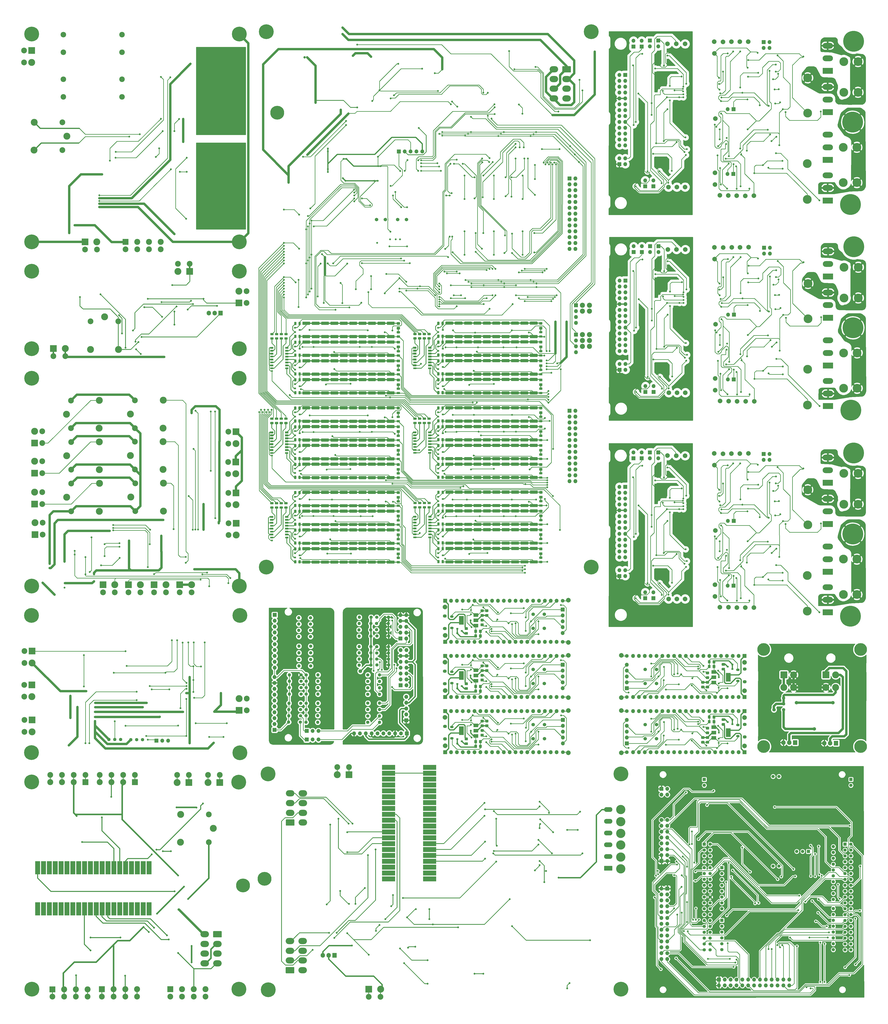
<source format=gbr>
G04 #@! TF.GenerationSoftware,KiCad,Pcbnew,(5.1.5)-3*
G04 #@! TF.CreationDate,2020-11-02T16:30:25-03:00*
G04 #@! TF.ProjectId,panel,70616e65-6c2e-46b6-9963-61645f706362,0.1*
G04 #@! TF.SameCoordinates,Original*
G04 #@! TF.FileFunction,Copper,L2,Bot*
G04 #@! TF.FilePolarity,Positive*
%FSLAX46Y46*%
G04 Gerber Fmt 4.6, Leading zero omitted, Abs format (unit mm)*
G04 Created by KiCad (PCBNEW (5.1.5)-3) date 2020-11-02 16:30:25*
%MOMM*%
%LPD*%
G04 APERTURE LIST*
%ADD10C,0.300000*%
%ADD11C,0.100000*%
%ADD12R,1.700000X1.700000*%
%ADD13O,1.700000X1.700000*%
%ADD14C,1.500000*%
%ADD15O,1.500000X1.100000*%
%ADD16O,1.700000X1.350000*%
%ADD17R,2.000000X3.800000*%
%ADD18R,2.000000X1.500000*%
%ADD19R,0.900000X0.800000*%
%ADD20C,3.800000*%
%ADD21R,4.500000X2.500000*%
%ADD22O,4.500000X2.500000*%
%ADD23C,9.000000*%
%ADD24C,2.000000*%
%ADD25C,6.000000*%
%ADD26C,2.500000*%
%ADD27C,3.000000*%
%ADD28R,3.000000X3.000000*%
%ADD29C,2.600000*%
%ADD30R,2.600000X2.600000*%
%ADD31C,0.800000*%
%ADD32C,6.400000*%
%ADD33O,2.400000X2.400000*%
%ADD34C,2.400000*%
%ADD35O,1.905000X2.000000*%
%ADD36R,1.905000X2.000000*%
%ADD37C,1.440000*%
%ADD38O,3.700000X2.700000*%
%ADD39C,1.700000*%
%ADD40O,3.600000X2.080000*%
%ADD41O,1.400000X1.400000*%
%ADD42C,1.400000*%
%ADD43R,1.400000X0.800000*%
%ADD44O,1.727200X1.727200*%
%ADD45R,1.727200X1.727200*%
%ADD46R,1.400000X1.400000*%
%ADD47C,5.500000*%
%ADD48C,4.000000*%
%ADD49C,2.200000*%
%ADD50C,1.600000*%
%ADD51C,1.000000*%
%ADD52C,0.250000*%
%ADD53C,0.700000*%
%ADD54C,0.400000*%
%ADD55C,0.600000*%
%ADD56C,0.500000*%
%ADD57C,0.800000*%
%ADD58C,0.254000*%
%ADD59C,0.200000*%
G04 APERTURE END LIST*
D10*
X-339961500Y-419074700D02*
X-339961500Y-415899700D01*
X-345041500Y-419074700D02*
X-345041500Y-415899700D01*
X-350121500Y-419074700D02*
X-350121500Y-415899700D01*
X-355201500Y-419074700D02*
X-355201500Y-415899700D01*
X-361348300Y-419100100D02*
X-361348300Y-415925100D01*
X-366428300Y-419100100D02*
X-366428300Y-415925100D01*
X-371508300Y-419100100D02*
X-371508300Y-415925100D01*
X-376588300Y-419100100D02*
X-376588300Y-415925100D01*
X-377540800Y-323151600D02*
X-377540800Y-326326600D01*
X-372460800Y-323151600D02*
X-372460800Y-326326600D01*
X-367380800Y-323151600D02*
X-367380800Y-326326600D01*
X-362300800Y-323151600D02*
X-362300800Y-326326600D01*
X-356154000Y-323151600D02*
X-356154000Y-326326600D01*
X-351074000Y-323151600D02*
X-351074000Y-326326600D01*
X-345994000Y-323151600D02*
X-345994000Y-326326600D01*
X-340914000Y-323151600D02*
X-340914000Y-326326600D01*
X-309172300Y-323155300D02*
X-309172300Y-326457300D01*
X-304092300Y-323155300D02*
X-304092300Y-326457300D01*
X-322550500Y-323161800D02*
X-322550500Y-326463800D01*
X-317470500Y-323161800D02*
X-317470500Y-326463800D01*
D11*
G36*
X-361742000Y-360489600D02*
G01*
X-361742000Y-366077600D01*
X-363774000Y-366077600D01*
X-363774000Y-360489600D01*
X-361742000Y-360489600D01*
G37*
X-361742000Y-360489600D02*
X-361742000Y-366077600D01*
X-363774000Y-366077600D01*
X-363774000Y-360489600D01*
X-361742000Y-360489600D01*
G36*
X-349042000Y-360489600D02*
G01*
X-349042000Y-366077600D01*
X-351074000Y-366077600D01*
X-351074000Y-360489600D01*
X-349042000Y-360489600D01*
G37*
X-349042000Y-360489600D02*
X-349042000Y-366077600D01*
X-351074000Y-366077600D01*
X-351074000Y-360489600D01*
X-349042000Y-360489600D01*
G36*
X-343962000Y-360489600D02*
G01*
X-343962000Y-366077600D01*
X-345994000Y-366077600D01*
X-345994000Y-360489600D01*
X-343962000Y-360489600D01*
G37*
X-343962000Y-360489600D02*
X-343962000Y-366077600D01*
X-345994000Y-366077600D01*
X-345994000Y-360489600D01*
X-343962000Y-360489600D01*
G36*
X-359202000Y-360489600D02*
G01*
X-359202000Y-366077600D01*
X-361234000Y-366077600D01*
X-361234000Y-360489600D01*
X-359202000Y-360489600D01*
G37*
X-359202000Y-360489600D02*
X-359202000Y-366077600D01*
X-361234000Y-366077600D01*
X-361234000Y-360489600D01*
X-359202000Y-360489600D01*
G36*
X-351582000Y-360489600D02*
G01*
X-351582000Y-366077600D01*
X-353614000Y-366077600D01*
X-353614000Y-360489600D01*
X-351582000Y-360489600D01*
G37*
X-351582000Y-360489600D02*
X-351582000Y-366077600D01*
X-353614000Y-366077600D01*
X-353614000Y-360489600D01*
X-351582000Y-360489600D01*
G36*
X-346502000Y-360489600D02*
G01*
X-346502000Y-366077600D01*
X-348534000Y-366077600D01*
X-348534000Y-360489600D01*
X-346502000Y-360489600D01*
G37*
X-346502000Y-360489600D02*
X-346502000Y-366077600D01*
X-348534000Y-366077600D01*
X-348534000Y-360489600D01*
X-346502000Y-360489600D01*
G36*
X-364282000Y-360489600D02*
G01*
X-364282000Y-366077600D01*
X-366314000Y-366077600D01*
X-366314000Y-360489600D01*
X-364282000Y-360489600D01*
G37*
X-364282000Y-360489600D02*
X-364282000Y-366077600D01*
X-366314000Y-366077600D01*
X-366314000Y-360489600D01*
X-364282000Y-360489600D01*
G36*
X-354122000Y-360489600D02*
G01*
X-354122000Y-366077600D01*
X-356154000Y-366077600D01*
X-356154000Y-360489600D01*
X-354122000Y-360489600D01*
G37*
X-354122000Y-360489600D02*
X-354122000Y-366077600D01*
X-356154000Y-366077600D01*
X-356154000Y-360489600D01*
X-354122000Y-360489600D01*
G36*
X-371902000Y-360489600D02*
G01*
X-371902000Y-366077600D01*
X-373934000Y-366077600D01*
X-373934000Y-360489600D01*
X-371902000Y-360489600D01*
G37*
X-371902000Y-360489600D02*
X-371902000Y-366077600D01*
X-373934000Y-366077600D01*
X-373934000Y-360489600D01*
X-371902000Y-360489600D01*
G36*
X-366822000Y-360489600D02*
G01*
X-366822000Y-366077600D01*
X-368854000Y-366077600D01*
X-368854000Y-360489600D01*
X-366822000Y-360489600D01*
G37*
X-366822000Y-360489600D02*
X-366822000Y-366077600D01*
X-368854000Y-366077600D01*
X-368854000Y-360489600D01*
X-366822000Y-360489600D01*
G36*
X-369362000Y-360489600D02*
G01*
X-369362000Y-366077600D01*
X-371394000Y-366077600D01*
X-371394000Y-360489600D01*
X-369362000Y-360489600D01*
G37*
X-369362000Y-360489600D02*
X-369362000Y-366077600D01*
X-371394000Y-366077600D01*
X-371394000Y-360489600D01*
X-369362000Y-360489600D01*
G36*
X-338882000Y-360489600D02*
G01*
X-338882000Y-366077600D01*
X-340914000Y-366077600D01*
X-340914000Y-360489600D01*
X-338882000Y-360489600D01*
G37*
X-338882000Y-360489600D02*
X-338882000Y-366077600D01*
X-340914000Y-366077600D01*
X-340914000Y-360489600D01*
X-338882000Y-360489600D01*
G36*
X-341422000Y-360489600D02*
G01*
X-341422000Y-366077600D01*
X-343454000Y-366077600D01*
X-343454000Y-360489600D01*
X-341422000Y-360489600D01*
G37*
X-341422000Y-360489600D02*
X-341422000Y-366077600D01*
X-343454000Y-366077600D01*
X-343454000Y-360489600D01*
X-341422000Y-360489600D01*
G36*
X-356662000Y-360489600D02*
G01*
X-356662000Y-366077600D01*
X-358694000Y-366077600D01*
X-358694000Y-360489600D01*
X-356662000Y-360489600D01*
G37*
X-356662000Y-360489600D02*
X-356662000Y-366077600D01*
X-358694000Y-366077600D01*
X-358694000Y-360489600D01*
X-356662000Y-360489600D01*
G36*
X-336342000Y-360489600D02*
G01*
X-336342000Y-366077600D01*
X-338374000Y-366077600D01*
X-338374000Y-360489600D01*
X-336342000Y-360489600D01*
G37*
X-336342000Y-360489600D02*
X-336342000Y-366077600D01*
X-338374000Y-366077600D01*
X-338374000Y-360489600D01*
X-336342000Y-360489600D01*
G36*
X-333802000Y-360489600D02*
G01*
X-333802000Y-366077600D01*
X-335834000Y-366077600D01*
X-335834000Y-360489600D01*
X-333802000Y-360489600D01*
G37*
X-333802000Y-360489600D02*
X-333802000Y-366077600D01*
X-335834000Y-366077600D01*
X-335834000Y-360489600D01*
X-333802000Y-360489600D01*
G36*
X-382062000Y-360489600D02*
G01*
X-382062000Y-366077600D01*
X-384094000Y-366077600D01*
X-384094000Y-360489600D01*
X-382062000Y-360489600D01*
G37*
X-382062000Y-360489600D02*
X-382062000Y-366077600D01*
X-384094000Y-366077600D01*
X-384094000Y-360489600D01*
X-382062000Y-360489600D01*
G36*
X-376982000Y-360489600D02*
G01*
X-376982000Y-366077600D01*
X-379014000Y-366077600D01*
X-379014000Y-360489600D01*
X-376982000Y-360489600D01*
G37*
X-376982000Y-360489600D02*
X-376982000Y-366077600D01*
X-379014000Y-366077600D01*
X-379014000Y-360489600D01*
X-376982000Y-360489600D01*
G36*
X-379522000Y-360489600D02*
G01*
X-379522000Y-366077600D01*
X-381554000Y-366077600D01*
X-381554000Y-360489600D01*
X-379522000Y-360489600D01*
G37*
X-379522000Y-360489600D02*
X-379522000Y-366077600D01*
X-381554000Y-366077600D01*
X-381554000Y-360489600D01*
X-379522000Y-360489600D01*
G36*
X-374442000Y-360489600D02*
G01*
X-374442000Y-366077600D01*
X-376474000Y-366077600D01*
X-376474000Y-360489600D01*
X-374442000Y-360489600D01*
G37*
X-374442000Y-360489600D02*
X-374442000Y-366077600D01*
X-376474000Y-366077600D01*
X-376474000Y-360489600D01*
X-374442000Y-360489600D01*
G36*
X-374442000Y-378269600D02*
G01*
X-374442000Y-383857600D01*
X-376474000Y-383857600D01*
X-376474000Y-378269600D01*
X-374442000Y-378269600D01*
G37*
X-374442000Y-378269600D02*
X-374442000Y-383857600D01*
X-376474000Y-383857600D01*
X-376474000Y-378269600D01*
X-374442000Y-378269600D01*
G36*
X-382062000Y-378269600D02*
G01*
X-382062000Y-383857600D01*
X-384094000Y-383857600D01*
X-384094000Y-378269600D01*
X-382062000Y-378269600D01*
G37*
X-382062000Y-378269600D02*
X-382062000Y-383857600D01*
X-384094000Y-383857600D01*
X-384094000Y-378269600D01*
X-382062000Y-378269600D01*
G36*
X-376982000Y-378269600D02*
G01*
X-376982000Y-383857600D01*
X-379014000Y-383857600D01*
X-379014000Y-378269600D01*
X-376982000Y-378269600D01*
G37*
X-376982000Y-378269600D02*
X-376982000Y-383857600D01*
X-379014000Y-383857600D01*
X-379014000Y-378269600D01*
X-376982000Y-378269600D01*
G36*
X-379522000Y-378269600D02*
G01*
X-379522000Y-383857600D01*
X-381554000Y-383857600D01*
X-381554000Y-378269600D01*
X-379522000Y-378269600D01*
G37*
X-379522000Y-378269600D02*
X-379522000Y-383857600D01*
X-381554000Y-383857600D01*
X-381554000Y-378269600D01*
X-379522000Y-378269600D01*
G36*
X-364282000Y-378269600D02*
G01*
X-364282000Y-383857600D01*
X-366314000Y-383857600D01*
X-366314000Y-378269600D01*
X-364282000Y-378269600D01*
G37*
X-364282000Y-378269600D02*
X-364282000Y-383857600D01*
X-366314000Y-383857600D01*
X-366314000Y-378269600D01*
X-364282000Y-378269600D01*
G36*
X-371902000Y-378269600D02*
G01*
X-371902000Y-383857600D01*
X-373934000Y-383857600D01*
X-373934000Y-378269600D01*
X-371902000Y-378269600D01*
G37*
X-371902000Y-378269600D02*
X-371902000Y-383857600D01*
X-373934000Y-383857600D01*
X-373934000Y-378269600D01*
X-371902000Y-378269600D01*
G36*
X-369362000Y-378269600D02*
G01*
X-369362000Y-383857600D01*
X-371394000Y-383857600D01*
X-371394000Y-378269600D01*
X-369362000Y-378269600D01*
G37*
X-369362000Y-378269600D02*
X-369362000Y-383857600D01*
X-371394000Y-383857600D01*
X-371394000Y-378269600D01*
X-369362000Y-378269600D01*
G36*
X-366822000Y-378269600D02*
G01*
X-366822000Y-383857600D01*
X-368854000Y-383857600D01*
X-368854000Y-378269600D01*
X-366822000Y-378269600D01*
G37*
X-366822000Y-378269600D02*
X-366822000Y-383857600D01*
X-368854000Y-383857600D01*
X-368854000Y-378269600D01*
X-366822000Y-378269600D01*
G36*
X-359202000Y-378269600D02*
G01*
X-359202000Y-383857600D01*
X-361234000Y-383857600D01*
X-361234000Y-378269600D01*
X-359202000Y-378269600D01*
G37*
X-359202000Y-378269600D02*
X-359202000Y-383857600D01*
X-361234000Y-383857600D01*
X-361234000Y-378269600D01*
X-359202000Y-378269600D01*
G36*
X-361742000Y-378269600D02*
G01*
X-361742000Y-383857600D01*
X-363774000Y-383857600D01*
X-363774000Y-378269600D01*
X-361742000Y-378269600D01*
G37*
X-361742000Y-378269600D02*
X-361742000Y-383857600D01*
X-363774000Y-383857600D01*
X-363774000Y-378269600D01*
X-361742000Y-378269600D01*
G36*
X-354122000Y-378269600D02*
G01*
X-354122000Y-383857600D01*
X-356154000Y-383857600D01*
X-356154000Y-378269600D01*
X-354122000Y-378269600D01*
G37*
X-354122000Y-378269600D02*
X-354122000Y-383857600D01*
X-356154000Y-383857600D01*
X-356154000Y-378269600D01*
X-354122000Y-378269600D01*
G36*
X-356662000Y-378269600D02*
G01*
X-356662000Y-383857600D01*
X-358694000Y-383857600D01*
X-358694000Y-378269600D01*
X-356662000Y-378269600D01*
G37*
X-356662000Y-378269600D02*
X-356662000Y-383857600D01*
X-358694000Y-383857600D01*
X-358694000Y-378269600D01*
X-356662000Y-378269600D01*
G36*
X-349042000Y-378269600D02*
G01*
X-349042000Y-383857600D01*
X-351074000Y-383857600D01*
X-351074000Y-378269600D01*
X-349042000Y-378269600D01*
G37*
X-349042000Y-378269600D02*
X-349042000Y-383857600D01*
X-351074000Y-383857600D01*
X-351074000Y-378269600D01*
X-349042000Y-378269600D01*
G36*
X-351582000Y-378269600D02*
G01*
X-351582000Y-383857600D01*
X-353614000Y-383857600D01*
X-353614000Y-378269600D01*
X-351582000Y-378269600D01*
G37*
X-351582000Y-378269600D02*
X-351582000Y-383857600D01*
X-353614000Y-383857600D01*
X-353614000Y-378269600D01*
X-351582000Y-378269600D01*
G36*
X-343962000Y-378269600D02*
G01*
X-343962000Y-383857600D01*
X-345994000Y-383857600D01*
X-345994000Y-378269600D01*
X-343962000Y-378269600D01*
G37*
X-343962000Y-378269600D02*
X-343962000Y-383857600D01*
X-345994000Y-383857600D01*
X-345994000Y-378269600D01*
X-343962000Y-378269600D01*
G36*
X-346502000Y-378269600D02*
G01*
X-346502000Y-383857600D01*
X-348534000Y-383857600D01*
X-348534000Y-378269600D01*
X-346502000Y-378269600D01*
G37*
X-346502000Y-378269600D02*
X-346502000Y-383857600D01*
X-348534000Y-383857600D01*
X-348534000Y-378269600D01*
X-346502000Y-378269600D01*
G36*
X-338882000Y-378269600D02*
G01*
X-338882000Y-383857600D01*
X-340914000Y-383857600D01*
X-340914000Y-378269600D01*
X-338882000Y-378269600D01*
G37*
X-338882000Y-378269600D02*
X-338882000Y-383857600D01*
X-340914000Y-383857600D01*
X-340914000Y-378269600D01*
X-338882000Y-378269600D01*
G36*
X-341422000Y-378269600D02*
G01*
X-341422000Y-383857600D01*
X-343454000Y-383857600D01*
X-343454000Y-378269600D01*
X-341422000Y-378269600D01*
G37*
X-341422000Y-378269600D02*
X-341422000Y-383857600D01*
X-343454000Y-383857600D01*
X-343454000Y-378269600D01*
X-341422000Y-378269600D01*
G36*
X-336342000Y-378269600D02*
G01*
X-336342000Y-383857600D01*
X-338374000Y-383857600D01*
X-338374000Y-378269600D01*
X-336342000Y-378269600D01*
G37*
X-336342000Y-378269600D02*
X-336342000Y-383857600D01*
X-338374000Y-383857600D01*
X-338374000Y-378269600D01*
X-336342000Y-378269600D01*
G36*
X-333802000Y-378269600D02*
G01*
X-333802000Y-383857600D01*
X-335834000Y-383857600D01*
X-335834000Y-378269600D01*
X-333802000Y-378269600D01*
G37*
X-333802000Y-378269600D02*
X-333802000Y-383857600D01*
X-335834000Y-383857600D01*
X-335834000Y-378269600D01*
X-333802000Y-378269600D01*
D10*
X-234514480Y-419138900D02*
X-234514480Y-415836900D01*
X-239594480Y-419138900D02*
X-239594480Y-415836900D01*
X-253233200Y-319773400D02*
X-253233200Y-323075400D01*
X-248153200Y-319773400D02*
X-248153200Y-323075400D01*
D11*
G36*
X-210475000Y-341233680D02*
G01*
X-216063000Y-341233680D01*
X-216063000Y-339201680D01*
X-210475000Y-339201680D01*
X-210475000Y-341233680D01*
G37*
X-210475000Y-341233680D02*
X-216063000Y-341233680D01*
X-216063000Y-339201680D01*
X-210475000Y-339201680D01*
X-210475000Y-341233680D01*
G36*
X-210475000Y-353933680D02*
G01*
X-216063000Y-353933680D01*
X-216063000Y-351901680D01*
X-210475000Y-351901680D01*
X-210475000Y-353933680D01*
G37*
X-210475000Y-353933680D02*
X-216063000Y-353933680D01*
X-216063000Y-351901680D01*
X-210475000Y-351901680D01*
X-210475000Y-353933680D01*
G36*
X-210475000Y-359013680D02*
G01*
X-216063000Y-359013680D01*
X-216063000Y-356981680D01*
X-210475000Y-356981680D01*
X-210475000Y-359013680D01*
G37*
X-210475000Y-359013680D02*
X-216063000Y-359013680D01*
X-216063000Y-356981680D01*
X-210475000Y-356981680D01*
X-210475000Y-359013680D01*
G36*
X-210475000Y-343773680D02*
G01*
X-216063000Y-343773680D01*
X-216063000Y-341741680D01*
X-210475000Y-341741680D01*
X-210475000Y-343773680D01*
G37*
X-210475000Y-343773680D02*
X-216063000Y-343773680D01*
X-216063000Y-341741680D01*
X-210475000Y-341741680D01*
X-210475000Y-343773680D01*
G36*
X-210475000Y-351393680D02*
G01*
X-216063000Y-351393680D01*
X-216063000Y-349361680D01*
X-210475000Y-349361680D01*
X-210475000Y-351393680D01*
G37*
X-210475000Y-351393680D02*
X-216063000Y-351393680D01*
X-216063000Y-349361680D01*
X-210475000Y-349361680D01*
X-210475000Y-351393680D01*
G36*
X-210475000Y-356473680D02*
G01*
X-216063000Y-356473680D01*
X-216063000Y-354441680D01*
X-210475000Y-354441680D01*
X-210475000Y-356473680D01*
G37*
X-210475000Y-356473680D02*
X-216063000Y-356473680D01*
X-216063000Y-354441680D01*
X-210475000Y-354441680D01*
X-210475000Y-356473680D01*
G36*
X-210475000Y-338693680D02*
G01*
X-216063000Y-338693680D01*
X-216063000Y-336661680D01*
X-210475000Y-336661680D01*
X-210475000Y-338693680D01*
G37*
X-210475000Y-338693680D02*
X-216063000Y-338693680D01*
X-216063000Y-336661680D01*
X-210475000Y-336661680D01*
X-210475000Y-338693680D01*
G36*
X-210475000Y-348853680D02*
G01*
X-216063000Y-348853680D01*
X-216063000Y-346821680D01*
X-210475000Y-346821680D01*
X-210475000Y-348853680D01*
G37*
X-210475000Y-348853680D02*
X-216063000Y-348853680D01*
X-216063000Y-346821680D01*
X-210475000Y-346821680D01*
X-210475000Y-348853680D01*
G36*
X-210475000Y-331073680D02*
G01*
X-216063000Y-331073680D01*
X-216063000Y-329041680D01*
X-210475000Y-329041680D01*
X-210475000Y-331073680D01*
G37*
X-210475000Y-331073680D02*
X-216063000Y-331073680D01*
X-216063000Y-329041680D01*
X-210475000Y-329041680D01*
X-210475000Y-331073680D01*
G36*
X-210475000Y-336153680D02*
G01*
X-216063000Y-336153680D01*
X-216063000Y-334121680D01*
X-210475000Y-334121680D01*
X-210475000Y-336153680D01*
G37*
X-210475000Y-336153680D02*
X-216063000Y-336153680D01*
X-216063000Y-334121680D01*
X-210475000Y-334121680D01*
X-210475000Y-336153680D01*
G36*
X-210475000Y-333613680D02*
G01*
X-216063000Y-333613680D01*
X-216063000Y-331581680D01*
X-210475000Y-331581680D01*
X-210475000Y-333613680D01*
G37*
X-210475000Y-333613680D02*
X-216063000Y-333613680D01*
X-216063000Y-331581680D01*
X-210475000Y-331581680D01*
X-210475000Y-333613680D01*
G36*
X-210475000Y-364093680D02*
G01*
X-216063000Y-364093680D01*
X-216063000Y-362061680D01*
X-210475000Y-362061680D01*
X-210475000Y-364093680D01*
G37*
X-210475000Y-364093680D02*
X-216063000Y-364093680D01*
X-216063000Y-362061680D01*
X-210475000Y-362061680D01*
X-210475000Y-364093680D01*
G36*
X-210475000Y-361553680D02*
G01*
X-216063000Y-361553680D01*
X-216063000Y-359521680D01*
X-210475000Y-359521680D01*
X-210475000Y-361553680D01*
G37*
X-210475000Y-361553680D02*
X-216063000Y-361553680D01*
X-216063000Y-359521680D01*
X-210475000Y-359521680D01*
X-210475000Y-361553680D01*
G36*
X-210475000Y-346313680D02*
G01*
X-216063000Y-346313680D01*
X-216063000Y-344281680D01*
X-210475000Y-344281680D01*
X-210475000Y-346313680D01*
G37*
X-210475000Y-346313680D02*
X-216063000Y-346313680D01*
X-216063000Y-344281680D01*
X-210475000Y-344281680D01*
X-210475000Y-346313680D01*
G36*
X-210475000Y-366633680D02*
G01*
X-216063000Y-366633680D01*
X-216063000Y-364601680D01*
X-210475000Y-364601680D01*
X-210475000Y-366633680D01*
G37*
X-210475000Y-366633680D02*
X-216063000Y-366633680D01*
X-216063000Y-364601680D01*
X-210475000Y-364601680D01*
X-210475000Y-366633680D01*
G36*
X-210475000Y-369173680D02*
G01*
X-216063000Y-369173680D01*
X-216063000Y-367141680D01*
X-210475000Y-367141680D01*
X-210475000Y-369173680D01*
G37*
X-210475000Y-369173680D02*
X-216063000Y-369173680D01*
X-216063000Y-367141680D01*
X-210475000Y-367141680D01*
X-210475000Y-369173680D01*
G36*
X-210475000Y-320913680D02*
G01*
X-216063000Y-320913680D01*
X-216063000Y-318881680D01*
X-210475000Y-318881680D01*
X-210475000Y-320913680D01*
G37*
X-210475000Y-320913680D02*
X-216063000Y-320913680D01*
X-216063000Y-318881680D01*
X-210475000Y-318881680D01*
X-210475000Y-320913680D01*
G36*
X-210475000Y-325993680D02*
G01*
X-216063000Y-325993680D01*
X-216063000Y-323961680D01*
X-210475000Y-323961680D01*
X-210475000Y-325993680D01*
G37*
X-210475000Y-325993680D02*
X-216063000Y-325993680D01*
X-216063000Y-323961680D01*
X-210475000Y-323961680D01*
X-210475000Y-325993680D01*
G36*
X-210475000Y-323453680D02*
G01*
X-216063000Y-323453680D01*
X-216063000Y-321421680D01*
X-210475000Y-321421680D01*
X-210475000Y-323453680D01*
G37*
X-210475000Y-323453680D02*
X-216063000Y-323453680D01*
X-216063000Y-321421680D01*
X-210475000Y-321421680D01*
X-210475000Y-323453680D01*
G36*
X-210475000Y-328533680D02*
G01*
X-216063000Y-328533680D01*
X-216063000Y-326501680D01*
X-210475000Y-326501680D01*
X-210475000Y-328533680D01*
G37*
X-210475000Y-328533680D02*
X-216063000Y-328533680D01*
X-216063000Y-326501680D01*
X-210475000Y-326501680D01*
X-210475000Y-328533680D01*
G36*
X-228255000Y-328533680D02*
G01*
X-233843000Y-328533680D01*
X-233843000Y-326501680D01*
X-228255000Y-326501680D01*
X-228255000Y-328533680D01*
G37*
X-228255000Y-328533680D02*
X-233843000Y-328533680D01*
X-233843000Y-326501680D01*
X-228255000Y-326501680D01*
X-228255000Y-328533680D01*
G36*
X-228255000Y-320913680D02*
G01*
X-233843000Y-320913680D01*
X-233843000Y-318881680D01*
X-228255000Y-318881680D01*
X-228255000Y-320913680D01*
G37*
X-228255000Y-320913680D02*
X-233843000Y-320913680D01*
X-233843000Y-318881680D01*
X-228255000Y-318881680D01*
X-228255000Y-320913680D01*
G36*
X-228255000Y-325993680D02*
G01*
X-233843000Y-325993680D01*
X-233843000Y-323961680D01*
X-228255000Y-323961680D01*
X-228255000Y-325993680D01*
G37*
X-228255000Y-325993680D02*
X-233843000Y-325993680D01*
X-233843000Y-323961680D01*
X-228255000Y-323961680D01*
X-228255000Y-325993680D01*
G36*
X-228255000Y-323453680D02*
G01*
X-233843000Y-323453680D01*
X-233843000Y-321421680D01*
X-228255000Y-321421680D01*
X-228255000Y-323453680D01*
G37*
X-228255000Y-323453680D02*
X-233843000Y-323453680D01*
X-233843000Y-321421680D01*
X-228255000Y-321421680D01*
X-228255000Y-323453680D01*
G36*
X-228255000Y-338693680D02*
G01*
X-233843000Y-338693680D01*
X-233843000Y-336661680D01*
X-228255000Y-336661680D01*
X-228255000Y-338693680D01*
G37*
X-228255000Y-338693680D02*
X-233843000Y-338693680D01*
X-233843000Y-336661680D01*
X-228255000Y-336661680D01*
X-228255000Y-338693680D01*
G36*
X-228255000Y-331073680D02*
G01*
X-233843000Y-331073680D01*
X-233843000Y-329041680D01*
X-228255000Y-329041680D01*
X-228255000Y-331073680D01*
G37*
X-228255000Y-331073680D02*
X-233843000Y-331073680D01*
X-233843000Y-329041680D01*
X-228255000Y-329041680D01*
X-228255000Y-331073680D01*
G36*
X-228255000Y-333613680D02*
G01*
X-233843000Y-333613680D01*
X-233843000Y-331581680D01*
X-228255000Y-331581680D01*
X-228255000Y-333613680D01*
G37*
X-228255000Y-333613680D02*
X-233843000Y-333613680D01*
X-233843000Y-331581680D01*
X-228255000Y-331581680D01*
X-228255000Y-333613680D01*
G36*
X-228255000Y-336153680D02*
G01*
X-233843000Y-336153680D01*
X-233843000Y-334121680D01*
X-228255000Y-334121680D01*
X-228255000Y-336153680D01*
G37*
X-228255000Y-336153680D02*
X-233843000Y-336153680D01*
X-233843000Y-334121680D01*
X-228255000Y-334121680D01*
X-228255000Y-336153680D01*
G36*
X-228255000Y-343773680D02*
G01*
X-233843000Y-343773680D01*
X-233843000Y-341741680D01*
X-228255000Y-341741680D01*
X-228255000Y-343773680D01*
G37*
X-228255000Y-343773680D02*
X-233843000Y-343773680D01*
X-233843000Y-341741680D01*
X-228255000Y-341741680D01*
X-228255000Y-343773680D01*
G36*
X-228255000Y-341233680D02*
G01*
X-233843000Y-341233680D01*
X-233843000Y-339201680D01*
X-228255000Y-339201680D01*
X-228255000Y-341233680D01*
G37*
X-228255000Y-341233680D02*
X-233843000Y-341233680D01*
X-233843000Y-339201680D01*
X-228255000Y-339201680D01*
X-228255000Y-341233680D01*
G36*
X-228255000Y-348853680D02*
G01*
X-233843000Y-348853680D01*
X-233843000Y-346821680D01*
X-228255000Y-346821680D01*
X-228255000Y-348853680D01*
G37*
X-228255000Y-348853680D02*
X-233843000Y-348853680D01*
X-233843000Y-346821680D01*
X-228255000Y-346821680D01*
X-228255000Y-348853680D01*
G36*
X-228255000Y-346313680D02*
G01*
X-233843000Y-346313680D01*
X-233843000Y-344281680D01*
X-228255000Y-344281680D01*
X-228255000Y-346313680D01*
G37*
X-228255000Y-346313680D02*
X-233843000Y-346313680D01*
X-233843000Y-344281680D01*
X-228255000Y-344281680D01*
X-228255000Y-346313680D01*
G36*
X-228255000Y-353933680D02*
G01*
X-233843000Y-353933680D01*
X-233843000Y-351901680D01*
X-228255000Y-351901680D01*
X-228255000Y-353933680D01*
G37*
X-228255000Y-353933680D02*
X-233843000Y-353933680D01*
X-233843000Y-351901680D01*
X-228255000Y-351901680D01*
X-228255000Y-353933680D01*
G36*
X-228255000Y-351393680D02*
G01*
X-233843000Y-351393680D01*
X-233843000Y-349361680D01*
X-228255000Y-349361680D01*
X-228255000Y-351393680D01*
G37*
X-228255000Y-351393680D02*
X-233843000Y-351393680D01*
X-233843000Y-349361680D01*
X-228255000Y-349361680D01*
X-228255000Y-351393680D01*
G36*
X-228255000Y-359013680D02*
G01*
X-233843000Y-359013680D01*
X-233843000Y-356981680D01*
X-228255000Y-356981680D01*
X-228255000Y-359013680D01*
G37*
X-228255000Y-359013680D02*
X-233843000Y-359013680D01*
X-233843000Y-356981680D01*
X-228255000Y-356981680D01*
X-228255000Y-359013680D01*
G36*
X-228255000Y-356473680D02*
G01*
X-233843000Y-356473680D01*
X-233843000Y-354441680D01*
X-228255000Y-354441680D01*
X-228255000Y-356473680D01*
G37*
X-228255000Y-356473680D02*
X-233843000Y-356473680D01*
X-233843000Y-354441680D01*
X-228255000Y-354441680D01*
X-228255000Y-356473680D01*
G36*
X-228255000Y-364093680D02*
G01*
X-233843000Y-364093680D01*
X-233843000Y-362061680D01*
X-228255000Y-362061680D01*
X-228255000Y-364093680D01*
G37*
X-228255000Y-364093680D02*
X-233843000Y-364093680D01*
X-233843000Y-362061680D01*
X-228255000Y-362061680D01*
X-228255000Y-364093680D01*
G36*
X-228255000Y-361553680D02*
G01*
X-233843000Y-361553680D01*
X-233843000Y-359521680D01*
X-228255000Y-359521680D01*
X-228255000Y-361553680D01*
G37*
X-228255000Y-361553680D02*
X-233843000Y-361553680D01*
X-233843000Y-359521680D01*
X-228255000Y-359521680D01*
X-228255000Y-361553680D01*
G36*
X-228255000Y-366633680D02*
G01*
X-233843000Y-366633680D01*
X-233843000Y-364601680D01*
X-228255000Y-364601680D01*
X-228255000Y-366633680D01*
G37*
X-228255000Y-366633680D02*
X-233843000Y-366633680D01*
X-233843000Y-364601680D01*
X-228255000Y-364601680D01*
X-228255000Y-366633680D01*
G36*
X-228255000Y-369173680D02*
G01*
X-233843000Y-369173680D01*
X-233843000Y-367141680D01*
X-228255000Y-367141680D01*
X-228255000Y-369173680D01*
G37*
X-228255000Y-369173680D02*
X-233843000Y-369173680D01*
X-233843000Y-367141680D01*
X-228255000Y-367141680D01*
X-228255000Y-369173680D01*
D12*
X-155595600Y-275475800D03*
D13*
X-155595600Y-278015800D03*
X-155595600Y-280555800D03*
X-155595600Y-283095800D03*
X-155595600Y-285635800D03*
G04 #@! TA.AperFunction,SMDPad,CuDef*
D11*
G36*
X-192974095Y-286207004D02*
G01*
X-192949827Y-286210604D01*
X-192926028Y-286216565D01*
X-192902929Y-286224830D01*
X-192880750Y-286235320D01*
X-192859707Y-286247932D01*
X-192840001Y-286262547D01*
X-192821823Y-286279023D01*
X-192805347Y-286297201D01*
X-192790732Y-286316907D01*
X-192778120Y-286337950D01*
X-192767630Y-286360129D01*
X-192759365Y-286383228D01*
X-192753404Y-286407027D01*
X-192749804Y-286431295D01*
X-192748600Y-286455799D01*
X-192748600Y-287355801D01*
X-192749804Y-287380305D01*
X-192753404Y-287404573D01*
X-192759365Y-287428372D01*
X-192767630Y-287451471D01*
X-192778120Y-287473650D01*
X-192790732Y-287494693D01*
X-192805347Y-287514399D01*
X-192821823Y-287532577D01*
X-192840001Y-287549053D01*
X-192859707Y-287563668D01*
X-192880750Y-287576280D01*
X-192902929Y-287586770D01*
X-192926028Y-287595035D01*
X-192949827Y-287600996D01*
X-192974095Y-287604596D01*
X-192998599Y-287605800D01*
X-193648601Y-287605800D01*
X-193673105Y-287604596D01*
X-193697373Y-287600996D01*
X-193721172Y-287595035D01*
X-193744271Y-287586770D01*
X-193766450Y-287576280D01*
X-193787493Y-287563668D01*
X-193807199Y-287549053D01*
X-193825377Y-287532577D01*
X-193841853Y-287514399D01*
X-193856468Y-287494693D01*
X-193869080Y-287473650D01*
X-193879570Y-287451471D01*
X-193887835Y-287428372D01*
X-193893796Y-287404573D01*
X-193897396Y-287380305D01*
X-193898600Y-287355801D01*
X-193898600Y-286455799D01*
X-193897396Y-286431295D01*
X-193893796Y-286407027D01*
X-193887835Y-286383228D01*
X-193879570Y-286360129D01*
X-193869080Y-286337950D01*
X-193856468Y-286316907D01*
X-193841853Y-286297201D01*
X-193825377Y-286279023D01*
X-193807199Y-286262547D01*
X-193787493Y-286247932D01*
X-193766450Y-286235320D01*
X-193744271Y-286224830D01*
X-193721172Y-286216565D01*
X-193697373Y-286210604D01*
X-193673105Y-286207004D01*
X-193648601Y-286205800D01*
X-192998599Y-286205800D01*
X-192974095Y-286207004D01*
G37*
G04 #@! TD.AperFunction*
G04 #@! TA.AperFunction,SMDPad,CuDef*
G36*
X-190924095Y-286207004D02*
G01*
X-190899827Y-286210604D01*
X-190876028Y-286216565D01*
X-190852929Y-286224830D01*
X-190830750Y-286235320D01*
X-190809707Y-286247932D01*
X-190790001Y-286262547D01*
X-190771823Y-286279023D01*
X-190755347Y-286297201D01*
X-190740732Y-286316907D01*
X-190728120Y-286337950D01*
X-190717630Y-286360129D01*
X-190709365Y-286383228D01*
X-190703404Y-286407027D01*
X-190699804Y-286431295D01*
X-190698600Y-286455799D01*
X-190698600Y-287355801D01*
X-190699804Y-287380305D01*
X-190703404Y-287404573D01*
X-190709365Y-287428372D01*
X-190717630Y-287451471D01*
X-190728120Y-287473650D01*
X-190740732Y-287494693D01*
X-190755347Y-287514399D01*
X-190771823Y-287532577D01*
X-190790001Y-287549053D01*
X-190809707Y-287563668D01*
X-190830750Y-287576280D01*
X-190852929Y-287586770D01*
X-190876028Y-287595035D01*
X-190899827Y-287600996D01*
X-190924095Y-287604596D01*
X-190948599Y-287605800D01*
X-191598601Y-287605800D01*
X-191623105Y-287604596D01*
X-191647373Y-287600996D01*
X-191671172Y-287595035D01*
X-191694271Y-287586770D01*
X-191716450Y-287576280D01*
X-191737493Y-287563668D01*
X-191757199Y-287549053D01*
X-191775377Y-287532577D01*
X-191791853Y-287514399D01*
X-191806468Y-287494693D01*
X-191819080Y-287473650D01*
X-191829570Y-287451471D01*
X-191837835Y-287428372D01*
X-191843796Y-287404573D01*
X-191847396Y-287380305D01*
X-191848600Y-287355801D01*
X-191848600Y-286455799D01*
X-191847396Y-286431295D01*
X-191843796Y-286407027D01*
X-191837835Y-286383228D01*
X-191829570Y-286360129D01*
X-191819080Y-286337950D01*
X-191806468Y-286316907D01*
X-191791853Y-286297201D01*
X-191775377Y-286279023D01*
X-191757199Y-286262547D01*
X-191737493Y-286247932D01*
X-191716450Y-286235320D01*
X-191694271Y-286224830D01*
X-191671172Y-286216565D01*
X-191647373Y-286210604D01*
X-191623105Y-286207004D01*
X-191598601Y-286205800D01*
X-190948599Y-286205800D01*
X-190924095Y-286207004D01*
G37*
G04 #@! TD.AperFunction*
G04 #@! TA.AperFunction,SMDPad,CuDef*
G36*
X-190046095Y-277451004D02*
G01*
X-190021827Y-277454604D01*
X-189998028Y-277460565D01*
X-189974929Y-277468830D01*
X-189952750Y-277479320D01*
X-189931707Y-277491932D01*
X-189912001Y-277506547D01*
X-189893823Y-277523023D01*
X-189877347Y-277541201D01*
X-189862732Y-277560907D01*
X-189850120Y-277581950D01*
X-189839630Y-277604129D01*
X-189831365Y-277627228D01*
X-189825404Y-277651027D01*
X-189821804Y-277675295D01*
X-189820600Y-277699799D01*
X-189820600Y-278349801D01*
X-189821804Y-278374305D01*
X-189825404Y-278398573D01*
X-189831365Y-278422372D01*
X-189839630Y-278445471D01*
X-189850120Y-278467650D01*
X-189862732Y-278488693D01*
X-189877347Y-278508399D01*
X-189893823Y-278526577D01*
X-189912001Y-278543053D01*
X-189931707Y-278557668D01*
X-189952750Y-278570280D01*
X-189974929Y-278580770D01*
X-189998028Y-278589035D01*
X-190021827Y-278594996D01*
X-190046095Y-278598596D01*
X-190070599Y-278599800D01*
X-190970601Y-278599800D01*
X-190995105Y-278598596D01*
X-191019373Y-278594996D01*
X-191043172Y-278589035D01*
X-191066271Y-278580770D01*
X-191088450Y-278570280D01*
X-191109493Y-278557668D01*
X-191129199Y-278543053D01*
X-191147377Y-278526577D01*
X-191163853Y-278508399D01*
X-191178468Y-278488693D01*
X-191191080Y-278467650D01*
X-191201570Y-278445471D01*
X-191209835Y-278422372D01*
X-191215796Y-278398573D01*
X-191219396Y-278374305D01*
X-191220600Y-278349801D01*
X-191220600Y-277699799D01*
X-191219396Y-277675295D01*
X-191215796Y-277651027D01*
X-191209835Y-277627228D01*
X-191201570Y-277604129D01*
X-191191080Y-277581950D01*
X-191178468Y-277560907D01*
X-191163853Y-277541201D01*
X-191147377Y-277523023D01*
X-191129199Y-277506547D01*
X-191109493Y-277491932D01*
X-191088450Y-277479320D01*
X-191066271Y-277468830D01*
X-191043172Y-277460565D01*
X-191019373Y-277454604D01*
X-190995105Y-277451004D01*
X-190970601Y-277449800D01*
X-190070599Y-277449800D01*
X-190046095Y-277451004D01*
G37*
G04 #@! TD.AperFunction*
G04 #@! TA.AperFunction,SMDPad,CuDef*
G36*
X-190046095Y-275401004D02*
G01*
X-190021827Y-275404604D01*
X-189998028Y-275410565D01*
X-189974929Y-275418830D01*
X-189952750Y-275429320D01*
X-189931707Y-275441932D01*
X-189912001Y-275456547D01*
X-189893823Y-275473023D01*
X-189877347Y-275491201D01*
X-189862732Y-275510907D01*
X-189850120Y-275531950D01*
X-189839630Y-275554129D01*
X-189831365Y-275577228D01*
X-189825404Y-275601027D01*
X-189821804Y-275625295D01*
X-189820600Y-275649799D01*
X-189820600Y-276299801D01*
X-189821804Y-276324305D01*
X-189825404Y-276348573D01*
X-189831365Y-276372372D01*
X-189839630Y-276395471D01*
X-189850120Y-276417650D01*
X-189862732Y-276438693D01*
X-189877347Y-276458399D01*
X-189893823Y-276476577D01*
X-189912001Y-276493053D01*
X-189931707Y-276507668D01*
X-189952750Y-276520280D01*
X-189974929Y-276530770D01*
X-189998028Y-276539035D01*
X-190021827Y-276544996D01*
X-190046095Y-276548596D01*
X-190070599Y-276549800D01*
X-190970601Y-276549800D01*
X-190995105Y-276548596D01*
X-191019373Y-276544996D01*
X-191043172Y-276539035D01*
X-191066271Y-276530770D01*
X-191088450Y-276520280D01*
X-191109493Y-276507668D01*
X-191129199Y-276493053D01*
X-191147377Y-276476577D01*
X-191163853Y-276458399D01*
X-191178468Y-276438693D01*
X-191191080Y-276417650D01*
X-191201570Y-276395471D01*
X-191209835Y-276372372D01*
X-191215796Y-276348573D01*
X-191219396Y-276324305D01*
X-191220600Y-276299801D01*
X-191220600Y-275649799D01*
X-191219396Y-275625295D01*
X-191215796Y-275601027D01*
X-191209835Y-275577228D01*
X-191201570Y-275554129D01*
X-191191080Y-275531950D01*
X-191178468Y-275510907D01*
X-191163853Y-275491201D01*
X-191147377Y-275473023D01*
X-191129199Y-275456547D01*
X-191109493Y-275441932D01*
X-191088450Y-275429320D01*
X-191066271Y-275418830D01*
X-191043172Y-275410565D01*
X-191019373Y-275404604D01*
X-190995105Y-275401004D01*
X-190970601Y-275399800D01*
X-190070599Y-275399800D01*
X-190046095Y-275401004D01*
G37*
G04 #@! TD.AperFunction*
G04 #@! TA.AperFunction,SMDPad,CuDef*
G36*
X-188014095Y-277451004D02*
G01*
X-187989827Y-277454604D01*
X-187966028Y-277460565D01*
X-187942929Y-277468830D01*
X-187920750Y-277479320D01*
X-187899707Y-277491932D01*
X-187880001Y-277506547D01*
X-187861823Y-277523023D01*
X-187845347Y-277541201D01*
X-187830732Y-277560907D01*
X-187818120Y-277581950D01*
X-187807630Y-277604129D01*
X-187799365Y-277627228D01*
X-187793404Y-277651027D01*
X-187789804Y-277675295D01*
X-187788600Y-277699799D01*
X-187788600Y-278349801D01*
X-187789804Y-278374305D01*
X-187793404Y-278398573D01*
X-187799365Y-278422372D01*
X-187807630Y-278445471D01*
X-187818120Y-278467650D01*
X-187830732Y-278488693D01*
X-187845347Y-278508399D01*
X-187861823Y-278526577D01*
X-187880001Y-278543053D01*
X-187899707Y-278557668D01*
X-187920750Y-278570280D01*
X-187942929Y-278580770D01*
X-187966028Y-278589035D01*
X-187989827Y-278594996D01*
X-188014095Y-278598596D01*
X-188038599Y-278599800D01*
X-188938601Y-278599800D01*
X-188963105Y-278598596D01*
X-188987373Y-278594996D01*
X-189011172Y-278589035D01*
X-189034271Y-278580770D01*
X-189056450Y-278570280D01*
X-189077493Y-278557668D01*
X-189097199Y-278543053D01*
X-189115377Y-278526577D01*
X-189131853Y-278508399D01*
X-189146468Y-278488693D01*
X-189159080Y-278467650D01*
X-189169570Y-278445471D01*
X-189177835Y-278422372D01*
X-189183796Y-278398573D01*
X-189187396Y-278374305D01*
X-189188600Y-278349801D01*
X-189188600Y-277699799D01*
X-189187396Y-277675295D01*
X-189183796Y-277651027D01*
X-189177835Y-277627228D01*
X-189169570Y-277604129D01*
X-189159080Y-277581950D01*
X-189146468Y-277560907D01*
X-189131853Y-277541201D01*
X-189115377Y-277523023D01*
X-189097199Y-277506547D01*
X-189077493Y-277491932D01*
X-189056450Y-277479320D01*
X-189034271Y-277468830D01*
X-189011172Y-277460565D01*
X-188987373Y-277454604D01*
X-188963105Y-277451004D01*
X-188938601Y-277449800D01*
X-188038599Y-277449800D01*
X-188014095Y-277451004D01*
G37*
G04 #@! TD.AperFunction*
G04 #@! TA.AperFunction,SMDPad,CuDef*
G36*
X-188014095Y-275401004D02*
G01*
X-187989827Y-275404604D01*
X-187966028Y-275410565D01*
X-187942929Y-275418830D01*
X-187920750Y-275429320D01*
X-187899707Y-275441932D01*
X-187880001Y-275456547D01*
X-187861823Y-275473023D01*
X-187845347Y-275491201D01*
X-187830732Y-275510907D01*
X-187818120Y-275531950D01*
X-187807630Y-275554129D01*
X-187799365Y-275577228D01*
X-187793404Y-275601027D01*
X-187789804Y-275625295D01*
X-187788600Y-275649799D01*
X-187788600Y-276299801D01*
X-187789804Y-276324305D01*
X-187793404Y-276348573D01*
X-187799365Y-276372372D01*
X-187807630Y-276395471D01*
X-187818120Y-276417650D01*
X-187830732Y-276438693D01*
X-187845347Y-276458399D01*
X-187861823Y-276476577D01*
X-187880001Y-276493053D01*
X-187899707Y-276507668D01*
X-187920750Y-276520280D01*
X-187942929Y-276530770D01*
X-187966028Y-276539035D01*
X-187989827Y-276544996D01*
X-188014095Y-276548596D01*
X-188038599Y-276549800D01*
X-188938601Y-276549800D01*
X-188963105Y-276548596D01*
X-188987373Y-276544996D01*
X-189011172Y-276539035D01*
X-189034271Y-276530770D01*
X-189056450Y-276520280D01*
X-189077493Y-276507668D01*
X-189097199Y-276493053D01*
X-189115377Y-276476577D01*
X-189131853Y-276458399D01*
X-189146468Y-276438693D01*
X-189159080Y-276417650D01*
X-189169570Y-276395471D01*
X-189177835Y-276372372D01*
X-189183796Y-276348573D01*
X-189187396Y-276324305D01*
X-189188600Y-276299801D01*
X-189188600Y-275649799D01*
X-189187396Y-275625295D01*
X-189183796Y-275601027D01*
X-189177835Y-275577228D01*
X-189169570Y-275554129D01*
X-189159080Y-275531950D01*
X-189146468Y-275510907D01*
X-189131853Y-275491201D01*
X-189115377Y-275473023D01*
X-189097199Y-275456547D01*
X-189077493Y-275441932D01*
X-189056450Y-275429320D01*
X-189034271Y-275418830D01*
X-189011172Y-275410565D01*
X-188987373Y-275404604D01*
X-188963105Y-275401004D01*
X-188938601Y-275399800D01*
X-188038599Y-275399800D01*
X-188014095Y-275401004D01*
G37*
G04 #@! TD.AperFunction*
D14*
X-168422600Y-283603800D03*
X-163542600Y-283603800D03*
X-168422600Y-277507800D03*
X-163542600Y-277507800D03*
D15*
X-203649600Y-278580800D03*
X-203649600Y-283420800D03*
D16*
X-206649600Y-278270800D03*
X-206649600Y-283730800D03*
G04 #@! TA.AperFunction,SMDPad,CuDef*
D11*
G36*
X-196904095Y-285198004D02*
G01*
X-196879827Y-285201604D01*
X-196856028Y-285207565D01*
X-196832929Y-285215830D01*
X-196810750Y-285226320D01*
X-196789707Y-285238932D01*
X-196770001Y-285253547D01*
X-196751823Y-285270023D01*
X-196735347Y-285288201D01*
X-196720732Y-285307907D01*
X-196708120Y-285328950D01*
X-196697630Y-285351129D01*
X-196689365Y-285374228D01*
X-196683404Y-285398027D01*
X-196679804Y-285422295D01*
X-196678600Y-285446799D01*
X-196678600Y-286096801D01*
X-196679804Y-286121305D01*
X-196683404Y-286145573D01*
X-196689365Y-286169372D01*
X-196697630Y-286192471D01*
X-196708120Y-286214650D01*
X-196720732Y-286235693D01*
X-196735347Y-286255399D01*
X-196751823Y-286273577D01*
X-196770001Y-286290053D01*
X-196789707Y-286304668D01*
X-196810750Y-286317280D01*
X-196832929Y-286327770D01*
X-196856028Y-286336035D01*
X-196879827Y-286341996D01*
X-196904095Y-286345596D01*
X-196928599Y-286346800D01*
X-197828601Y-286346800D01*
X-197853105Y-286345596D01*
X-197877373Y-286341996D01*
X-197901172Y-286336035D01*
X-197924271Y-286327770D01*
X-197946450Y-286317280D01*
X-197967493Y-286304668D01*
X-197987199Y-286290053D01*
X-198005377Y-286273577D01*
X-198021853Y-286255399D01*
X-198036468Y-286235693D01*
X-198049080Y-286214650D01*
X-198059570Y-286192471D01*
X-198067835Y-286169372D01*
X-198073796Y-286145573D01*
X-198077396Y-286121305D01*
X-198078600Y-286096801D01*
X-198078600Y-285446799D01*
X-198077396Y-285422295D01*
X-198073796Y-285398027D01*
X-198067835Y-285374228D01*
X-198059570Y-285351129D01*
X-198049080Y-285328950D01*
X-198036468Y-285307907D01*
X-198021853Y-285288201D01*
X-198005377Y-285270023D01*
X-197987199Y-285253547D01*
X-197967493Y-285238932D01*
X-197946450Y-285226320D01*
X-197924271Y-285215830D01*
X-197901172Y-285207565D01*
X-197877373Y-285201604D01*
X-197853105Y-285198004D01*
X-197828601Y-285196800D01*
X-196928599Y-285196800D01*
X-196904095Y-285198004D01*
G37*
G04 #@! TD.AperFunction*
G04 #@! TA.AperFunction,SMDPad,CuDef*
G36*
X-196904095Y-283148004D02*
G01*
X-196879827Y-283151604D01*
X-196856028Y-283157565D01*
X-196832929Y-283165830D01*
X-196810750Y-283176320D01*
X-196789707Y-283188932D01*
X-196770001Y-283203547D01*
X-196751823Y-283220023D01*
X-196735347Y-283238201D01*
X-196720732Y-283257907D01*
X-196708120Y-283278950D01*
X-196697630Y-283301129D01*
X-196689365Y-283324228D01*
X-196683404Y-283348027D01*
X-196679804Y-283372295D01*
X-196678600Y-283396799D01*
X-196678600Y-284046801D01*
X-196679804Y-284071305D01*
X-196683404Y-284095573D01*
X-196689365Y-284119372D01*
X-196697630Y-284142471D01*
X-196708120Y-284164650D01*
X-196720732Y-284185693D01*
X-196735347Y-284205399D01*
X-196751823Y-284223577D01*
X-196770001Y-284240053D01*
X-196789707Y-284254668D01*
X-196810750Y-284267280D01*
X-196832929Y-284277770D01*
X-196856028Y-284286035D01*
X-196879827Y-284291996D01*
X-196904095Y-284295596D01*
X-196928599Y-284296800D01*
X-197828601Y-284296800D01*
X-197853105Y-284295596D01*
X-197877373Y-284291996D01*
X-197901172Y-284286035D01*
X-197924271Y-284277770D01*
X-197946450Y-284267280D01*
X-197967493Y-284254668D01*
X-197987199Y-284240053D01*
X-198005377Y-284223577D01*
X-198021853Y-284205399D01*
X-198036468Y-284185693D01*
X-198049080Y-284164650D01*
X-198059570Y-284142471D01*
X-198067835Y-284119372D01*
X-198073796Y-284095573D01*
X-198077396Y-284071305D01*
X-198078600Y-284046801D01*
X-198078600Y-283396799D01*
X-198077396Y-283372295D01*
X-198073796Y-283348027D01*
X-198067835Y-283324228D01*
X-198059570Y-283301129D01*
X-198049080Y-283278950D01*
X-198036468Y-283257907D01*
X-198021853Y-283238201D01*
X-198005377Y-283220023D01*
X-197987199Y-283203547D01*
X-197967493Y-283188932D01*
X-197946450Y-283176320D01*
X-197924271Y-283165830D01*
X-197901172Y-283157565D01*
X-197877373Y-283151604D01*
X-197853105Y-283148004D01*
X-197828601Y-283146800D01*
X-196928599Y-283146800D01*
X-196904095Y-283148004D01*
G37*
G04 #@! TD.AperFunction*
D12*
X-206522600Y-289445800D03*
D13*
X-203982600Y-289445800D03*
X-201442600Y-289445800D03*
X-198902600Y-289445800D03*
X-196362600Y-289445800D03*
X-193822600Y-289445800D03*
X-191282600Y-289445800D03*
X-188742600Y-289445800D03*
X-186202600Y-289445800D03*
X-183662600Y-289445800D03*
X-181122600Y-289445800D03*
X-178582600Y-289445800D03*
X-176042600Y-289445800D03*
X-173502600Y-289445800D03*
X-170962600Y-289445800D03*
X-168422600Y-289445800D03*
X-165882600Y-289445800D03*
X-163342600Y-289445800D03*
X-160802600Y-289445800D03*
X-158262600Y-289445800D03*
D17*
X-199512600Y-280174800D03*
D18*
X-193212600Y-280174800D03*
X-193212600Y-282474800D03*
X-193212600Y-277874800D03*
G04 #@! TA.AperFunction,SMDPad,CuDef*
D11*
G36*
X-190046095Y-281515004D02*
G01*
X-190021827Y-281518604D01*
X-189998028Y-281524565D01*
X-189974929Y-281532830D01*
X-189952750Y-281543320D01*
X-189931707Y-281555932D01*
X-189912001Y-281570547D01*
X-189893823Y-281587023D01*
X-189877347Y-281605201D01*
X-189862732Y-281624907D01*
X-189850120Y-281645950D01*
X-189839630Y-281668129D01*
X-189831365Y-281691228D01*
X-189825404Y-281715027D01*
X-189821804Y-281739295D01*
X-189820600Y-281763799D01*
X-189820600Y-282413801D01*
X-189821804Y-282438305D01*
X-189825404Y-282462573D01*
X-189831365Y-282486372D01*
X-189839630Y-282509471D01*
X-189850120Y-282531650D01*
X-189862732Y-282552693D01*
X-189877347Y-282572399D01*
X-189893823Y-282590577D01*
X-189912001Y-282607053D01*
X-189931707Y-282621668D01*
X-189952750Y-282634280D01*
X-189974929Y-282644770D01*
X-189998028Y-282653035D01*
X-190021827Y-282658996D01*
X-190046095Y-282662596D01*
X-190070599Y-282663800D01*
X-190970601Y-282663800D01*
X-190995105Y-282662596D01*
X-191019373Y-282658996D01*
X-191043172Y-282653035D01*
X-191066271Y-282644770D01*
X-191088450Y-282634280D01*
X-191109493Y-282621668D01*
X-191129199Y-282607053D01*
X-191147377Y-282590577D01*
X-191163853Y-282572399D01*
X-191178468Y-282552693D01*
X-191191080Y-282531650D01*
X-191201570Y-282509471D01*
X-191209835Y-282486372D01*
X-191215796Y-282462573D01*
X-191219396Y-282438305D01*
X-191220600Y-282413801D01*
X-191220600Y-281763799D01*
X-191219396Y-281739295D01*
X-191215796Y-281715027D01*
X-191209835Y-281691228D01*
X-191201570Y-281668129D01*
X-191191080Y-281645950D01*
X-191178468Y-281624907D01*
X-191163853Y-281605201D01*
X-191147377Y-281587023D01*
X-191129199Y-281570547D01*
X-191109493Y-281555932D01*
X-191088450Y-281543320D01*
X-191066271Y-281532830D01*
X-191043172Y-281524565D01*
X-191019373Y-281518604D01*
X-190995105Y-281515004D01*
X-190970601Y-281513800D01*
X-190070599Y-281513800D01*
X-190046095Y-281515004D01*
G37*
G04 #@! TD.AperFunction*
G04 #@! TA.AperFunction,SMDPad,CuDef*
G36*
X-190046095Y-279465004D02*
G01*
X-190021827Y-279468604D01*
X-189998028Y-279474565D01*
X-189974929Y-279482830D01*
X-189952750Y-279493320D01*
X-189931707Y-279505932D01*
X-189912001Y-279520547D01*
X-189893823Y-279537023D01*
X-189877347Y-279555201D01*
X-189862732Y-279574907D01*
X-189850120Y-279595950D01*
X-189839630Y-279618129D01*
X-189831365Y-279641228D01*
X-189825404Y-279665027D01*
X-189821804Y-279689295D01*
X-189820600Y-279713799D01*
X-189820600Y-280363801D01*
X-189821804Y-280388305D01*
X-189825404Y-280412573D01*
X-189831365Y-280436372D01*
X-189839630Y-280459471D01*
X-189850120Y-280481650D01*
X-189862732Y-280502693D01*
X-189877347Y-280522399D01*
X-189893823Y-280540577D01*
X-189912001Y-280557053D01*
X-189931707Y-280571668D01*
X-189952750Y-280584280D01*
X-189974929Y-280594770D01*
X-189998028Y-280603035D01*
X-190021827Y-280608996D01*
X-190046095Y-280612596D01*
X-190070599Y-280613800D01*
X-190970601Y-280613800D01*
X-190995105Y-280612596D01*
X-191019373Y-280608996D01*
X-191043172Y-280603035D01*
X-191066271Y-280594770D01*
X-191088450Y-280584280D01*
X-191109493Y-280571668D01*
X-191129199Y-280557053D01*
X-191147377Y-280540577D01*
X-191163853Y-280522399D01*
X-191178468Y-280502693D01*
X-191191080Y-280481650D01*
X-191201570Y-280459471D01*
X-191209835Y-280436372D01*
X-191215796Y-280412573D01*
X-191219396Y-280388305D01*
X-191220600Y-280363801D01*
X-191220600Y-279713799D01*
X-191219396Y-279689295D01*
X-191215796Y-279665027D01*
X-191209835Y-279641228D01*
X-191201570Y-279618129D01*
X-191191080Y-279595950D01*
X-191178468Y-279574907D01*
X-191163853Y-279555201D01*
X-191147377Y-279537023D01*
X-191129199Y-279520547D01*
X-191109493Y-279505932D01*
X-191088450Y-279493320D01*
X-191066271Y-279482830D01*
X-191043172Y-279474565D01*
X-191019373Y-279468604D01*
X-190995105Y-279465004D01*
X-190970601Y-279463800D01*
X-190070599Y-279463800D01*
X-190046095Y-279465004D01*
G37*
G04 #@! TD.AperFunction*
D12*
X-206522600Y-271665800D03*
D13*
X-203982600Y-271665800D03*
X-201442600Y-271665800D03*
X-198902600Y-271665800D03*
X-196362600Y-271665800D03*
X-193822600Y-271665800D03*
X-191282600Y-271665800D03*
X-188742600Y-271665800D03*
X-186202600Y-271665800D03*
X-183662600Y-271665800D03*
X-181122600Y-271665800D03*
X-178582600Y-271665800D03*
X-176042600Y-271665800D03*
X-173502600Y-271665800D03*
X-170962600Y-271665800D03*
X-168422600Y-271665800D03*
X-165882600Y-271665800D03*
X-163342600Y-271665800D03*
X-160802600Y-271665800D03*
X-158262600Y-271665800D03*
G04 #@! TA.AperFunction,SMDPad,CuDef*
D11*
G36*
X-192974095Y-284175004D02*
G01*
X-192949827Y-284178604D01*
X-192926028Y-284184565D01*
X-192902929Y-284192830D01*
X-192880750Y-284203320D01*
X-192859707Y-284215932D01*
X-192840001Y-284230547D01*
X-192821823Y-284247023D01*
X-192805347Y-284265201D01*
X-192790732Y-284284907D01*
X-192778120Y-284305950D01*
X-192767630Y-284328129D01*
X-192759365Y-284351228D01*
X-192753404Y-284375027D01*
X-192749804Y-284399295D01*
X-192748600Y-284423799D01*
X-192748600Y-285323801D01*
X-192749804Y-285348305D01*
X-192753404Y-285372573D01*
X-192759365Y-285396372D01*
X-192767630Y-285419471D01*
X-192778120Y-285441650D01*
X-192790732Y-285462693D01*
X-192805347Y-285482399D01*
X-192821823Y-285500577D01*
X-192840001Y-285517053D01*
X-192859707Y-285531668D01*
X-192880750Y-285544280D01*
X-192902929Y-285554770D01*
X-192926028Y-285563035D01*
X-192949827Y-285568996D01*
X-192974095Y-285572596D01*
X-192998599Y-285573800D01*
X-193648601Y-285573800D01*
X-193673105Y-285572596D01*
X-193697373Y-285568996D01*
X-193721172Y-285563035D01*
X-193744271Y-285554770D01*
X-193766450Y-285544280D01*
X-193787493Y-285531668D01*
X-193807199Y-285517053D01*
X-193825377Y-285500577D01*
X-193841853Y-285482399D01*
X-193856468Y-285462693D01*
X-193869080Y-285441650D01*
X-193879570Y-285419471D01*
X-193887835Y-285396372D01*
X-193893796Y-285372573D01*
X-193897396Y-285348305D01*
X-193898600Y-285323801D01*
X-193898600Y-284423799D01*
X-193897396Y-284399295D01*
X-193893796Y-284375027D01*
X-193887835Y-284351228D01*
X-193879570Y-284328129D01*
X-193869080Y-284305950D01*
X-193856468Y-284284907D01*
X-193841853Y-284265201D01*
X-193825377Y-284247023D01*
X-193807199Y-284230547D01*
X-193787493Y-284215932D01*
X-193766450Y-284203320D01*
X-193744271Y-284192830D01*
X-193721172Y-284184565D01*
X-193697373Y-284178604D01*
X-193673105Y-284175004D01*
X-193648601Y-284173800D01*
X-192998599Y-284173800D01*
X-192974095Y-284175004D01*
G37*
G04 #@! TD.AperFunction*
G04 #@! TA.AperFunction,SMDPad,CuDef*
G36*
X-190923690Y-284175002D02*
G01*
X-190899465Y-284178595D01*
X-190875709Y-284184546D01*
X-190852651Y-284192796D01*
X-190830513Y-284203267D01*
X-190809507Y-284215857D01*
X-190789837Y-284230445D01*
X-190771692Y-284246892D01*
X-190755245Y-284265037D01*
X-190740657Y-284284707D01*
X-190728067Y-284305713D01*
X-190717596Y-284327851D01*
X-190709346Y-284350909D01*
X-190703395Y-284374665D01*
X-190699802Y-284398890D01*
X-190698600Y-284423350D01*
X-190698600Y-285324250D01*
X-190699802Y-285348710D01*
X-190703395Y-285372935D01*
X-190709346Y-285396691D01*
X-190717596Y-285419749D01*
X-190728067Y-285441887D01*
X-190740657Y-285462893D01*
X-190755245Y-285482563D01*
X-190771692Y-285500708D01*
X-190789837Y-285517155D01*
X-190809507Y-285531743D01*
X-190830513Y-285544333D01*
X-190852651Y-285554804D01*
X-190875709Y-285563054D01*
X-190899465Y-285569005D01*
X-190923690Y-285572598D01*
X-190948150Y-285573800D01*
X-191599050Y-285573800D01*
X-191623510Y-285572598D01*
X-191647735Y-285569005D01*
X-191671491Y-285563054D01*
X-191694549Y-285554804D01*
X-191716687Y-285544333D01*
X-191737693Y-285531743D01*
X-191757363Y-285517155D01*
X-191775508Y-285500708D01*
X-191791955Y-285482563D01*
X-191806543Y-285462893D01*
X-191819133Y-285441887D01*
X-191829604Y-285419749D01*
X-191837854Y-285396691D01*
X-191843805Y-285372935D01*
X-191847398Y-285348710D01*
X-191848600Y-285324250D01*
X-191848600Y-284423350D01*
X-191847398Y-284398890D01*
X-191843805Y-284374665D01*
X-191837854Y-284350909D01*
X-191829604Y-284327851D01*
X-191819133Y-284305713D01*
X-191806543Y-284284707D01*
X-191791955Y-284265037D01*
X-191775508Y-284246892D01*
X-191757363Y-284230445D01*
X-191737693Y-284215857D01*
X-191716687Y-284203267D01*
X-191694549Y-284192796D01*
X-191671491Y-284184546D01*
X-191647735Y-284178595D01*
X-191623510Y-284175002D01*
X-191599050Y-284173800D01*
X-190948150Y-284173800D01*
X-190923690Y-284175002D01*
G37*
G04 #@! TD.AperFunction*
D19*
X-201299600Y-285696800D03*
X-201299600Y-283796800D03*
X-199299600Y-284746800D03*
D12*
X-155570200Y-299351800D03*
D13*
X-155570200Y-301891800D03*
X-155570200Y-304431800D03*
X-155570200Y-306971800D03*
X-155570200Y-309511800D03*
G04 #@! TA.AperFunction,SMDPad,CuDef*
D11*
G36*
X-192948695Y-310083004D02*
G01*
X-192924427Y-310086604D01*
X-192900628Y-310092565D01*
X-192877529Y-310100830D01*
X-192855350Y-310111320D01*
X-192834307Y-310123932D01*
X-192814601Y-310138547D01*
X-192796423Y-310155023D01*
X-192779947Y-310173201D01*
X-192765332Y-310192907D01*
X-192752720Y-310213950D01*
X-192742230Y-310236129D01*
X-192733965Y-310259228D01*
X-192728004Y-310283027D01*
X-192724404Y-310307295D01*
X-192723200Y-310331799D01*
X-192723200Y-311231801D01*
X-192724404Y-311256305D01*
X-192728004Y-311280573D01*
X-192733965Y-311304372D01*
X-192742230Y-311327471D01*
X-192752720Y-311349650D01*
X-192765332Y-311370693D01*
X-192779947Y-311390399D01*
X-192796423Y-311408577D01*
X-192814601Y-311425053D01*
X-192834307Y-311439668D01*
X-192855350Y-311452280D01*
X-192877529Y-311462770D01*
X-192900628Y-311471035D01*
X-192924427Y-311476996D01*
X-192948695Y-311480596D01*
X-192973199Y-311481800D01*
X-193623201Y-311481800D01*
X-193647705Y-311480596D01*
X-193671973Y-311476996D01*
X-193695772Y-311471035D01*
X-193718871Y-311462770D01*
X-193741050Y-311452280D01*
X-193762093Y-311439668D01*
X-193781799Y-311425053D01*
X-193799977Y-311408577D01*
X-193816453Y-311390399D01*
X-193831068Y-311370693D01*
X-193843680Y-311349650D01*
X-193854170Y-311327471D01*
X-193862435Y-311304372D01*
X-193868396Y-311280573D01*
X-193871996Y-311256305D01*
X-193873200Y-311231801D01*
X-193873200Y-310331799D01*
X-193871996Y-310307295D01*
X-193868396Y-310283027D01*
X-193862435Y-310259228D01*
X-193854170Y-310236129D01*
X-193843680Y-310213950D01*
X-193831068Y-310192907D01*
X-193816453Y-310173201D01*
X-193799977Y-310155023D01*
X-193781799Y-310138547D01*
X-193762093Y-310123932D01*
X-193741050Y-310111320D01*
X-193718871Y-310100830D01*
X-193695772Y-310092565D01*
X-193671973Y-310086604D01*
X-193647705Y-310083004D01*
X-193623201Y-310081800D01*
X-192973199Y-310081800D01*
X-192948695Y-310083004D01*
G37*
G04 #@! TD.AperFunction*
G04 #@! TA.AperFunction,SMDPad,CuDef*
G36*
X-190898695Y-310083004D02*
G01*
X-190874427Y-310086604D01*
X-190850628Y-310092565D01*
X-190827529Y-310100830D01*
X-190805350Y-310111320D01*
X-190784307Y-310123932D01*
X-190764601Y-310138547D01*
X-190746423Y-310155023D01*
X-190729947Y-310173201D01*
X-190715332Y-310192907D01*
X-190702720Y-310213950D01*
X-190692230Y-310236129D01*
X-190683965Y-310259228D01*
X-190678004Y-310283027D01*
X-190674404Y-310307295D01*
X-190673200Y-310331799D01*
X-190673200Y-311231801D01*
X-190674404Y-311256305D01*
X-190678004Y-311280573D01*
X-190683965Y-311304372D01*
X-190692230Y-311327471D01*
X-190702720Y-311349650D01*
X-190715332Y-311370693D01*
X-190729947Y-311390399D01*
X-190746423Y-311408577D01*
X-190764601Y-311425053D01*
X-190784307Y-311439668D01*
X-190805350Y-311452280D01*
X-190827529Y-311462770D01*
X-190850628Y-311471035D01*
X-190874427Y-311476996D01*
X-190898695Y-311480596D01*
X-190923199Y-311481800D01*
X-191573201Y-311481800D01*
X-191597705Y-311480596D01*
X-191621973Y-311476996D01*
X-191645772Y-311471035D01*
X-191668871Y-311462770D01*
X-191691050Y-311452280D01*
X-191712093Y-311439668D01*
X-191731799Y-311425053D01*
X-191749977Y-311408577D01*
X-191766453Y-311390399D01*
X-191781068Y-311370693D01*
X-191793680Y-311349650D01*
X-191804170Y-311327471D01*
X-191812435Y-311304372D01*
X-191818396Y-311280573D01*
X-191821996Y-311256305D01*
X-191823200Y-311231801D01*
X-191823200Y-310331799D01*
X-191821996Y-310307295D01*
X-191818396Y-310283027D01*
X-191812435Y-310259228D01*
X-191804170Y-310236129D01*
X-191793680Y-310213950D01*
X-191781068Y-310192907D01*
X-191766453Y-310173201D01*
X-191749977Y-310155023D01*
X-191731799Y-310138547D01*
X-191712093Y-310123932D01*
X-191691050Y-310111320D01*
X-191668871Y-310100830D01*
X-191645772Y-310092565D01*
X-191621973Y-310086604D01*
X-191597705Y-310083004D01*
X-191573201Y-310081800D01*
X-190923199Y-310081800D01*
X-190898695Y-310083004D01*
G37*
G04 #@! TD.AperFunction*
G04 #@! TA.AperFunction,SMDPad,CuDef*
G36*
X-190020695Y-301327004D02*
G01*
X-189996427Y-301330604D01*
X-189972628Y-301336565D01*
X-189949529Y-301344830D01*
X-189927350Y-301355320D01*
X-189906307Y-301367932D01*
X-189886601Y-301382547D01*
X-189868423Y-301399023D01*
X-189851947Y-301417201D01*
X-189837332Y-301436907D01*
X-189824720Y-301457950D01*
X-189814230Y-301480129D01*
X-189805965Y-301503228D01*
X-189800004Y-301527027D01*
X-189796404Y-301551295D01*
X-189795200Y-301575799D01*
X-189795200Y-302225801D01*
X-189796404Y-302250305D01*
X-189800004Y-302274573D01*
X-189805965Y-302298372D01*
X-189814230Y-302321471D01*
X-189824720Y-302343650D01*
X-189837332Y-302364693D01*
X-189851947Y-302384399D01*
X-189868423Y-302402577D01*
X-189886601Y-302419053D01*
X-189906307Y-302433668D01*
X-189927350Y-302446280D01*
X-189949529Y-302456770D01*
X-189972628Y-302465035D01*
X-189996427Y-302470996D01*
X-190020695Y-302474596D01*
X-190045199Y-302475800D01*
X-190945201Y-302475800D01*
X-190969705Y-302474596D01*
X-190993973Y-302470996D01*
X-191017772Y-302465035D01*
X-191040871Y-302456770D01*
X-191063050Y-302446280D01*
X-191084093Y-302433668D01*
X-191103799Y-302419053D01*
X-191121977Y-302402577D01*
X-191138453Y-302384399D01*
X-191153068Y-302364693D01*
X-191165680Y-302343650D01*
X-191176170Y-302321471D01*
X-191184435Y-302298372D01*
X-191190396Y-302274573D01*
X-191193996Y-302250305D01*
X-191195200Y-302225801D01*
X-191195200Y-301575799D01*
X-191193996Y-301551295D01*
X-191190396Y-301527027D01*
X-191184435Y-301503228D01*
X-191176170Y-301480129D01*
X-191165680Y-301457950D01*
X-191153068Y-301436907D01*
X-191138453Y-301417201D01*
X-191121977Y-301399023D01*
X-191103799Y-301382547D01*
X-191084093Y-301367932D01*
X-191063050Y-301355320D01*
X-191040871Y-301344830D01*
X-191017772Y-301336565D01*
X-190993973Y-301330604D01*
X-190969705Y-301327004D01*
X-190945201Y-301325800D01*
X-190045199Y-301325800D01*
X-190020695Y-301327004D01*
G37*
G04 #@! TD.AperFunction*
G04 #@! TA.AperFunction,SMDPad,CuDef*
G36*
X-190020695Y-299277004D02*
G01*
X-189996427Y-299280604D01*
X-189972628Y-299286565D01*
X-189949529Y-299294830D01*
X-189927350Y-299305320D01*
X-189906307Y-299317932D01*
X-189886601Y-299332547D01*
X-189868423Y-299349023D01*
X-189851947Y-299367201D01*
X-189837332Y-299386907D01*
X-189824720Y-299407950D01*
X-189814230Y-299430129D01*
X-189805965Y-299453228D01*
X-189800004Y-299477027D01*
X-189796404Y-299501295D01*
X-189795200Y-299525799D01*
X-189795200Y-300175801D01*
X-189796404Y-300200305D01*
X-189800004Y-300224573D01*
X-189805965Y-300248372D01*
X-189814230Y-300271471D01*
X-189824720Y-300293650D01*
X-189837332Y-300314693D01*
X-189851947Y-300334399D01*
X-189868423Y-300352577D01*
X-189886601Y-300369053D01*
X-189906307Y-300383668D01*
X-189927350Y-300396280D01*
X-189949529Y-300406770D01*
X-189972628Y-300415035D01*
X-189996427Y-300420996D01*
X-190020695Y-300424596D01*
X-190045199Y-300425800D01*
X-190945201Y-300425800D01*
X-190969705Y-300424596D01*
X-190993973Y-300420996D01*
X-191017772Y-300415035D01*
X-191040871Y-300406770D01*
X-191063050Y-300396280D01*
X-191084093Y-300383668D01*
X-191103799Y-300369053D01*
X-191121977Y-300352577D01*
X-191138453Y-300334399D01*
X-191153068Y-300314693D01*
X-191165680Y-300293650D01*
X-191176170Y-300271471D01*
X-191184435Y-300248372D01*
X-191190396Y-300224573D01*
X-191193996Y-300200305D01*
X-191195200Y-300175801D01*
X-191195200Y-299525799D01*
X-191193996Y-299501295D01*
X-191190396Y-299477027D01*
X-191184435Y-299453228D01*
X-191176170Y-299430129D01*
X-191165680Y-299407950D01*
X-191153068Y-299386907D01*
X-191138453Y-299367201D01*
X-191121977Y-299349023D01*
X-191103799Y-299332547D01*
X-191084093Y-299317932D01*
X-191063050Y-299305320D01*
X-191040871Y-299294830D01*
X-191017772Y-299286565D01*
X-190993973Y-299280604D01*
X-190969705Y-299277004D01*
X-190945201Y-299275800D01*
X-190045199Y-299275800D01*
X-190020695Y-299277004D01*
G37*
G04 #@! TD.AperFunction*
G04 #@! TA.AperFunction,SMDPad,CuDef*
G36*
X-187988695Y-301327004D02*
G01*
X-187964427Y-301330604D01*
X-187940628Y-301336565D01*
X-187917529Y-301344830D01*
X-187895350Y-301355320D01*
X-187874307Y-301367932D01*
X-187854601Y-301382547D01*
X-187836423Y-301399023D01*
X-187819947Y-301417201D01*
X-187805332Y-301436907D01*
X-187792720Y-301457950D01*
X-187782230Y-301480129D01*
X-187773965Y-301503228D01*
X-187768004Y-301527027D01*
X-187764404Y-301551295D01*
X-187763200Y-301575799D01*
X-187763200Y-302225801D01*
X-187764404Y-302250305D01*
X-187768004Y-302274573D01*
X-187773965Y-302298372D01*
X-187782230Y-302321471D01*
X-187792720Y-302343650D01*
X-187805332Y-302364693D01*
X-187819947Y-302384399D01*
X-187836423Y-302402577D01*
X-187854601Y-302419053D01*
X-187874307Y-302433668D01*
X-187895350Y-302446280D01*
X-187917529Y-302456770D01*
X-187940628Y-302465035D01*
X-187964427Y-302470996D01*
X-187988695Y-302474596D01*
X-188013199Y-302475800D01*
X-188913201Y-302475800D01*
X-188937705Y-302474596D01*
X-188961973Y-302470996D01*
X-188985772Y-302465035D01*
X-189008871Y-302456770D01*
X-189031050Y-302446280D01*
X-189052093Y-302433668D01*
X-189071799Y-302419053D01*
X-189089977Y-302402577D01*
X-189106453Y-302384399D01*
X-189121068Y-302364693D01*
X-189133680Y-302343650D01*
X-189144170Y-302321471D01*
X-189152435Y-302298372D01*
X-189158396Y-302274573D01*
X-189161996Y-302250305D01*
X-189163200Y-302225801D01*
X-189163200Y-301575799D01*
X-189161996Y-301551295D01*
X-189158396Y-301527027D01*
X-189152435Y-301503228D01*
X-189144170Y-301480129D01*
X-189133680Y-301457950D01*
X-189121068Y-301436907D01*
X-189106453Y-301417201D01*
X-189089977Y-301399023D01*
X-189071799Y-301382547D01*
X-189052093Y-301367932D01*
X-189031050Y-301355320D01*
X-189008871Y-301344830D01*
X-188985772Y-301336565D01*
X-188961973Y-301330604D01*
X-188937705Y-301327004D01*
X-188913201Y-301325800D01*
X-188013199Y-301325800D01*
X-187988695Y-301327004D01*
G37*
G04 #@! TD.AperFunction*
G04 #@! TA.AperFunction,SMDPad,CuDef*
G36*
X-187988695Y-299277004D02*
G01*
X-187964427Y-299280604D01*
X-187940628Y-299286565D01*
X-187917529Y-299294830D01*
X-187895350Y-299305320D01*
X-187874307Y-299317932D01*
X-187854601Y-299332547D01*
X-187836423Y-299349023D01*
X-187819947Y-299367201D01*
X-187805332Y-299386907D01*
X-187792720Y-299407950D01*
X-187782230Y-299430129D01*
X-187773965Y-299453228D01*
X-187768004Y-299477027D01*
X-187764404Y-299501295D01*
X-187763200Y-299525799D01*
X-187763200Y-300175801D01*
X-187764404Y-300200305D01*
X-187768004Y-300224573D01*
X-187773965Y-300248372D01*
X-187782230Y-300271471D01*
X-187792720Y-300293650D01*
X-187805332Y-300314693D01*
X-187819947Y-300334399D01*
X-187836423Y-300352577D01*
X-187854601Y-300369053D01*
X-187874307Y-300383668D01*
X-187895350Y-300396280D01*
X-187917529Y-300406770D01*
X-187940628Y-300415035D01*
X-187964427Y-300420996D01*
X-187988695Y-300424596D01*
X-188013199Y-300425800D01*
X-188913201Y-300425800D01*
X-188937705Y-300424596D01*
X-188961973Y-300420996D01*
X-188985772Y-300415035D01*
X-189008871Y-300406770D01*
X-189031050Y-300396280D01*
X-189052093Y-300383668D01*
X-189071799Y-300369053D01*
X-189089977Y-300352577D01*
X-189106453Y-300334399D01*
X-189121068Y-300314693D01*
X-189133680Y-300293650D01*
X-189144170Y-300271471D01*
X-189152435Y-300248372D01*
X-189158396Y-300224573D01*
X-189161996Y-300200305D01*
X-189163200Y-300175801D01*
X-189163200Y-299525799D01*
X-189161996Y-299501295D01*
X-189158396Y-299477027D01*
X-189152435Y-299453228D01*
X-189144170Y-299430129D01*
X-189133680Y-299407950D01*
X-189121068Y-299386907D01*
X-189106453Y-299367201D01*
X-189089977Y-299349023D01*
X-189071799Y-299332547D01*
X-189052093Y-299317932D01*
X-189031050Y-299305320D01*
X-189008871Y-299294830D01*
X-188985772Y-299286565D01*
X-188961973Y-299280604D01*
X-188937705Y-299277004D01*
X-188913201Y-299275800D01*
X-188013199Y-299275800D01*
X-187988695Y-299277004D01*
G37*
G04 #@! TD.AperFunction*
D14*
X-168397200Y-307479800D03*
X-163517200Y-307479800D03*
X-168397200Y-301383800D03*
X-163517200Y-301383800D03*
D15*
X-203624200Y-302456800D03*
X-203624200Y-307296800D03*
D16*
X-206624200Y-302146800D03*
X-206624200Y-307606800D03*
G04 #@! TA.AperFunction,SMDPad,CuDef*
D11*
G36*
X-196878695Y-309074004D02*
G01*
X-196854427Y-309077604D01*
X-196830628Y-309083565D01*
X-196807529Y-309091830D01*
X-196785350Y-309102320D01*
X-196764307Y-309114932D01*
X-196744601Y-309129547D01*
X-196726423Y-309146023D01*
X-196709947Y-309164201D01*
X-196695332Y-309183907D01*
X-196682720Y-309204950D01*
X-196672230Y-309227129D01*
X-196663965Y-309250228D01*
X-196658004Y-309274027D01*
X-196654404Y-309298295D01*
X-196653200Y-309322799D01*
X-196653200Y-309972801D01*
X-196654404Y-309997305D01*
X-196658004Y-310021573D01*
X-196663965Y-310045372D01*
X-196672230Y-310068471D01*
X-196682720Y-310090650D01*
X-196695332Y-310111693D01*
X-196709947Y-310131399D01*
X-196726423Y-310149577D01*
X-196744601Y-310166053D01*
X-196764307Y-310180668D01*
X-196785350Y-310193280D01*
X-196807529Y-310203770D01*
X-196830628Y-310212035D01*
X-196854427Y-310217996D01*
X-196878695Y-310221596D01*
X-196903199Y-310222800D01*
X-197803201Y-310222800D01*
X-197827705Y-310221596D01*
X-197851973Y-310217996D01*
X-197875772Y-310212035D01*
X-197898871Y-310203770D01*
X-197921050Y-310193280D01*
X-197942093Y-310180668D01*
X-197961799Y-310166053D01*
X-197979977Y-310149577D01*
X-197996453Y-310131399D01*
X-198011068Y-310111693D01*
X-198023680Y-310090650D01*
X-198034170Y-310068471D01*
X-198042435Y-310045372D01*
X-198048396Y-310021573D01*
X-198051996Y-309997305D01*
X-198053200Y-309972801D01*
X-198053200Y-309322799D01*
X-198051996Y-309298295D01*
X-198048396Y-309274027D01*
X-198042435Y-309250228D01*
X-198034170Y-309227129D01*
X-198023680Y-309204950D01*
X-198011068Y-309183907D01*
X-197996453Y-309164201D01*
X-197979977Y-309146023D01*
X-197961799Y-309129547D01*
X-197942093Y-309114932D01*
X-197921050Y-309102320D01*
X-197898871Y-309091830D01*
X-197875772Y-309083565D01*
X-197851973Y-309077604D01*
X-197827705Y-309074004D01*
X-197803201Y-309072800D01*
X-196903199Y-309072800D01*
X-196878695Y-309074004D01*
G37*
G04 #@! TD.AperFunction*
G04 #@! TA.AperFunction,SMDPad,CuDef*
G36*
X-196878695Y-307024004D02*
G01*
X-196854427Y-307027604D01*
X-196830628Y-307033565D01*
X-196807529Y-307041830D01*
X-196785350Y-307052320D01*
X-196764307Y-307064932D01*
X-196744601Y-307079547D01*
X-196726423Y-307096023D01*
X-196709947Y-307114201D01*
X-196695332Y-307133907D01*
X-196682720Y-307154950D01*
X-196672230Y-307177129D01*
X-196663965Y-307200228D01*
X-196658004Y-307224027D01*
X-196654404Y-307248295D01*
X-196653200Y-307272799D01*
X-196653200Y-307922801D01*
X-196654404Y-307947305D01*
X-196658004Y-307971573D01*
X-196663965Y-307995372D01*
X-196672230Y-308018471D01*
X-196682720Y-308040650D01*
X-196695332Y-308061693D01*
X-196709947Y-308081399D01*
X-196726423Y-308099577D01*
X-196744601Y-308116053D01*
X-196764307Y-308130668D01*
X-196785350Y-308143280D01*
X-196807529Y-308153770D01*
X-196830628Y-308162035D01*
X-196854427Y-308167996D01*
X-196878695Y-308171596D01*
X-196903199Y-308172800D01*
X-197803201Y-308172800D01*
X-197827705Y-308171596D01*
X-197851973Y-308167996D01*
X-197875772Y-308162035D01*
X-197898871Y-308153770D01*
X-197921050Y-308143280D01*
X-197942093Y-308130668D01*
X-197961799Y-308116053D01*
X-197979977Y-308099577D01*
X-197996453Y-308081399D01*
X-198011068Y-308061693D01*
X-198023680Y-308040650D01*
X-198034170Y-308018471D01*
X-198042435Y-307995372D01*
X-198048396Y-307971573D01*
X-198051996Y-307947305D01*
X-198053200Y-307922801D01*
X-198053200Y-307272799D01*
X-198051996Y-307248295D01*
X-198048396Y-307224027D01*
X-198042435Y-307200228D01*
X-198034170Y-307177129D01*
X-198023680Y-307154950D01*
X-198011068Y-307133907D01*
X-197996453Y-307114201D01*
X-197979977Y-307096023D01*
X-197961799Y-307079547D01*
X-197942093Y-307064932D01*
X-197921050Y-307052320D01*
X-197898871Y-307041830D01*
X-197875772Y-307033565D01*
X-197851973Y-307027604D01*
X-197827705Y-307024004D01*
X-197803201Y-307022800D01*
X-196903199Y-307022800D01*
X-196878695Y-307024004D01*
G37*
G04 #@! TD.AperFunction*
D12*
X-206497200Y-313321800D03*
D13*
X-203957200Y-313321800D03*
X-201417200Y-313321800D03*
X-198877200Y-313321800D03*
X-196337200Y-313321800D03*
X-193797200Y-313321800D03*
X-191257200Y-313321800D03*
X-188717200Y-313321800D03*
X-186177200Y-313321800D03*
X-183637200Y-313321800D03*
X-181097200Y-313321800D03*
X-178557200Y-313321800D03*
X-176017200Y-313321800D03*
X-173477200Y-313321800D03*
X-170937200Y-313321800D03*
X-168397200Y-313321800D03*
X-165857200Y-313321800D03*
X-163317200Y-313321800D03*
X-160777200Y-313321800D03*
X-158237200Y-313321800D03*
D17*
X-199487200Y-304050800D03*
D18*
X-193187200Y-304050800D03*
X-193187200Y-306350800D03*
X-193187200Y-301750800D03*
G04 #@! TA.AperFunction,SMDPad,CuDef*
D11*
G36*
X-190020695Y-305391004D02*
G01*
X-189996427Y-305394604D01*
X-189972628Y-305400565D01*
X-189949529Y-305408830D01*
X-189927350Y-305419320D01*
X-189906307Y-305431932D01*
X-189886601Y-305446547D01*
X-189868423Y-305463023D01*
X-189851947Y-305481201D01*
X-189837332Y-305500907D01*
X-189824720Y-305521950D01*
X-189814230Y-305544129D01*
X-189805965Y-305567228D01*
X-189800004Y-305591027D01*
X-189796404Y-305615295D01*
X-189795200Y-305639799D01*
X-189795200Y-306289801D01*
X-189796404Y-306314305D01*
X-189800004Y-306338573D01*
X-189805965Y-306362372D01*
X-189814230Y-306385471D01*
X-189824720Y-306407650D01*
X-189837332Y-306428693D01*
X-189851947Y-306448399D01*
X-189868423Y-306466577D01*
X-189886601Y-306483053D01*
X-189906307Y-306497668D01*
X-189927350Y-306510280D01*
X-189949529Y-306520770D01*
X-189972628Y-306529035D01*
X-189996427Y-306534996D01*
X-190020695Y-306538596D01*
X-190045199Y-306539800D01*
X-190945201Y-306539800D01*
X-190969705Y-306538596D01*
X-190993973Y-306534996D01*
X-191017772Y-306529035D01*
X-191040871Y-306520770D01*
X-191063050Y-306510280D01*
X-191084093Y-306497668D01*
X-191103799Y-306483053D01*
X-191121977Y-306466577D01*
X-191138453Y-306448399D01*
X-191153068Y-306428693D01*
X-191165680Y-306407650D01*
X-191176170Y-306385471D01*
X-191184435Y-306362372D01*
X-191190396Y-306338573D01*
X-191193996Y-306314305D01*
X-191195200Y-306289801D01*
X-191195200Y-305639799D01*
X-191193996Y-305615295D01*
X-191190396Y-305591027D01*
X-191184435Y-305567228D01*
X-191176170Y-305544129D01*
X-191165680Y-305521950D01*
X-191153068Y-305500907D01*
X-191138453Y-305481201D01*
X-191121977Y-305463023D01*
X-191103799Y-305446547D01*
X-191084093Y-305431932D01*
X-191063050Y-305419320D01*
X-191040871Y-305408830D01*
X-191017772Y-305400565D01*
X-190993973Y-305394604D01*
X-190969705Y-305391004D01*
X-190945201Y-305389800D01*
X-190045199Y-305389800D01*
X-190020695Y-305391004D01*
G37*
G04 #@! TD.AperFunction*
G04 #@! TA.AperFunction,SMDPad,CuDef*
G36*
X-190020695Y-303341004D02*
G01*
X-189996427Y-303344604D01*
X-189972628Y-303350565D01*
X-189949529Y-303358830D01*
X-189927350Y-303369320D01*
X-189906307Y-303381932D01*
X-189886601Y-303396547D01*
X-189868423Y-303413023D01*
X-189851947Y-303431201D01*
X-189837332Y-303450907D01*
X-189824720Y-303471950D01*
X-189814230Y-303494129D01*
X-189805965Y-303517228D01*
X-189800004Y-303541027D01*
X-189796404Y-303565295D01*
X-189795200Y-303589799D01*
X-189795200Y-304239801D01*
X-189796404Y-304264305D01*
X-189800004Y-304288573D01*
X-189805965Y-304312372D01*
X-189814230Y-304335471D01*
X-189824720Y-304357650D01*
X-189837332Y-304378693D01*
X-189851947Y-304398399D01*
X-189868423Y-304416577D01*
X-189886601Y-304433053D01*
X-189906307Y-304447668D01*
X-189927350Y-304460280D01*
X-189949529Y-304470770D01*
X-189972628Y-304479035D01*
X-189996427Y-304484996D01*
X-190020695Y-304488596D01*
X-190045199Y-304489800D01*
X-190945201Y-304489800D01*
X-190969705Y-304488596D01*
X-190993973Y-304484996D01*
X-191017772Y-304479035D01*
X-191040871Y-304470770D01*
X-191063050Y-304460280D01*
X-191084093Y-304447668D01*
X-191103799Y-304433053D01*
X-191121977Y-304416577D01*
X-191138453Y-304398399D01*
X-191153068Y-304378693D01*
X-191165680Y-304357650D01*
X-191176170Y-304335471D01*
X-191184435Y-304312372D01*
X-191190396Y-304288573D01*
X-191193996Y-304264305D01*
X-191195200Y-304239801D01*
X-191195200Y-303589799D01*
X-191193996Y-303565295D01*
X-191190396Y-303541027D01*
X-191184435Y-303517228D01*
X-191176170Y-303494129D01*
X-191165680Y-303471950D01*
X-191153068Y-303450907D01*
X-191138453Y-303431201D01*
X-191121977Y-303413023D01*
X-191103799Y-303396547D01*
X-191084093Y-303381932D01*
X-191063050Y-303369320D01*
X-191040871Y-303358830D01*
X-191017772Y-303350565D01*
X-190993973Y-303344604D01*
X-190969705Y-303341004D01*
X-190945201Y-303339800D01*
X-190045199Y-303339800D01*
X-190020695Y-303341004D01*
G37*
G04 #@! TD.AperFunction*
D12*
X-206497200Y-295541800D03*
D13*
X-203957200Y-295541800D03*
X-201417200Y-295541800D03*
X-198877200Y-295541800D03*
X-196337200Y-295541800D03*
X-193797200Y-295541800D03*
X-191257200Y-295541800D03*
X-188717200Y-295541800D03*
X-186177200Y-295541800D03*
X-183637200Y-295541800D03*
X-181097200Y-295541800D03*
X-178557200Y-295541800D03*
X-176017200Y-295541800D03*
X-173477200Y-295541800D03*
X-170937200Y-295541800D03*
X-168397200Y-295541800D03*
X-165857200Y-295541800D03*
X-163317200Y-295541800D03*
X-160777200Y-295541800D03*
X-158237200Y-295541800D03*
G04 #@! TA.AperFunction,SMDPad,CuDef*
D11*
G36*
X-192948695Y-308051004D02*
G01*
X-192924427Y-308054604D01*
X-192900628Y-308060565D01*
X-192877529Y-308068830D01*
X-192855350Y-308079320D01*
X-192834307Y-308091932D01*
X-192814601Y-308106547D01*
X-192796423Y-308123023D01*
X-192779947Y-308141201D01*
X-192765332Y-308160907D01*
X-192752720Y-308181950D01*
X-192742230Y-308204129D01*
X-192733965Y-308227228D01*
X-192728004Y-308251027D01*
X-192724404Y-308275295D01*
X-192723200Y-308299799D01*
X-192723200Y-309199801D01*
X-192724404Y-309224305D01*
X-192728004Y-309248573D01*
X-192733965Y-309272372D01*
X-192742230Y-309295471D01*
X-192752720Y-309317650D01*
X-192765332Y-309338693D01*
X-192779947Y-309358399D01*
X-192796423Y-309376577D01*
X-192814601Y-309393053D01*
X-192834307Y-309407668D01*
X-192855350Y-309420280D01*
X-192877529Y-309430770D01*
X-192900628Y-309439035D01*
X-192924427Y-309444996D01*
X-192948695Y-309448596D01*
X-192973199Y-309449800D01*
X-193623201Y-309449800D01*
X-193647705Y-309448596D01*
X-193671973Y-309444996D01*
X-193695772Y-309439035D01*
X-193718871Y-309430770D01*
X-193741050Y-309420280D01*
X-193762093Y-309407668D01*
X-193781799Y-309393053D01*
X-193799977Y-309376577D01*
X-193816453Y-309358399D01*
X-193831068Y-309338693D01*
X-193843680Y-309317650D01*
X-193854170Y-309295471D01*
X-193862435Y-309272372D01*
X-193868396Y-309248573D01*
X-193871996Y-309224305D01*
X-193873200Y-309199801D01*
X-193873200Y-308299799D01*
X-193871996Y-308275295D01*
X-193868396Y-308251027D01*
X-193862435Y-308227228D01*
X-193854170Y-308204129D01*
X-193843680Y-308181950D01*
X-193831068Y-308160907D01*
X-193816453Y-308141201D01*
X-193799977Y-308123023D01*
X-193781799Y-308106547D01*
X-193762093Y-308091932D01*
X-193741050Y-308079320D01*
X-193718871Y-308068830D01*
X-193695772Y-308060565D01*
X-193671973Y-308054604D01*
X-193647705Y-308051004D01*
X-193623201Y-308049800D01*
X-192973199Y-308049800D01*
X-192948695Y-308051004D01*
G37*
G04 #@! TD.AperFunction*
G04 #@! TA.AperFunction,SMDPad,CuDef*
G36*
X-190898290Y-308051002D02*
G01*
X-190874065Y-308054595D01*
X-190850309Y-308060546D01*
X-190827251Y-308068796D01*
X-190805113Y-308079267D01*
X-190784107Y-308091857D01*
X-190764437Y-308106445D01*
X-190746292Y-308122892D01*
X-190729845Y-308141037D01*
X-190715257Y-308160707D01*
X-190702667Y-308181713D01*
X-190692196Y-308203851D01*
X-190683946Y-308226909D01*
X-190677995Y-308250665D01*
X-190674402Y-308274890D01*
X-190673200Y-308299350D01*
X-190673200Y-309200250D01*
X-190674402Y-309224710D01*
X-190677995Y-309248935D01*
X-190683946Y-309272691D01*
X-190692196Y-309295749D01*
X-190702667Y-309317887D01*
X-190715257Y-309338893D01*
X-190729845Y-309358563D01*
X-190746292Y-309376708D01*
X-190764437Y-309393155D01*
X-190784107Y-309407743D01*
X-190805113Y-309420333D01*
X-190827251Y-309430804D01*
X-190850309Y-309439054D01*
X-190874065Y-309445005D01*
X-190898290Y-309448598D01*
X-190922750Y-309449800D01*
X-191573650Y-309449800D01*
X-191598110Y-309448598D01*
X-191622335Y-309445005D01*
X-191646091Y-309439054D01*
X-191669149Y-309430804D01*
X-191691287Y-309420333D01*
X-191712293Y-309407743D01*
X-191731963Y-309393155D01*
X-191750108Y-309376708D01*
X-191766555Y-309358563D01*
X-191781143Y-309338893D01*
X-191793733Y-309317887D01*
X-191804204Y-309295749D01*
X-191812454Y-309272691D01*
X-191818405Y-309248935D01*
X-191821998Y-309224710D01*
X-191823200Y-309200250D01*
X-191823200Y-308299350D01*
X-191821998Y-308274890D01*
X-191818405Y-308250665D01*
X-191812454Y-308226909D01*
X-191804204Y-308203851D01*
X-191793733Y-308181713D01*
X-191781143Y-308160707D01*
X-191766555Y-308141037D01*
X-191750108Y-308122892D01*
X-191731963Y-308106445D01*
X-191712293Y-308091857D01*
X-191691287Y-308079267D01*
X-191669149Y-308068796D01*
X-191646091Y-308060546D01*
X-191622335Y-308054595D01*
X-191598110Y-308051002D01*
X-191573650Y-308049800D01*
X-190922750Y-308049800D01*
X-190898290Y-308051002D01*
G37*
G04 #@! TD.AperFunction*
D19*
X-201274200Y-309572800D03*
X-201274200Y-307672800D03*
X-199274200Y-308622800D03*
D12*
X-127833400Y-285635800D03*
D13*
X-127833400Y-283095800D03*
X-127833400Y-280555800D03*
X-127833400Y-278015800D03*
X-127833400Y-275475800D03*
G04 #@! TA.AperFunction,SMDPad,CuDef*
D11*
G36*
X-89755895Y-273507004D02*
G01*
X-89731627Y-273510604D01*
X-89707828Y-273516565D01*
X-89684729Y-273524830D01*
X-89662550Y-273535320D01*
X-89641507Y-273547932D01*
X-89621801Y-273562547D01*
X-89603623Y-273579023D01*
X-89587147Y-273597201D01*
X-89572532Y-273616907D01*
X-89559920Y-273637950D01*
X-89549430Y-273660129D01*
X-89541165Y-273683228D01*
X-89535204Y-273707027D01*
X-89531604Y-273731295D01*
X-89530400Y-273755799D01*
X-89530400Y-274655801D01*
X-89531604Y-274680305D01*
X-89535204Y-274704573D01*
X-89541165Y-274728372D01*
X-89549430Y-274751471D01*
X-89559920Y-274773650D01*
X-89572532Y-274794693D01*
X-89587147Y-274814399D01*
X-89603623Y-274832577D01*
X-89621801Y-274849053D01*
X-89641507Y-274863668D01*
X-89662550Y-274876280D01*
X-89684729Y-274886770D01*
X-89707828Y-274895035D01*
X-89731627Y-274900996D01*
X-89755895Y-274904596D01*
X-89780399Y-274905800D01*
X-90430401Y-274905800D01*
X-90454905Y-274904596D01*
X-90479173Y-274900996D01*
X-90502972Y-274895035D01*
X-90526071Y-274886770D01*
X-90548250Y-274876280D01*
X-90569293Y-274863668D01*
X-90588999Y-274849053D01*
X-90607177Y-274832577D01*
X-90623653Y-274814399D01*
X-90638268Y-274794693D01*
X-90650880Y-274773650D01*
X-90661370Y-274751471D01*
X-90669635Y-274728372D01*
X-90675596Y-274704573D01*
X-90679196Y-274680305D01*
X-90680400Y-274655801D01*
X-90680400Y-273755799D01*
X-90679196Y-273731295D01*
X-90675596Y-273707027D01*
X-90669635Y-273683228D01*
X-90661370Y-273660129D01*
X-90650880Y-273637950D01*
X-90638268Y-273616907D01*
X-90623653Y-273597201D01*
X-90607177Y-273579023D01*
X-90588999Y-273562547D01*
X-90569293Y-273547932D01*
X-90548250Y-273535320D01*
X-90526071Y-273524830D01*
X-90502972Y-273516565D01*
X-90479173Y-273510604D01*
X-90454905Y-273507004D01*
X-90430401Y-273505800D01*
X-89780399Y-273505800D01*
X-89755895Y-273507004D01*
G37*
G04 #@! TD.AperFunction*
G04 #@! TA.AperFunction,SMDPad,CuDef*
G36*
X-91805895Y-273507004D02*
G01*
X-91781627Y-273510604D01*
X-91757828Y-273516565D01*
X-91734729Y-273524830D01*
X-91712550Y-273535320D01*
X-91691507Y-273547932D01*
X-91671801Y-273562547D01*
X-91653623Y-273579023D01*
X-91637147Y-273597201D01*
X-91622532Y-273616907D01*
X-91609920Y-273637950D01*
X-91599430Y-273660129D01*
X-91591165Y-273683228D01*
X-91585204Y-273707027D01*
X-91581604Y-273731295D01*
X-91580400Y-273755799D01*
X-91580400Y-274655801D01*
X-91581604Y-274680305D01*
X-91585204Y-274704573D01*
X-91591165Y-274728372D01*
X-91599430Y-274751471D01*
X-91609920Y-274773650D01*
X-91622532Y-274794693D01*
X-91637147Y-274814399D01*
X-91653623Y-274832577D01*
X-91671801Y-274849053D01*
X-91691507Y-274863668D01*
X-91712550Y-274876280D01*
X-91734729Y-274886770D01*
X-91757828Y-274895035D01*
X-91781627Y-274900996D01*
X-91805895Y-274904596D01*
X-91830399Y-274905800D01*
X-92480401Y-274905800D01*
X-92504905Y-274904596D01*
X-92529173Y-274900996D01*
X-92552972Y-274895035D01*
X-92576071Y-274886770D01*
X-92598250Y-274876280D01*
X-92619293Y-274863668D01*
X-92638999Y-274849053D01*
X-92657177Y-274832577D01*
X-92673653Y-274814399D01*
X-92688268Y-274794693D01*
X-92700880Y-274773650D01*
X-92711370Y-274751471D01*
X-92719635Y-274728372D01*
X-92725596Y-274704573D01*
X-92729196Y-274680305D01*
X-92730400Y-274655801D01*
X-92730400Y-273755799D01*
X-92729196Y-273731295D01*
X-92725596Y-273707027D01*
X-92719635Y-273683228D01*
X-92711370Y-273660129D01*
X-92700880Y-273637950D01*
X-92688268Y-273616907D01*
X-92673653Y-273597201D01*
X-92657177Y-273579023D01*
X-92638999Y-273562547D01*
X-92619293Y-273547932D01*
X-92598250Y-273535320D01*
X-92576071Y-273524830D01*
X-92552972Y-273516565D01*
X-92529173Y-273510604D01*
X-92504905Y-273507004D01*
X-92480401Y-273505800D01*
X-91830399Y-273505800D01*
X-91805895Y-273507004D01*
G37*
G04 #@! TD.AperFunction*
G04 #@! TA.AperFunction,SMDPad,CuDef*
G36*
X-92433895Y-282513004D02*
G01*
X-92409627Y-282516604D01*
X-92385828Y-282522565D01*
X-92362729Y-282530830D01*
X-92340550Y-282541320D01*
X-92319507Y-282553932D01*
X-92299801Y-282568547D01*
X-92281623Y-282585023D01*
X-92265147Y-282603201D01*
X-92250532Y-282622907D01*
X-92237920Y-282643950D01*
X-92227430Y-282666129D01*
X-92219165Y-282689228D01*
X-92213204Y-282713027D01*
X-92209604Y-282737295D01*
X-92208400Y-282761799D01*
X-92208400Y-283411801D01*
X-92209604Y-283436305D01*
X-92213204Y-283460573D01*
X-92219165Y-283484372D01*
X-92227430Y-283507471D01*
X-92237920Y-283529650D01*
X-92250532Y-283550693D01*
X-92265147Y-283570399D01*
X-92281623Y-283588577D01*
X-92299801Y-283605053D01*
X-92319507Y-283619668D01*
X-92340550Y-283632280D01*
X-92362729Y-283642770D01*
X-92385828Y-283651035D01*
X-92409627Y-283656996D01*
X-92433895Y-283660596D01*
X-92458399Y-283661800D01*
X-93358401Y-283661800D01*
X-93382905Y-283660596D01*
X-93407173Y-283656996D01*
X-93430972Y-283651035D01*
X-93454071Y-283642770D01*
X-93476250Y-283632280D01*
X-93497293Y-283619668D01*
X-93516999Y-283605053D01*
X-93535177Y-283588577D01*
X-93551653Y-283570399D01*
X-93566268Y-283550693D01*
X-93578880Y-283529650D01*
X-93589370Y-283507471D01*
X-93597635Y-283484372D01*
X-93603596Y-283460573D01*
X-93607196Y-283436305D01*
X-93608400Y-283411801D01*
X-93608400Y-282761799D01*
X-93607196Y-282737295D01*
X-93603596Y-282713027D01*
X-93597635Y-282689228D01*
X-93589370Y-282666129D01*
X-93578880Y-282643950D01*
X-93566268Y-282622907D01*
X-93551653Y-282603201D01*
X-93535177Y-282585023D01*
X-93516999Y-282568547D01*
X-93497293Y-282553932D01*
X-93476250Y-282541320D01*
X-93454071Y-282530830D01*
X-93430972Y-282522565D01*
X-93407173Y-282516604D01*
X-93382905Y-282513004D01*
X-93358401Y-282511800D01*
X-92458399Y-282511800D01*
X-92433895Y-282513004D01*
G37*
G04 #@! TD.AperFunction*
G04 #@! TA.AperFunction,SMDPad,CuDef*
G36*
X-92433895Y-284563004D02*
G01*
X-92409627Y-284566604D01*
X-92385828Y-284572565D01*
X-92362729Y-284580830D01*
X-92340550Y-284591320D01*
X-92319507Y-284603932D01*
X-92299801Y-284618547D01*
X-92281623Y-284635023D01*
X-92265147Y-284653201D01*
X-92250532Y-284672907D01*
X-92237920Y-284693950D01*
X-92227430Y-284716129D01*
X-92219165Y-284739228D01*
X-92213204Y-284763027D01*
X-92209604Y-284787295D01*
X-92208400Y-284811799D01*
X-92208400Y-285461801D01*
X-92209604Y-285486305D01*
X-92213204Y-285510573D01*
X-92219165Y-285534372D01*
X-92227430Y-285557471D01*
X-92237920Y-285579650D01*
X-92250532Y-285600693D01*
X-92265147Y-285620399D01*
X-92281623Y-285638577D01*
X-92299801Y-285655053D01*
X-92319507Y-285669668D01*
X-92340550Y-285682280D01*
X-92362729Y-285692770D01*
X-92385828Y-285701035D01*
X-92409627Y-285706996D01*
X-92433895Y-285710596D01*
X-92458399Y-285711800D01*
X-93358401Y-285711800D01*
X-93382905Y-285710596D01*
X-93407173Y-285706996D01*
X-93430972Y-285701035D01*
X-93454071Y-285692770D01*
X-93476250Y-285682280D01*
X-93497293Y-285669668D01*
X-93516999Y-285655053D01*
X-93535177Y-285638577D01*
X-93551653Y-285620399D01*
X-93566268Y-285600693D01*
X-93578880Y-285579650D01*
X-93589370Y-285557471D01*
X-93597635Y-285534372D01*
X-93603596Y-285510573D01*
X-93607196Y-285486305D01*
X-93608400Y-285461801D01*
X-93608400Y-284811799D01*
X-93607196Y-284787295D01*
X-93603596Y-284763027D01*
X-93597635Y-284739228D01*
X-93589370Y-284716129D01*
X-93578880Y-284693950D01*
X-93566268Y-284672907D01*
X-93551653Y-284653201D01*
X-93535177Y-284635023D01*
X-93516999Y-284618547D01*
X-93497293Y-284603932D01*
X-93476250Y-284591320D01*
X-93454071Y-284580830D01*
X-93430972Y-284572565D01*
X-93407173Y-284566604D01*
X-93382905Y-284563004D01*
X-93358401Y-284561800D01*
X-92458399Y-284561800D01*
X-92433895Y-284563004D01*
G37*
G04 #@! TD.AperFunction*
G04 #@! TA.AperFunction,SMDPad,CuDef*
G36*
X-94465895Y-282513004D02*
G01*
X-94441627Y-282516604D01*
X-94417828Y-282522565D01*
X-94394729Y-282530830D01*
X-94372550Y-282541320D01*
X-94351507Y-282553932D01*
X-94331801Y-282568547D01*
X-94313623Y-282585023D01*
X-94297147Y-282603201D01*
X-94282532Y-282622907D01*
X-94269920Y-282643950D01*
X-94259430Y-282666129D01*
X-94251165Y-282689228D01*
X-94245204Y-282713027D01*
X-94241604Y-282737295D01*
X-94240400Y-282761799D01*
X-94240400Y-283411801D01*
X-94241604Y-283436305D01*
X-94245204Y-283460573D01*
X-94251165Y-283484372D01*
X-94259430Y-283507471D01*
X-94269920Y-283529650D01*
X-94282532Y-283550693D01*
X-94297147Y-283570399D01*
X-94313623Y-283588577D01*
X-94331801Y-283605053D01*
X-94351507Y-283619668D01*
X-94372550Y-283632280D01*
X-94394729Y-283642770D01*
X-94417828Y-283651035D01*
X-94441627Y-283656996D01*
X-94465895Y-283660596D01*
X-94490399Y-283661800D01*
X-95390401Y-283661800D01*
X-95414905Y-283660596D01*
X-95439173Y-283656996D01*
X-95462972Y-283651035D01*
X-95486071Y-283642770D01*
X-95508250Y-283632280D01*
X-95529293Y-283619668D01*
X-95548999Y-283605053D01*
X-95567177Y-283588577D01*
X-95583653Y-283570399D01*
X-95598268Y-283550693D01*
X-95610880Y-283529650D01*
X-95621370Y-283507471D01*
X-95629635Y-283484372D01*
X-95635596Y-283460573D01*
X-95639196Y-283436305D01*
X-95640400Y-283411801D01*
X-95640400Y-282761799D01*
X-95639196Y-282737295D01*
X-95635596Y-282713027D01*
X-95629635Y-282689228D01*
X-95621370Y-282666129D01*
X-95610880Y-282643950D01*
X-95598268Y-282622907D01*
X-95583653Y-282603201D01*
X-95567177Y-282585023D01*
X-95548999Y-282568547D01*
X-95529293Y-282553932D01*
X-95508250Y-282541320D01*
X-95486071Y-282530830D01*
X-95462972Y-282522565D01*
X-95439173Y-282516604D01*
X-95414905Y-282513004D01*
X-95390401Y-282511800D01*
X-94490399Y-282511800D01*
X-94465895Y-282513004D01*
G37*
G04 #@! TD.AperFunction*
G04 #@! TA.AperFunction,SMDPad,CuDef*
G36*
X-94465895Y-284563004D02*
G01*
X-94441627Y-284566604D01*
X-94417828Y-284572565D01*
X-94394729Y-284580830D01*
X-94372550Y-284591320D01*
X-94351507Y-284603932D01*
X-94331801Y-284618547D01*
X-94313623Y-284635023D01*
X-94297147Y-284653201D01*
X-94282532Y-284672907D01*
X-94269920Y-284693950D01*
X-94259430Y-284716129D01*
X-94251165Y-284739228D01*
X-94245204Y-284763027D01*
X-94241604Y-284787295D01*
X-94240400Y-284811799D01*
X-94240400Y-285461801D01*
X-94241604Y-285486305D01*
X-94245204Y-285510573D01*
X-94251165Y-285534372D01*
X-94259430Y-285557471D01*
X-94269920Y-285579650D01*
X-94282532Y-285600693D01*
X-94297147Y-285620399D01*
X-94313623Y-285638577D01*
X-94331801Y-285655053D01*
X-94351507Y-285669668D01*
X-94372550Y-285682280D01*
X-94394729Y-285692770D01*
X-94417828Y-285701035D01*
X-94441627Y-285706996D01*
X-94465895Y-285710596D01*
X-94490399Y-285711800D01*
X-95390401Y-285711800D01*
X-95414905Y-285710596D01*
X-95439173Y-285706996D01*
X-95462972Y-285701035D01*
X-95486071Y-285692770D01*
X-95508250Y-285682280D01*
X-95529293Y-285669668D01*
X-95548999Y-285655053D01*
X-95567177Y-285638577D01*
X-95583653Y-285620399D01*
X-95598268Y-285600693D01*
X-95610880Y-285579650D01*
X-95621370Y-285557471D01*
X-95629635Y-285534372D01*
X-95635596Y-285510573D01*
X-95639196Y-285486305D01*
X-95640400Y-285461801D01*
X-95640400Y-284811799D01*
X-95639196Y-284787295D01*
X-95635596Y-284763027D01*
X-95629635Y-284739228D01*
X-95621370Y-284716129D01*
X-95610880Y-284693950D01*
X-95598268Y-284672907D01*
X-95583653Y-284653201D01*
X-95567177Y-284635023D01*
X-95548999Y-284618547D01*
X-95529293Y-284603932D01*
X-95508250Y-284591320D01*
X-95486071Y-284580830D01*
X-95462972Y-284572565D01*
X-95439173Y-284566604D01*
X-95414905Y-284563004D01*
X-95390401Y-284561800D01*
X-94490399Y-284561800D01*
X-94465895Y-284563004D01*
G37*
G04 #@! TD.AperFunction*
D14*
X-115006400Y-277507800D03*
X-119886400Y-277507800D03*
X-115006400Y-283603800D03*
X-119886400Y-283603800D03*
D15*
X-79779400Y-282530800D03*
X-79779400Y-277690800D03*
D16*
X-76779400Y-282840800D03*
X-76779400Y-277380800D03*
G04 #@! TA.AperFunction,SMDPad,CuDef*
D11*
G36*
X-85575895Y-274766004D02*
G01*
X-85551627Y-274769604D01*
X-85527828Y-274775565D01*
X-85504729Y-274783830D01*
X-85482550Y-274794320D01*
X-85461507Y-274806932D01*
X-85441801Y-274821547D01*
X-85423623Y-274838023D01*
X-85407147Y-274856201D01*
X-85392532Y-274875907D01*
X-85379920Y-274896950D01*
X-85369430Y-274919129D01*
X-85361165Y-274942228D01*
X-85355204Y-274966027D01*
X-85351604Y-274990295D01*
X-85350400Y-275014799D01*
X-85350400Y-275664801D01*
X-85351604Y-275689305D01*
X-85355204Y-275713573D01*
X-85361165Y-275737372D01*
X-85369430Y-275760471D01*
X-85379920Y-275782650D01*
X-85392532Y-275803693D01*
X-85407147Y-275823399D01*
X-85423623Y-275841577D01*
X-85441801Y-275858053D01*
X-85461507Y-275872668D01*
X-85482550Y-275885280D01*
X-85504729Y-275895770D01*
X-85527828Y-275904035D01*
X-85551627Y-275909996D01*
X-85575895Y-275913596D01*
X-85600399Y-275914800D01*
X-86500401Y-275914800D01*
X-86524905Y-275913596D01*
X-86549173Y-275909996D01*
X-86572972Y-275904035D01*
X-86596071Y-275895770D01*
X-86618250Y-275885280D01*
X-86639293Y-275872668D01*
X-86658999Y-275858053D01*
X-86677177Y-275841577D01*
X-86693653Y-275823399D01*
X-86708268Y-275803693D01*
X-86720880Y-275782650D01*
X-86731370Y-275760471D01*
X-86739635Y-275737372D01*
X-86745596Y-275713573D01*
X-86749196Y-275689305D01*
X-86750400Y-275664801D01*
X-86750400Y-275014799D01*
X-86749196Y-274990295D01*
X-86745596Y-274966027D01*
X-86739635Y-274942228D01*
X-86731370Y-274919129D01*
X-86720880Y-274896950D01*
X-86708268Y-274875907D01*
X-86693653Y-274856201D01*
X-86677177Y-274838023D01*
X-86658999Y-274821547D01*
X-86639293Y-274806932D01*
X-86618250Y-274794320D01*
X-86596071Y-274783830D01*
X-86572972Y-274775565D01*
X-86549173Y-274769604D01*
X-86524905Y-274766004D01*
X-86500401Y-274764800D01*
X-85600399Y-274764800D01*
X-85575895Y-274766004D01*
G37*
G04 #@! TD.AperFunction*
G04 #@! TA.AperFunction,SMDPad,CuDef*
G36*
X-85575895Y-276816004D02*
G01*
X-85551627Y-276819604D01*
X-85527828Y-276825565D01*
X-85504729Y-276833830D01*
X-85482550Y-276844320D01*
X-85461507Y-276856932D01*
X-85441801Y-276871547D01*
X-85423623Y-276888023D01*
X-85407147Y-276906201D01*
X-85392532Y-276925907D01*
X-85379920Y-276946950D01*
X-85369430Y-276969129D01*
X-85361165Y-276992228D01*
X-85355204Y-277016027D01*
X-85351604Y-277040295D01*
X-85350400Y-277064799D01*
X-85350400Y-277714801D01*
X-85351604Y-277739305D01*
X-85355204Y-277763573D01*
X-85361165Y-277787372D01*
X-85369430Y-277810471D01*
X-85379920Y-277832650D01*
X-85392532Y-277853693D01*
X-85407147Y-277873399D01*
X-85423623Y-277891577D01*
X-85441801Y-277908053D01*
X-85461507Y-277922668D01*
X-85482550Y-277935280D01*
X-85504729Y-277945770D01*
X-85527828Y-277954035D01*
X-85551627Y-277959996D01*
X-85575895Y-277963596D01*
X-85600399Y-277964800D01*
X-86500401Y-277964800D01*
X-86524905Y-277963596D01*
X-86549173Y-277959996D01*
X-86572972Y-277954035D01*
X-86596071Y-277945770D01*
X-86618250Y-277935280D01*
X-86639293Y-277922668D01*
X-86658999Y-277908053D01*
X-86677177Y-277891577D01*
X-86693653Y-277873399D01*
X-86708268Y-277853693D01*
X-86720880Y-277832650D01*
X-86731370Y-277810471D01*
X-86739635Y-277787372D01*
X-86745596Y-277763573D01*
X-86749196Y-277739305D01*
X-86750400Y-277714801D01*
X-86750400Y-277064799D01*
X-86749196Y-277040295D01*
X-86745596Y-277016027D01*
X-86739635Y-276992228D01*
X-86731370Y-276969129D01*
X-86720880Y-276946950D01*
X-86708268Y-276925907D01*
X-86693653Y-276906201D01*
X-86677177Y-276888023D01*
X-86658999Y-276871547D01*
X-86639293Y-276856932D01*
X-86618250Y-276844320D01*
X-86596071Y-276833830D01*
X-86572972Y-276825565D01*
X-86549173Y-276819604D01*
X-86524905Y-276816004D01*
X-86500401Y-276814800D01*
X-85600399Y-276814800D01*
X-85575895Y-276816004D01*
G37*
G04 #@! TD.AperFunction*
D12*
X-76906400Y-271665800D03*
D13*
X-79446400Y-271665800D03*
X-81986400Y-271665800D03*
X-84526400Y-271665800D03*
X-87066400Y-271665800D03*
X-89606400Y-271665800D03*
X-92146400Y-271665800D03*
X-94686400Y-271665800D03*
X-97226400Y-271665800D03*
X-99766400Y-271665800D03*
X-102306400Y-271665800D03*
X-104846400Y-271665800D03*
X-107386400Y-271665800D03*
X-109926400Y-271665800D03*
X-112466400Y-271665800D03*
X-115006400Y-271665800D03*
X-117546400Y-271665800D03*
X-120086400Y-271665800D03*
X-122626400Y-271665800D03*
X-125166400Y-271665800D03*
D17*
X-83916400Y-280936800D03*
D18*
X-90216400Y-280936800D03*
X-90216400Y-278636800D03*
X-90216400Y-283236800D03*
G04 #@! TA.AperFunction,SMDPad,CuDef*
D11*
G36*
X-92433895Y-278449004D02*
G01*
X-92409627Y-278452604D01*
X-92385828Y-278458565D01*
X-92362729Y-278466830D01*
X-92340550Y-278477320D01*
X-92319507Y-278489932D01*
X-92299801Y-278504547D01*
X-92281623Y-278521023D01*
X-92265147Y-278539201D01*
X-92250532Y-278558907D01*
X-92237920Y-278579950D01*
X-92227430Y-278602129D01*
X-92219165Y-278625228D01*
X-92213204Y-278649027D01*
X-92209604Y-278673295D01*
X-92208400Y-278697799D01*
X-92208400Y-279347801D01*
X-92209604Y-279372305D01*
X-92213204Y-279396573D01*
X-92219165Y-279420372D01*
X-92227430Y-279443471D01*
X-92237920Y-279465650D01*
X-92250532Y-279486693D01*
X-92265147Y-279506399D01*
X-92281623Y-279524577D01*
X-92299801Y-279541053D01*
X-92319507Y-279555668D01*
X-92340550Y-279568280D01*
X-92362729Y-279578770D01*
X-92385828Y-279587035D01*
X-92409627Y-279592996D01*
X-92433895Y-279596596D01*
X-92458399Y-279597800D01*
X-93358401Y-279597800D01*
X-93382905Y-279596596D01*
X-93407173Y-279592996D01*
X-93430972Y-279587035D01*
X-93454071Y-279578770D01*
X-93476250Y-279568280D01*
X-93497293Y-279555668D01*
X-93516999Y-279541053D01*
X-93535177Y-279524577D01*
X-93551653Y-279506399D01*
X-93566268Y-279486693D01*
X-93578880Y-279465650D01*
X-93589370Y-279443471D01*
X-93597635Y-279420372D01*
X-93603596Y-279396573D01*
X-93607196Y-279372305D01*
X-93608400Y-279347801D01*
X-93608400Y-278697799D01*
X-93607196Y-278673295D01*
X-93603596Y-278649027D01*
X-93597635Y-278625228D01*
X-93589370Y-278602129D01*
X-93578880Y-278579950D01*
X-93566268Y-278558907D01*
X-93551653Y-278539201D01*
X-93535177Y-278521023D01*
X-93516999Y-278504547D01*
X-93497293Y-278489932D01*
X-93476250Y-278477320D01*
X-93454071Y-278466830D01*
X-93430972Y-278458565D01*
X-93407173Y-278452604D01*
X-93382905Y-278449004D01*
X-93358401Y-278447800D01*
X-92458399Y-278447800D01*
X-92433895Y-278449004D01*
G37*
G04 #@! TD.AperFunction*
G04 #@! TA.AperFunction,SMDPad,CuDef*
G36*
X-92433895Y-280499004D02*
G01*
X-92409627Y-280502604D01*
X-92385828Y-280508565D01*
X-92362729Y-280516830D01*
X-92340550Y-280527320D01*
X-92319507Y-280539932D01*
X-92299801Y-280554547D01*
X-92281623Y-280571023D01*
X-92265147Y-280589201D01*
X-92250532Y-280608907D01*
X-92237920Y-280629950D01*
X-92227430Y-280652129D01*
X-92219165Y-280675228D01*
X-92213204Y-280699027D01*
X-92209604Y-280723295D01*
X-92208400Y-280747799D01*
X-92208400Y-281397801D01*
X-92209604Y-281422305D01*
X-92213204Y-281446573D01*
X-92219165Y-281470372D01*
X-92227430Y-281493471D01*
X-92237920Y-281515650D01*
X-92250532Y-281536693D01*
X-92265147Y-281556399D01*
X-92281623Y-281574577D01*
X-92299801Y-281591053D01*
X-92319507Y-281605668D01*
X-92340550Y-281618280D01*
X-92362729Y-281628770D01*
X-92385828Y-281637035D01*
X-92409627Y-281642996D01*
X-92433895Y-281646596D01*
X-92458399Y-281647800D01*
X-93358401Y-281647800D01*
X-93382905Y-281646596D01*
X-93407173Y-281642996D01*
X-93430972Y-281637035D01*
X-93454071Y-281628770D01*
X-93476250Y-281618280D01*
X-93497293Y-281605668D01*
X-93516999Y-281591053D01*
X-93535177Y-281574577D01*
X-93551653Y-281556399D01*
X-93566268Y-281536693D01*
X-93578880Y-281515650D01*
X-93589370Y-281493471D01*
X-93597635Y-281470372D01*
X-93603596Y-281446573D01*
X-93607196Y-281422305D01*
X-93608400Y-281397801D01*
X-93608400Y-280747799D01*
X-93607196Y-280723295D01*
X-93603596Y-280699027D01*
X-93597635Y-280675228D01*
X-93589370Y-280652129D01*
X-93578880Y-280629950D01*
X-93566268Y-280608907D01*
X-93551653Y-280589201D01*
X-93535177Y-280571023D01*
X-93516999Y-280554547D01*
X-93497293Y-280539932D01*
X-93476250Y-280527320D01*
X-93454071Y-280516830D01*
X-93430972Y-280508565D01*
X-93407173Y-280502604D01*
X-93382905Y-280499004D01*
X-93358401Y-280497800D01*
X-92458399Y-280497800D01*
X-92433895Y-280499004D01*
G37*
G04 #@! TD.AperFunction*
D12*
X-76906400Y-289445800D03*
D13*
X-79446400Y-289445800D03*
X-81986400Y-289445800D03*
X-84526400Y-289445800D03*
X-87066400Y-289445800D03*
X-89606400Y-289445800D03*
X-92146400Y-289445800D03*
X-94686400Y-289445800D03*
X-97226400Y-289445800D03*
X-99766400Y-289445800D03*
X-102306400Y-289445800D03*
X-104846400Y-289445800D03*
X-107386400Y-289445800D03*
X-109926400Y-289445800D03*
X-112466400Y-289445800D03*
X-115006400Y-289445800D03*
X-117546400Y-289445800D03*
X-120086400Y-289445800D03*
X-122626400Y-289445800D03*
X-125166400Y-289445800D03*
G04 #@! TA.AperFunction,SMDPad,CuDef*
D11*
G36*
X-89755895Y-275539004D02*
G01*
X-89731627Y-275542604D01*
X-89707828Y-275548565D01*
X-89684729Y-275556830D01*
X-89662550Y-275567320D01*
X-89641507Y-275579932D01*
X-89621801Y-275594547D01*
X-89603623Y-275611023D01*
X-89587147Y-275629201D01*
X-89572532Y-275648907D01*
X-89559920Y-275669950D01*
X-89549430Y-275692129D01*
X-89541165Y-275715228D01*
X-89535204Y-275739027D01*
X-89531604Y-275763295D01*
X-89530400Y-275787799D01*
X-89530400Y-276687801D01*
X-89531604Y-276712305D01*
X-89535204Y-276736573D01*
X-89541165Y-276760372D01*
X-89549430Y-276783471D01*
X-89559920Y-276805650D01*
X-89572532Y-276826693D01*
X-89587147Y-276846399D01*
X-89603623Y-276864577D01*
X-89621801Y-276881053D01*
X-89641507Y-276895668D01*
X-89662550Y-276908280D01*
X-89684729Y-276918770D01*
X-89707828Y-276927035D01*
X-89731627Y-276932996D01*
X-89755895Y-276936596D01*
X-89780399Y-276937800D01*
X-90430401Y-276937800D01*
X-90454905Y-276936596D01*
X-90479173Y-276932996D01*
X-90502972Y-276927035D01*
X-90526071Y-276918770D01*
X-90548250Y-276908280D01*
X-90569293Y-276895668D01*
X-90588999Y-276881053D01*
X-90607177Y-276864577D01*
X-90623653Y-276846399D01*
X-90638268Y-276826693D01*
X-90650880Y-276805650D01*
X-90661370Y-276783471D01*
X-90669635Y-276760372D01*
X-90675596Y-276736573D01*
X-90679196Y-276712305D01*
X-90680400Y-276687801D01*
X-90680400Y-275787799D01*
X-90679196Y-275763295D01*
X-90675596Y-275739027D01*
X-90669635Y-275715228D01*
X-90661370Y-275692129D01*
X-90650880Y-275669950D01*
X-90638268Y-275648907D01*
X-90623653Y-275629201D01*
X-90607177Y-275611023D01*
X-90588999Y-275594547D01*
X-90569293Y-275579932D01*
X-90548250Y-275567320D01*
X-90526071Y-275556830D01*
X-90502972Y-275548565D01*
X-90479173Y-275542604D01*
X-90454905Y-275539004D01*
X-90430401Y-275537800D01*
X-89780399Y-275537800D01*
X-89755895Y-275539004D01*
G37*
G04 #@! TD.AperFunction*
G04 #@! TA.AperFunction,SMDPad,CuDef*
G36*
X-91805490Y-275539002D02*
G01*
X-91781265Y-275542595D01*
X-91757509Y-275548546D01*
X-91734451Y-275556796D01*
X-91712313Y-275567267D01*
X-91691307Y-275579857D01*
X-91671637Y-275594445D01*
X-91653492Y-275610892D01*
X-91637045Y-275629037D01*
X-91622457Y-275648707D01*
X-91609867Y-275669713D01*
X-91599396Y-275691851D01*
X-91591146Y-275714909D01*
X-91585195Y-275738665D01*
X-91581602Y-275762890D01*
X-91580400Y-275787350D01*
X-91580400Y-276688250D01*
X-91581602Y-276712710D01*
X-91585195Y-276736935D01*
X-91591146Y-276760691D01*
X-91599396Y-276783749D01*
X-91609867Y-276805887D01*
X-91622457Y-276826893D01*
X-91637045Y-276846563D01*
X-91653492Y-276864708D01*
X-91671637Y-276881155D01*
X-91691307Y-276895743D01*
X-91712313Y-276908333D01*
X-91734451Y-276918804D01*
X-91757509Y-276927054D01*
X-91781265Y-276933005D01*
X-91805490Y-276936598D01*
X-91829950Y-276937800D01*
X-92480850Y-276937800D01*
X-92505310Y-276936598D01*
X-92529535Y-276933005D01*
X-92553291Y-276927054D01*
X-92576349Y-276918804D01*
X-92598487Y-276908333D01*
X-92619493Y-276895743D01*
X-92639163Y-276881155D01*
X-92657308Y-276864708D01*
X-92673755Y-276846563D01*
X-92688343Y-276826893D01*
X-92700933Y-276805887D01*
X-92711404Y-276783749D01*
X-92719654Y-276760691D01*
X-92725605Y-276736935D01*
X-92729198Y-276712710D01*
X-92730400Y-276688250D01*
X-92730400Y-275787350D01*
X-92729198Y-275762890D01*
X-92725605Y-275738665D01*
X-92719654Y-275714909D01*
X-92711404Y-275691851D01*
X-92700933Y-275669713D01*
X-92688343Y-275648707D01*
X-92673755Y-275629037D01*
X-92657308Y-275610892D01*
X-92639163Y-275594445D01*
X-92619493Y-275579857D01*
X-92598487Y-275567267D01*
X-92576349Y-275556796D01*
X-92553291Y-275548546D01*
X-92529535Y-275542595D01*
X-92505310Y-275539002D01*
X-92480850Y-275537800D01*
X-91829950Y-275537800D01*
X-91805490Y-275539002D01*
G37*
G04 #@! TD.AperFunction*
D19*
X-82129400Y-275414800D03*
X-82129400Y-277314800D03*
X-84129400Y-276364800D03*
D12*
X-127833400Y-309537200D03*
D13*
X-127833400Y-306997200D03*
X-127833400Y-304457200D03*
X-127833400Y-301917200D03*
X-127833400Y-299377200D03*
G04 #@! TA.AperFunction,SMDPad,CuDef*
D11*
G36*
X-89755895Y-297408404D02*
G01*
X-89731627Y-297412004D01*
X-89707828Y-297417965D01*
X-89684729Y-297426230D01*
X-89662550Y-297436720D01*
X-89641507Y-297449332D01*
X-89621801Y-297463947D01*
X-89603623Y-297480423D01*
X-89587147Y-297498601D01*
X-89572532Y-297518307D01*
X-89559920Y-297539350D01*
X-89549430Y-297561529D01*
X-89541165Y-297584628D01*
X-89535204Y-297608427D01*
X-89531604Y-297632695D01*
X-89530400Y-297657199D01*
X-89530400Y-298557201D01*
X-89531604Y-298581705D01*
X-89535204Y-298605973D01*
X-89541165Y-298629772D01*
X-89549430Y-298652871D01*
X-89559920Y-298675050D01*
X-89572532Y-298696093D01*
X-89587147Y-298715799D01*
X-89603623Y-298733977D01*
X-89621801Y-298750453D01*
X-89641507Y-298765068D01*
X-89662550Y-298777680D01*
X-89684729Y-298788170D01*
X-89707828Y-298796435D01*
X-89731627Y-298802396D01*
X-89755895Y-298805996D01*
X-89780399Y-298807200D01*
X-90430401Y-298807200D01*
X-90454905Y-298805996D01*
X-90479173Y-298802396D01*
X-90502972Y-298796435D01*
X-90526071Y-298788170D01*
X-90548250Y-298777680D01*
X-90569293Y-298765068D01*
X-90588999Y-298750453D01*
X-90607177Y-298733977D01*
X-90623653Y-298715799D01*
X-90638268Y-298696093D01*
X-90650880Y-298675050D01*
X-90661370Y-298652871D01*
X-90669635Y-298629772D01*
X-90675596Y-298605973D01*
X-90679196Y-298581705D01*
X-90680400Y-298557201D01*
X-90680400Y-297657199D01*
X-90679196Y-297632695D01*
X-90675596Y-297608427D01*
X-90669635Y-297584628D01*
X-90661370Y-297561529D01*
X-90650880Y-297539350D01*
X-90638268Y-297518307D01*
X-90623653Y-297498601D01*
X-90607177Y-297480423D01*
X-90588999Y-297463947D01*
X-90569293Y-297449332D01*
X-90548250Y-297436720D01*
X-90526071Y-297426230D01*
X-90502972Y-297417965D01*
X-90479173Y-297412004D01*
X-90454905Y-297408404D01*
X-90430401Y-297407200D01*
X-89780399Y-297407200D01*
X-89755895Y-297408404D01*
G37*
G04 #@! TD.AperFunction*
G04 #@! TA.AperFunction,SMDPad,CuDef*
G36*
X-91805895Y-297408404D02*
G01*
X-91781627Y-297412004D01*
X-91757828Y-297417965D01*
X-91734729Y-297426230D01*
X-91712550Y-297436720D01*
X-91691507Y-297449332D01*
X-91671801Y-297463947D01*
X-91653623Y-297480423D01*
X-91637147Y-297498601D01*
X-91622532Y-297518307D01*
X-91609920Y-297539350D01*
X-91599430Y-297561529D01*
X-91591165Y-297584628D01*
X-91585204Y-297608427D01*
X-91581604Y-297632695D01*
X-91580400Y-297657199D01*
X-91580400Y-298557201D01*
X-91581604Y-298581705D01*
X-91585204Y-298605973D01*
X-91591165Y-298629772D01*
X-91599430Y-298652871D01*
X-91609920Y-298675050D01*
X-91622532Y-298696093D01*
X-91637147Y-298715799D01*
X-91653623Y-298733977D01*
X-91671801Y-298750453D01*
X-91691507Y-298765068D01*
X-91712550Y-298777680D01*
X-91734729Y-298788170D01*
X-91757828Y-298796435D01*
X-91781627Y-298802396D01*
X-91805895Y-298805996D01*
X-91830399Y-298807200D01*
X-92480401Y-298807200D01*
X-92504905Y-298805996D01*
X-92529173Y-298802396D01*
X-92552972Y-298796435D01*
X-92576071Y-298788170D01*
X-92598250Y-298777680D01*
X-92619293Y-298765068D01*
X-92638999Y-298750453D01*
X-92657177Y-298733977D01*
X-92673653Y-298715799D01*
X-92688268Y-298696093D01*
X-92700880Y-298675050D01*
X-92711370Y-298652871D01*
X-92719635Y-298629772D01*
X-92725596Y-298605973D01*
X-92729196Y-298581705D01*
X-92730400Y-298557201D01*
X-92730400Y-297657199D01*
X-92729196Y-297632695D01*
X-92725596Y-297608427D01*
X-92719635Y-297584628D01*
X-92711370Y-297561529D01*
X-92700880Y-297539350D01*
X-92688268Y-297518307D01*
X-92673653Y-297498601D01*
X-92657177Y-297480423D01*
X-92638999Y-297463947D01*
X-92619293Y-297449332D01*
X-92598250Y-297436720D01*
X-92576071Y-297426230D01*
X-92552972Y-297417965D01*
X-92529173Y-297412004D01*
X-92504905Y-297408404D01*
X-92480401Y-297407200D01*
X-91830399Y-297407200D01*
X-91805895Y-297408404D01*
G37*
G04 #@! TD.AperFunction*
G04 #@! TA.AperFunction,SMDPad,CuDef*
G36*
X-92433895Y-306414404D02*
G01*
X-92409627Y-306418004D01*
X-92385828Y-306423965D01*
X-92362729Y-306432230D01*
X-92340550Y-306442720D01*
X-92319507Y-306455332D01*
X-92299801Y-306469947D01*
X-92281623Y-306486423D01*
X-92265147Y-306504601D01*
X-92250532Y-306524307D01*
X-92237920Y-306545350D01*
X-92227430Y-306567529D01*
X-92219165Y-306590628D01*
X-92213204Y-306614427D01*
X-92209604Y-306638695D01*
X-92208400Y-306663199D01*
X-92208400Y-307313201D01*
X-92209604Y-307337705D01*
X-92213204Y-307361973D01*
X-92219165Y-307385772D01*
X-92227430Y-307408871D01*
X-92237920Y-307431050D01*
X-92250532Y-307452093D01*
X-92265147Y-307471799D01*
X-92281623Y-307489977D01*
X-92299801Y-307506453D01*
X-92319507Y-307521068D01*
X-92340550Y-307533680D01*
X-92362729Y-307544170D01*
X-92385828Y-307552435D01*
X-92409627Y-307558396D01*
X-92433895Y-307561996D01*
X-92458399Y-307563200D01*
X-93358401Y-307563200D01*
X-93382905Y-307561996D01*
X-93407173Y-307558396D01*
X-93430972Y-307552435D01*
X-93454071Y-307544170D01*
X-93476250Y-307533680D01*
X-93497293Y-307521068D01*
X-93516999Y-307506453D01*
X-93535177Y-307489977D01*
X-93551653Y-307471799D01*
X-93566268Y-307452093D01*
X-93578880Y-307431050D01*
X-93589370Y-307408871D01*
X-93597635Y-307385772D01*
X-93603596Y-307361973D01*
X-93607196Y-307337705D01*
X-93608400Y-307313201D01*
X-93608400Y-306663199D01*
X-93607196Y-306638695D01*
X-93603596Y-306614427D01*
X-93597635Y-306590628D01*
X-93589370Y-306567529D01*
X-93578880Y-306545350D01*
X-93566268Y-306524307D01*
X-93551653Y-306504601D01*
X-93535177Y-306486423D01*
X-93516999Y-306469947D01*
X-93497293Y-306455332D01*
X-93476250Y-306442720D01*
X-93454071Y-306432230D01*
X-93430972Y-306423965D01*
X-93407173Y-306418004D01*
X-93382905Y-306414404D01*
X-93358401Y-306413200D01*
X-92458399Y-306413200D01*
X-92433895Y-306414404D01*
G37*
G04 #@! TD.AperFunction*
G04 #@! TA.AperFunction,SMDPad,CuDef*
G36*
X-92433895Y-308464404D02*
G01*
X-92409627Y-308468004D01*
X-92385828Y-308473965D01*
X-92362729Y-308482230D01*
X-92340550Y-308492720D01*
X-92319507Y-308505332D01*
X-92299801Y-308519947D01*
X-92281623Y-308536423D01*
X-92265147Y-308554601D01*
X-92250532Y-308574307D01*
X-92237920Y-308595350D01*
X-92227430Y-308617529D01*
X-92219165Y-308640628D01*
X-92213204Y-308664427D01*
X-92209604Y-308688695D01*
X-92208400Y-308713199D01*
X-92208400Y-309363201D01*
X-92209604Y-309387705D01*
X-92213204Y-309411973D01*
X-92219165Y-309435772D01*
X-92227430Y-309458871D01*
X-92237920Y-309481050D01*
X-92250532Y-309502093D01*
X-92265147Y-309521799D01*
X-92281623Y-309539977D01*
X-92299801Y-309556453D01*
X-92319507Y-309571068D01*
X-92340550Y-309583680D01*
X-92362729Y-309594170D01*
X-92385828Y-309602435D01*
X-92409627Y-309608396D01*
X-92433895Y-309611996D01*
X-92458399Y-309613200D01*
X-93358401Y-309613200D01*
X-93382905Y-309611996D01*
X-93407173Y-309608396D01*
X-93430972Y-309602435D01*
X-93454071Y-309594170D01*
X-93476250Y-309583680D01*
X-93497293Y-309571068D01*
X-93516999Y-309556453D01*
X-93535177Y-309539977D01*
X-93551653Y-309521799D01*
X-93566268Y-309502093D01*
X-93578880Y-309481050D01*
X-93589370Y-309458871D01*
X-93597635Y-309435772D01*
X-93603596Y-309411973D01*
X-93607196Y-309387705D01*
X-93608400Y-309363201D01*
X-93608400Y-308713199D01*
X-93607196Y-308688695D01*
X-93603596Y-308664427D01*
X-93597635Y-308640628D01*
X-93589370Y-308617529D01*
X-93578880Y-308595350D01*
X-93566268Y-308574307D01*
X-93551653Y-308554601D01*
X-93535177Y-308536423D01*
X-93516999Y-308519947D01*
X-93497293Y-308505332D01*
X-93476250Y-308492720D01*
X-93454071Y-308482230D01*
X-93430972Y-308473965D01*
X-93407173Y-308468004D01*
X-93382905Y-308464404D01*
X-93358401Y-308463200D01*
X-92458399Y-308463200D01*
X-92433895Y-308464404D01*
G37*
G04 #@! TD.AperFunction*
G04 #@! TA.AperFunction,SMDPad,CuDef*
G36*
X-94465895Y-306414404D02*
G01*
X-94441627Y-306418004D01*
X-94417828Y-306423965D01*
X-94394729Y-306432230D01*
X-94372550Y-306442720D01*
X-94351507Y-306455332D01*
X-94331801Y-306469947D01*
X-94313623Y-306486423D01*
X-94297147Y-306504601D01*
X-94282532Y-306524307D01*
X-94269920Y-306545350D01*
X-94259430Y-306567529D01*
X-94251165Y-306590628D01*
X-94245204Y-306614427D01*
X-94241604Y-306638695D01*
X-94240400Y-306663199D01*
X-94240400Y-307313201D01*
X-94241604Y-307337705D01*
X-94245204Y-307361973D01*
X-94251165Y-307385772D01*
X-94259430Y-307408871D01*
X-94269920Y-307431050D01*
X-94282532Y-307452093D01*
X-94297147Y-307471799D01*
X-94313623Y-307489977D01*
X-94331801Y-307506453D01*
X-94351507Y-307521068D01*
X-94372550Y-307533680D01*
X-94394729Y-307544170D01*
X-94417828Y-307552435D01*
X-94441627Y-307558396D01*
X-94465895Y-307561996D01*
X-94490399Y-307563200D01*
X-95390401Y-307563200D01*
X-95414905Y-307561996D01*
X-95439173Y-307558396D01*
X-95462972Y-307552435D01*
X-95486071Y-307544170D01*
X-95508250Y-307533680D01*
X-95529293Y-307521068D01*
X-95548999Y-307506453D01*
X-95567177Y-307489977D01*
X-95583653Y-307471799D01*
X-95598268Y-307452093D01*
X-95610880Y-307431050D01*
X-95621370Y-307408871D01*
X-95629635Y-307385772D01*
X-95635596Y-307361973D01*
X-95639196Y-307337705D01*
X-95640400Y-307313201D01*
X-95640400Y-306663199D01*
X-95639196Y-306638695D01*
X-95635596Y-306614427D01*
X-95629635Y-306590628D01*
X-95621370Y-306567529D01*
X-95610880Y-306545350D01*
X-95598268Y-306524307D01*
X-95583653Y-306504601D01*
X-95567177Y-306486423D01*
X-95548999Y-306469947D01*
X-95529293Y-306455332D01*
X-95508250Y-306442720D01*
X-95486071Y-306432230D01*
X-95462972Y-306423965D01*
X-95439173Y-306418004D01*
X-95414905Y-306414404D01*
X-95390401Y-306413200D01*
X-94490399Y-306413200D01*
X-94465895Y-306414404D01*
G37*
G04 #@! TD.AperFunction*
G04 #@! TA.AperFunction,SMDPad,CuDef*
G36*
X-94465895Y-308464404D02*
G01*
X-94441627Y-308468004D01*
X-94417828Y-308473965D01*
X-94394729Y-308482230D01*
X-94372550Y-308492720D01*
X-94351507Y-308505332D01*
X-94331801Y-308519947D01*
X-94313623Y-308536423D01*
X-94297147Y-308554601D01*
X-94282532Y-308574307D01*
X-94269920Y-308595350D01*
X-94259430Y-308617529D01*
X-94251165Y-308640628D01*
X-94245204Y-308664427D01*
X-94241604Y-308688695D01*
X-94240400Y-308713199D01*
X-94240400Y-309363201D01*
X-94241604Y-309387705D01*
X-94245204Y-309411973D01*
X-94251165Y-309435772D01*
X-94259430Y-309458871D01*
X-94269920Y-309481050D01*
X-94282532Y-309502093D01*
X-94297147Y-309521799D01*
X-94313623Y-309539977D01*
X-94331801Y-309556453D01*
X-94351507Y-309571068D01*
X-94372550Y-309583680D01*
X-94394729Y-309594170D01*
X-94417828Y-309602435D01*
X-94441627Y-309608396D01*
X-94465895Y-309611996D01*
X-94490399Y-309613200D01*
X-95390401Y-309613200D01*
X-95414905Y-309611996D01*
X-95439173Y-309608396D01*
X-95462972Y-309602435D01*
X-95486071Y-309594170D01*
X-95508250Y-309583680D01*
X-95529293Y-309571068D01*
X-95548999Y-309556453D01*
X-95567177Y-309539977D01*
X-95583653Y-309521799D01*
X-95598268Y-309502093D01*
X-95610880Y-309481050D01*
X-95621370Y-309458871D01*
X-95629635Y-309435772D01*
X-95635596Y-309411973D01*
X-95639196Y-309387705D01*
X-95640400Y-309363201D01*
X-95640400Y-308713199D01*
X-95639196Y-308688695D01*
X-95635596Y-308664427D01*
X-95629635Y-308640628D01*
X-95621370Y-308617529D01*
X-95610880Y-308595350D01*
X-95598268Y-308574307D01*
X-95583653Y-308554601D01*
X-95567177Y-308536423D01*
X-95548999Y-308519947D01*
X-95529293Y-308505332D01*
X-95508250Y-308492720D01*
X-95486071Y-308482230D01*
X-95462972Y-308473965D01*
X-95439173Y-308468004D01*
X-95414905Y-308464404D01*
X-95390401Y-308463200D01*
X-94490399Y-308463200D01*
X-94465895Y-308464404D01*
G37*
G04 #@! TD.AperFunction*
D14*
X-115006400Y-301409200D03*
X-119886400Y-301409200D03*
X-115006400Y-307505200D03*
X-119886400Y-307505200D03*
D15*
X-79779400Y-306432200D03*
X-79779400Y-301592200D03*
D16*
X-76779400Y-306742200D03*
X-76779400Y-301282200D03*
G04 #@! TA.AperFunction,SMDPad,CuDef*
D11*
G36*
X-85575895Y-298667404D02*
G01*
X-85551627Y-298671004D01*
X-85527828Y-298676965D01*
X-85504729Y-298685230D01*
X-85482550Y-298695720D01*
X-85461507Y-298708332D01*
X-85441801Y-298722947D01*
X-85423623Y-298739423D01*
X-85407147Y-298757601D01*
X-85392532Y-298777307D01*
X-85379920Y-298798350D01*
X-85369430Y-298820529D01*
X-85361165Y-298843628D01*
X-85355204Y-298867427D01*
X-85351604Y-298891695D01*
X-85350400Y-298916199D01*
X-85350400Y-299566201D01*
X-85351604Y-299590705D01*
X-85355204Y-299614973D01*
X-85361165Y-299638772D01*
X-85369430Y-299661871D01*
X-85379920Y-299684050D01*
X-85392532Y-299705093D01*
X-85407147Y-299724799D01*
X-85423623Y-299742977D01*
X-85441801Y-299759453D01*
X-85461507Y-299774068D01*
X-85482550Y-299786680D01*
X-85504729Y-299797170D01*
X-85527828Y-299805435D01*
X-85551627Y-299811396D01*
X-85575895Y-299814996D01*
X-85600399Y-299816200D01*
X-86500401Y-299816200D01*
X-86524905Y-299814996D01*
X-86549173Y-299811396D01*
X-86572972Y-299805435D01*
X-86596071Y-299797170D01*
X-86618250Y-299786680D01*
X-86639293Y-299774068D01*
X-86658999Y-299759453D01*
X-86677177Y-299742977D01*
X-86693653Y-299724799D01*
X-86708268Y-299705093D01*
X-86720880Y-299684050D01*
X-86731370Y-299661871D01*
X-86739635Y-299638772D01*
X-86745596Y-299614973D01*
X-86749196Y-299590705D01*
X-86750400Y-299566201D01*
X-86750400Y-298916199D01*
X-86749196Y-298891695D01*
X-86745596Y-298867427D01*
X-86739635Y-298843628D01*
X-86731370Y-298820529D01*
X-86720880Y-298798350D01*
X-86708268Y-298777307D01*
X-86693653Y-298757601D01*
X-86677177Y-298739423D01*
X-86658999Y-298722947D01*
X-86639293Y-298708332D01*
X-86618250Y-298695720D01*
X-86596071Y-298685230D01*
X-86572972Y-298676965D01*
X-86549173Y-298671004D01*
X-86524905Y-298667404D01*
X-86500401Y-298666200D01*
X-85600399Y-298666200D01*
X-85575895Y-298667404D01*
G37*
G04 #@! TD.AperFunction*
G04 #@! TA.AperFunction,SMDPad,CuDef*
G36*
X-85575895Y-300717404D02*
G01*
X-85551627Y-300721004D01*
X-85527828Y-300726965D01*
X-85504729Y-300735230D01*
X-85482550Y-300745720D01*
X-85461507Y-300758332D01*
X-85441801Y-300772947D01*
X-85423623Y-300789423D01*
X-85407147Y-300807601D01*
X-85392532Y-300827307D01*
X-85379920Y-300848350D01*
X-85369430Y-300870529D01*
X-85361165Y-300893628D01*
X-85355204Y-300917427D01*
X-85351604Y-300941695D01*
X-85350400Y-300966199D01*
X-85350400Y-301616201D01*
X-85351604Y-301640705D01*
X-85355204Y-301664973D01*
X-85361165Y-301688772D01*
X-85369430Y-301711871D01*
X-85379920Y-301734050D01*
X-85392532Y-301755093D01*
X-85407147Y-301774799D01*
X-85423623Y-301792977D01*
X-85441801Y-301809453D01*
X-85461507Y-301824068D01*
X-85482550Y-301836680D01*
X-85504729Y-301847170D01*
X-85527828Y-301855435D01*
X-85551627Y-301861396D01*
X-85575895Y-301864996D01*
X-85600399Y-301866200D01*
X-86500401Y-301866200D01*
X-86524905Y-301864996D01*
X-86549173Y-301861396D01*
X-86572972Y-301855435D01*
X-86596071Y-301847170D01*
X-86618250Y-301836680D01*
X-86639293Y-301824068D01*
X-86658999Y-301809453D01*
X-86677177Y-301792977D01*
X-86693653Y-301774799D01*
X-86708268Y-301755093D01*
X-86720880Y-301734050D01*
X-86731370Y-301711871D01*
X-86739635Y-301688772D01*
X-86745596Y-301664973D01*
X-86749196Y-301640705D01*
X-86750400Y-301616201D01*
X-86750400Y-300966199D01*
X-86749196Y-300941695D01*
X-86745596Y-300917427D01*
X-86739635Y-300893628D01*
X-86731370Y-300870529D01*
X-86720880Y-300848350D01*
X-86708268Y-300827307D01*
X-86693653Y-300807601D01*
X-86677177Y-300789423D01*
X-86658999Y-300772947D01*
X-86639293Y-300758332D01*
X-86618250Y-300745720D01*
X-86596071Y-300735230D01*
X-86572972Y-300726965D01*
X-86549173Y-300721004D01*
X-86524905Y-300717404D01*
X-86500401Y-300716200D01*
X-85600399Y-300716200D01*
X-85575895Y-300717404D01*
G37*
G04 #@! TD.AperFunction*
D12*
X-76906400Y-295567200D03*
D13*
X-79446400Y-295567200D03*
X-81986400Y-295567200D03*
X-84526400Y-295567200D03*
X-87066400Y-295567200D03*
X-89606400Y-295567200D03*
X-92146400Y-295567200D03*
X-94686400Y-295567200D03*
X-97226400Y-295567200D03*
X-99766400Y-295567200D03*
X-102306400Y-295567200D03*
X-104846400Y-295567200D03*
X-107386400Y-295567200D03*
X-109926400Y-295567200D03*
X-112466400Y-295567200D03*
X-115006400Y-295567200D03*
X-117546400Y-295567200D03*
X-120086400Y-295567200D03*
X-122626400Y-295567200D03*
X-125166400Y-295567200D03*
D17*
X-83916400Y-304838200D03*
D18*
X-90216400Y-304838200D03*
X-90216400Y-302538200D03*
X-90216400Y-307138200D03*
G04 #@! TA.AperFunction,SMDPad,CuDef*
D11*
G36*
X-92433895Y-302350404D02*
G01*
X-92409627Y-302354004D01*
X-92385828Y-302359965D01*
X-92362729Y-302368230D01*
X-92340550Y-302378720D01*
X-92319507Y-302391332D01*
X-92299801Y-302405947D01*
X-92281623Y-302422423D01*
X-92265147Y-302440601D01*
X-92250532Y-302460307D01*
X-92237920Y-302481350D01*
X-92227430Y-302503529D01*
X-92219165Y-302526628D01*
X-92213204Y-302550427D01*
X-92209604Y-302574695D01*
X-92208400Y-302599199D01*
X-92208400Y-303249201D01*
X-92209604Y-303273705D01*
X-92213204Y-303297973D01*
X-92219165Y-303321772D01*
X-92227430Y-303344871D01*
X-92237920Y-303367050D01*
X-92250532Y-303388093D01*
X-92265147Y-303407799D01*
X-92281623Y-303425977D01*
X-92299801Y-303442453D01*
X-92319507Y-303457068D01*
X-92340550Y-303469680D01*
X-92362729Y-303480170D01*
X-92385828Y-303488435D01*
X-92409627Y-303494396D01*
X-92433895Y-303497996D01*
X-92458399Y-303499200D01*
X-93358401Y-303499200D01*
X-93382905Y-303497996D01*
X-93407173Y-303494396D01*
X-93430972Y-303488435D01*
X-93454071Y-303480170D01*
X-93476250Y-303469680D01*
X-93497293Y-303457068D01*
X-93516999Y-303442453D01*
X-93535177Y-303425977D01*
X-93551653Y-303407799D01*
X-93566268Y-303388093D01*
X-93578880Y-303367050D01*
X-93589370Y-303344871D01*
X-93597635Y-303321772D01*
X-93603596Y-303297973D01*
X-93607196Y-303273705D01*
X-93608400Y-303249201D01*
X-93608400Y-302599199D01*
X-93607196Y-302574695D01*
X-93603596Y-302550427D01*
X-93597635Y-302526628D01*
X-93589370Y-302503529D01*
X-93578880Y-302481350D01*
X-93566268Y-302460307D01*
X-93551653Y-302440601D01*
X-93535177Y-302422423D01*
X-93516999Y-302405947D01*
X-93497293Y-302391332D01*
X-93476250Y-302378720D01*
X-93454071Y-302368230D01*
X-93430972Y-302359965D01*
X-93407173Y-302354004D01*
X-93382905Y-302350404D01*
X-93358401Y-302349200D01*
X-92458399Y-302349200D01*
X-92433895Y-302350404D01*
G37*
G04 #@! TD.AperFunction*
G04 #@! TA.AperFunction,SMDPad,CuDef*
G36*
X-92433895Y-304400404D02*
G01*
X-92409627Y-304404004D01*
X-92385828Y-304409965D01*
X-92362729Y-304418230D01*
X-92340550Y-304428720D01*
X-92319507Y-304441332D01*
X-92299801Y-304455947D01*
X-92281623Y-304472423D01*
X-92265147Y-304490601D01*
X-92250532Y-304510307D01*
X-92237920Y-304531350D01*
X-92227430Y-304553529D01*
X-92219165Y-304576628D01*
X-92213204Y-304600427D01*
X-92209604Y-304624695D01*
X-92208400Y-304649199D01*
X-92208400Y-305299201D01*
X-92209604Y-305323705D01*
X-92213204Y-305347973D01*
X-92219165Y-305371772D01*
X-92227430Y-305394871D01*
X-92237920Y-305417050D01*
X-92250532Y-305438093D01*
X-92265147Y-305457799D01*
X-92281623Y-305475977D01*
X-92299801Y-305492453D01*
X-92319507Y-305507068D01*
X-92340550Y-305519680D01*
X-92362729Y-305530170D01*
X-92385828Y-305538435D01*
X-92409627Y-305544396D01*
X-92433895Y-305547996D01*
X-92458399Y-305549200D01*
X-93358401Y-305549200D01*
X-93382905Y-305547996D01*
X-93407173Y-305544396D01*
X-93430972Y-305538435D01*
X-93454071Y-305530170D01*
X-93476250Y-305519680D01*
X-93497293Y-305507068D01*
X-93516999Y-305492453D01*
X-93535177Y-305475977D01*
X-93551653Y-305457799D01*
X-93566268Y-305438093D01*
X-93578880Y-305417050D01*
X-93589370Y-305394871D01*
X-93597635Y-305371772D01*
X-93603596Y-305347973D01*
X-93607196Y-305323705D01*
X-93608400Y-305299201D01*
X-93608400Y-304649199D01*
X-93607196Y-304624695D01*
X-93603596Y-304600427D01*
X-93597635Y-304576628D01*
X-93589370Y-304553529D01*
X-93578880Y-304531350D01*
X-93566268Y-304510307D01*
X-93551653Y-304490601D01*
X-93535177Y-304472423D01*
X-93516999Y-304455947D01*
X-93497293Y-304441332D01*
X-93476250Y-304428720D01*
X-93454071Y-304418230D01*
X-93430972Y-304409965D01*
X-93407173Y-304404004D01*
X-93382905Y-304400404D01*
X-93358401Y-304399200D01*
X-92458399Y-304399200D01*
X-92433895Y-304400404D01*
G37*
G04 #@! TD.AperFunction*
D12*
X-76906400Y-313347200D03*
D13*
X-79446400Y-313347200D03*
X-81986400Y-313347200D03*
X-84526400Y-313347200D03*
X-87066400Y-313347200D03*
X-89606400Y-313347200D03*
X-92146400Y-313347200D03*
X-94686400Y-313347200D03*
X-97226400Y-313347200D03*
X-99766400Y-313347200D03*
X-102306400Y-313347200D03*
X-104846400Y-313347200D03*
X-107386400Y-313347200D03*
X-109926400Y-313347200D03*
X-112466400Y-313347200D03*
X-115006400Y-313347200D03*
X-117546400Y-313347200D03*
X-120086400Y-313347200D03*
X-122626400Y-313347200D03*
X-125166400Y-313347200D03*
G04 #@! TA.AperFunction,SMDPad,CuDef*
D11*
G36*
X-89755895Y-299440404D02*
G01*
X-89731627Y-299444004D01*
X-89707828Y-299449965D01*
X-89684729Y-299458230D01*
X-89662550Y-299468720D01*
X-89641507Y-299481332D01*
X-89621801Y-299495947D01*
X-89603623Y-299512423D01*
X-89587147Y-299530601D01*
X-89572532Y-299550307D01*
X-89559920Y-299571350D01*
X-89549430Y-299593529D01*
X-89541165Y-299616628D01*
X-89535204Y-299640427D01*
X-89531604Y-299664695D01*
X-89530400Y-299689199D01*
X-89530400Y-300589201D01*
X-89531604Y-300613705D01*
X-89535204Y-300637973D01*
X-89541165Y-300661772D01*
X-89549430Y-300684871D01*
X-89559920Y-300707050D01*
X-89572532Y-300728093D01*
X-89587147Y-300747799D01*
X-89603623Y-300765977D01*
X-89621801Y-300782453D01*
X-89641507Y-300797068D01*
X-89662550Y-300809680D01*
X-89684729Y-300820170D01*
X-89707828Y-300828435D01*
X-89731627Y-300834396D01*
X-89755895Y-300837996D01*
X-89780399Y-300839200D01*
X-90430401Y-300839200D01*
X-90454905Y-300837996D01*
X-90479173Y-300834396D01*
X-90502972Y-300828435D01*
X-90526071Y-300820170D01*
X-90548250Y-300809680D01*
X-90569293Y-300797068D01*
X-90588999Y-300782453D01*
X-90607177Y-300765977D01*
X-90623653Y-300747799D01*
X-90638268Y-300728093D01*
X-90650880Y-300707050D01*
X-90661370Y-300684871D01*
X-90669635Y-300661772D01*
X-90675596Y-300637973D01*
X-90679196Y-300613705D01*
X-90680400Y-300589201D01*
X-90680400Y-299689199D01*
X-90679196Y-299664695D01*
X-90675596Y-299640427D01*
X-90669635Y-299616628D01*
X-90661370Y-299593529D01*
X-90650880Y-299571350D01*
X-90638268Y-299550307D01*
X-90623653Y-299530601D01*
X-90607177Y-299512423D01*
X-90588999Y-299495947D01*
X-90569293Y-299481332D01*
X-90548250Y-299468720D01*
X-90526071Y-299458230D01*
X-90502972Y-299449965D01*
X-90479173Y-299444004D01*
X-90454905Y-299440404D01*
X-90430401Y-299439200D01*
X-89780399Y-299439200D01*
X-89755895Y-299440404D01*
G37*
G04 #@! TD.AperFunction*
G04 #@! TA.AperFunction,SMDPad,CuDef*
G36*
X-91805490Y-299440402D02*
G01*
X-91781265Y-299443995D01*
X-91757509Y-299449946D01*
X-91734451Y-299458196D01*
X-91712313Y-299468667D01*
X-91691307Y-299481257D01*
X-91671637Y-299495845D01*
X-91653492Y-299512292D01*
X-91637045Y-299530437D01*
X-91622457Y-299550107D01*
X-91609867Y-299571113D01*
X-91599396Y-299593251D01*
X-91591146Y-299616309D01*
X-91585195Y-299640065D01*
X-91581602Y-299664290D01*
X-91580400Y-299688750D01*
X-91580400Y-300589650D01*
X-91581602Y-300614110D01*
X-91585195Y-300638335D01*
X-91591146Y-300662091D01*
X-91599396Y-300685149D01*
X-91609867Y-300707287D01*
X-91622457Y-300728293D01*
X-91637045Y-300747963D01*
X-91653492Y-300766108D01*
X-91671637Y-300782555D01*
X-91691307Y-300797143D01*
X-91712313Y-300809733D01*
X-91734451Y-300820204D01*
X-91757509Y-300828454D01*
X-91781265Y-300834405D01*
X-91805490Y-300837998D01*
X-91829950Y-300839200D01*
X-92480850Y-300839200D01*
X-92505310Y-300837998D01*
X-92529535Y-300834405D01*
X-92553291Y-300828454D01*
X-92576349Y-300820204D01*
X-92598487Y-300809733D01*
X-92619493Y-300797143D01*
X-92639163Y-300782555D01*
X-92657308Y-300766108D01*
X-92673755Y-300747963D01*
X-92688343Y-300728293D01*
X-92700933Y-300707287D01*
X-92711404Y-300685149D01*
X-92719654Y-300662091D01*
X-92725605Y-300638335D01*
X-92729198Y-300614110D01*
X-92730400Y-300589650D01*
X-92730400Y-299688750D01*
X-92729198Y-299664290D01*
X-92725605Y-299640065D01*
X-92719654Y-299616309D01*
X-92711404Y-299593251D01*
X-92700933Y-299571113D01*
X-92688343Y-299550107D01*
X-92673755Y-299530437D01*
X-92657308Y-299512292D01*
X-92639163Y-299495845D01*
X-92619493Y-299481257D01*
X-92598487Y-299468667D01*
X-92576349Y-299458196D01*
X-92553291Y-299449946D01*
X-92529535Y-299443995D01*
X-92505310Y-299440402D01*
X-92480850Y-299439200D01*
X-91829950Y-299439200D01*
X-91805490Y-299440402D01*
G37*
G04 #@! TD.AperFunction*
D19*
X-82129400Y-299316200D03*
X-82129400Y-301216200D03*
X-84129400Y-300266200D03*
D13*
X-155595600Y-261759800D03*
X-155595600Y-259219800D03*
X-155595600Y-256679800D03*
X-155595600Y-254139800D03*
D12*
X-155595600Y-251599800D03*
D20*
X-33875200Y-206038400D03*
X-28205200Y-245118400D03*
D13*
X-84115200Y-213288400D03*
D12*
X-81575200Y-213288400D03*
X-114208534Y-183604400D03*
D13*
X-114208534Y-186144400D03*
D12*
X-131059200Y-237096400D03*
D13*
X-128519200Y-237096400D03*
X-131059200Y-234556400D03*
X-128519200Y-234556400D03*
D12*
X-116327200Y-246668400D03*
D13*
X-116327200Y-244128400D03*
D20*
X-49475200Y-199778400D03*
X-33875200Y-192728400D03*
D12*
X-121407200Y-186194400D03*
D13*
X-121407200Y-183654400D03*
D12*
X-124963200Y-186194400D03*
D13*
X-124963200Y-183654400D03*
D20*
X-28205200Y-229808400D03*
D12*
X-119883200Y-246668400D03*
D13*
X-119883200Y-244128400D03*
X-131059200Y-228968400D03*
X-128519200Y-228968400D03*
X-131059200Y-226428400D03*
X-128519200Y-226428400D03*
X-131059200Y-223888400D03*
X-128519200Y-223888400D03*
X-131059200Y-221348400D03*
X-128519200Y-221348400D03*
X-131059200Y-218808400D03*
X-128519200Y-218808400D03*
X-131059200Y-216268400D03*
X-128519200Y-216268400D03*
X-131059200Y-213728400D03*
X-128519200Y-213728400D03*
X-131059200Y-211188400D03*
X-128519200Y-211188400D03*
X-131059200Y-208648400D03*
X-128519200Y-208648400D03*
X-131059200Y-206108400D03*
X-128519200Y-206108400D03*
X-131059200Y-203568400D03*
X-128519200Y-203568400D03*
X-131059200Y-201028400D03*
X-128519200Y-201028400D03*
X-131059200Y-198488400D03*
D12*
X-128519200Y-198488400D03*
D20*
X-49675200Y-236888400D03*
X-49705200Y-252328400D03*
D12*
X-81655200Y-241318400D03*
D13*
X-84195200Y-241318400D03*
D20*
X-49485200Y-214988400D03*
D21*
X-40805200Y-252828400D03*
D22*
X-40805200Y-247378400D03*
X-40805200Y-241928400D03*
D23*
X-30015200Y-218958400D03*
D21*
X-40805200Y-196758400D03*
D22*
X-40805200Y-191308400D03*
X-40805200Y-185858400D03*
D21*
X-40805200Y-235268400D03*
D22*
X-40805200Y-229818400D03*
X-40805200Y-224368400D03*
D21*
X-40805200Y-214588400D03*
D22*
X-40805200Y-209138400D03*
X-40805200Y-203688400D03*
D12*
X-68545200Y-184278400D03*
D13*
X-68545200Y-186818400D03*
X-66005200Y-184278400D03*
X-66005200Y-186818400D03*
D20*
X-27675200Y-206038400D03*
X-34075200Y-245118400D03*
X-34075200Y-229808400D03*
X-27675200Y-192728400D03*
D24*
X-89655200Y-240838400D03*
X-87545200Y-250558400D03*
X-76505200Y-250798400D03*
X-86205200Y-184188400D03*
X-109765200Y-247038400D03*
X-80205200Y-250728400D03*
X-89655200Y-245938400D03*
X-83845200Y-250638400D03*
X-89485200Y-217408400D03*
D23*
X-29615200Y-183908400D03*
D24*
X-78895200Y-184098400D03*
D12*
X-117838978Y-183604400D03*
D13*
X-117838978Y-186144400D03*
D24*
X-89995200Y-184088400D03*
X-89925200Y-189168400D03*
X-75215200Y-184078400D03*
X-102611200Y-185078400D03*
X-72785200Y-250768400D03*
X-110215200Y-185018400D03*
X-106167200Y-247002400D03*
D23*
X-30965200Y-254528400D03*
D24*
X-102611200Y-247002400D03*
X-82515200Y-184158400D03*
X-106421200Y-185026400D03*
D25*
X-296430980Y-64615160D03*
X-296430980Y-31595160D03*
D26*
X-388886980Y-14881960D03*
X-388886980Y-9751160D03*
D27*
X-385584980Y-14878160D03*
D28*
X-385584980Y-9751160D03*
D26*
X-329704980Y-95730160D03*
X-334784980Y-95730160D03*
X-339864980Y-95730160D03*
X-344944980Y-95730160D03*
D29*
X-329704980Y-92555160D03*
X-334784980Y-92555160D03*
X-339864980Y-92555160D03*
D30*
X-344944980Y-92555160D03*
D27*
X-370344980Y-46835160D03*
D26*
X-372294980Y-52785160D03*
D27*
X-384544980Y-52835160D03*
X-384494980Y-40785160D03*
D26*
X-372294980Y-40785160D03*
D31*
X-383887924Y-942104D03*
X-385584980Y-239160D03*
X-387282036Y-942104D03*
X-387984980Y-2639160D03*
X-387282036Y-4336216D03*
X-385584980Y-5039160D03*
X-383887924Y-4336216D03*
X-383184980Y-2639160D03*
D32*
X-385584980Y-2639160D03*
D31*
X-293971924Y-942104D03*
X-295668980Y-239160D03*
X-297366036Y-942104D03*
X-298068980Y-2639160D03*
X-297366036Y-4336216D03*
X-295668980Y-5039160D03*
X-293971924Y-4336216D03*
X-293268980Y-2639160D03*
D32*
X-295668980Y-2639160D03*
D31*
X-293971924Y-90858104D03*
X-295668980Y-90155160D03*
X-297366036Y-90858104D03*
X-298068980Y-92555160D03*
X-297366036Y-94252216D03*
X-295668980Y-94955160D03*
X-293971924Y-94252216D03*
X-293268980Y-92555160D03*
D32*
X-295668980Y-92555160D03*
D31*
X-383887924Y-90858104D03*
X-385584980Y-90155160D03*
X-387282036Y-90858104D03*
X-387984980Y-92555160D03*
X-387282036Y-94252216D03*
X-385584980Y-94955160D03*
X-383887924Y-94252216D03*
X-383184980Y-92555160D03*
D32*
X-385584980Y-92555160D03*
D26*
X-357340180Y-95857160D03*
X-362470980Y-95857160D03*
D27*
X-357343980Y-92555160D03*
D28*
X-362470980Y-92555160D03*
D33*
X-346468980Y-29817160D03*
D34*
X-371868980Y-29817160D03*
D33*
X-346468980Y-10513160D03*
D34*
X-371868980Y-10513160D03*
D33*
X-371868980Y-22197160D03*
D34*
X-346468980Y-22197160D03*
D33*
X-371868980Y-2893160D03*
D34*
X-346468980Y-2893160D03*
D26*
X-292493200Y-113820800D03*
X-292493200Y-118951600D03*
D27*
X-295795200Y-113824600D03*
D28*
X-295795200Y-118951600D03*
D26*
X-371039400Y-142003600D03*
X-376170200Y-142003600D03*
D27*
X-371043200Y-138701600D03*
D28*
X-376170200Y-138701600D03*
D26*
X-322284000Y-102025600D03*
X-317153200Y-102025600D03*
D27*
X-322280200Y-105327600D03*
D28*
X-317153200Y-105327600D03*
D31*
X-293948144Y-103529544D03*
X-295645200Y-102826600D03*
X-297342256Y-103529544D03*
X-298045200Y-105226600D03*
X-297342256Y-106923656D03*
X-295645200Y-107626600D03*
X-293948144Y-106923656D03*
X-293245200Y-105226600D03*
D32*
X-295645200Y-105226600D03*
D31*
X-383873144Y-137029544D03*
X-385570200Y-136326600D03*
X-387267256Y-137029544D03*
X-387970200Y-138726600D03*
X-387267256Y-140423656D03*
X-385570200Y-141126600D03*
X-383873144Y-140423656D03*
X-383170200Y-138726600D03*
D32*
X-385570200Y-138726600D03*
D31*
X-383873144Y-103529544D03*
X-385570200Y-102826600D03*
X-387267256Y-103529544D03*
X-387970200Y-105226600D03*
X-387267256Y-106923656D03*
X-385570200Y-107626600D03*
X-383873144Y-106923656D03*
X-383170200Y-105226600D03*
D32*
X-385570200Y-105226600D03*
D31*
X-293998144Y-137079544D03*
X-295695200Y-136376600D03*
X-297392256Y-137079544D03*
X-298095200Y-138776600D03*
X-297392256Y-140473656D03*
X-295695200Y-141176600D03*
X-293998144Y-140473656D03*
X-293295200Y-138776600D03*
D32*
X-295695200Y-138776600D03*
D27*
X-354020400Y-124917300D03*
D26*
X-348070400Y-126867300D03*
D27*
X-348020400Y-139117300D03*
X-360070400Y-139067300D03*
D26*
X-360070400Y-126867300D03*
D35*
X-308856300Y-123342500D03*
X-306316300Y-123342500D03*
D36*
X-303776300Y-123342500D03*
D27*
X-342858500Y-184955800D03*
D26*
X-340908500Y-179005800D03*
D27*
X-328658500Y-178955800D03*
X-328708500Y-191005800D03*
D26*
X-340908500Y-191005800D03*
D31*
X-383895544Y-239768144D03*
X-385592600Y-239065200D03*
X-387289656Y-239768144D03*
X-387992600Y-241465200D03*
X-387289656Y-243162256D03*
X-385592600Y-243865200D03*
X-383895544Y-243162256D03*
X-383192600Y-241465200D03*
D32*
X-385592600Y-241465200D03*
X-295727400Y-151549200D03*
D31*
X-293327400Y-151549200D03*
X-294030344Y-153246256D03*
X-295727400Y-153949200D03*
X-297424456Y-153246256D03*
X-298127400Y-151549200D03*
X-297424456Y-149852144D03*
X-295727400Y-149149200D03*
X-294030344Y-149852144D03*
D32*
X-295676600Y-241414400D03*
D31*
X-293276600Y-241414400D03*
X-293979544Y-243111456D03*
X-295676600Y-243814400D03*
X-297373656Y-243111456D03*
X-298076600Y-241414400D03*
X-297373656Y-239717344D03*
X-295676600Y-239014400D03*
X-293979544Y-239717344D03*
X-383895544Y-149801344D03*
X-385592600Y-149098400D03*
X-387289656Y-149801344D03*
X-387992600Y-151498400D03*
X-387289656Y-153195456D03*
X-385592600Y-153898400D03*
X-383895544Y-153195456D03*
X-383192600Y-151498400D03*
D32*
X-385592600Y-151498400D03*
D28*
X-297175200Y-187769600D03*
D27*
X-297175200Y-192896600D03*
D26*
X-300477200Y-187769600D03*
X-300477200Y-192900400D03*
X-300375600Y-206260800D03*
X-300375600Y-201130000D03*
D27*
X-297073600Y-206257000D03*
D28*
X-297073600Y-201130000D03*
D26*
X-300426400Y-179794000D03*
X-300426400Y-174663200D03*
D27*
X-297124400Y-179790200D03*
D28*
X-297124400Y-174663200D03*
X-384271800Y-179590800D03*
D27*
X-384271800Y-174463800D03*
D26*
X-380969800Y-179590800D03*
X-380969800Y-174460000D03*
X-381020600Y-187464800D03*
X-381020600Y-192595600D03*
D27*
X-384322600Y-187468600D03*
D28*
X-384322600Y-192595600D03*
X-384271800Y-205956000D03*
D27*
X-384271800Y-200829000D03*
D26*
X-380969800Y-205956000D03*
X-380969800Y-200825200D03*
D28*
X-384170200Y-219164000D03*
D27*
X-384170200Y-214037000D03*
D26*
X-380868200Y-219164000D03*
X-380868200Y-214033200D03*
X-340850500Y-173113800D03*
D27*
X-328650500Y-173113800D03*
X-328600500Y-161063800D03*
D26*
X-340850500Y-161113800D03*
D27*
X-342800500Y-167063800D03*
D26*
X-340730700Y-208989000D03*
D27*
X-328530700Y-208989000D03*
X-328480700Y-196939000D03*
D26*
X-340730700Y-196989000D03*
D27*
X-342680700Y-202939000D03*
X-370519900Y-167114600D03*
D26*
X-368569900Y-161164600D03*
D27*
X-356319900Y-161114600D03*
X-356369900Y-173164600D03*
D26*
X-368569900Y-173164600D03*
X-368492900Y-191107400D03*
D27*
X-356292900Y-191107400D03*
X-356242900Y-179057400D03*
D26*
X-368492900Y-179107400D03*
D27*
X-370442900Y-185057400D03*
X-370392100Y-203040600D03*
D26*
X-368442100Y-197090600D03*
D27*
X-356192100Y-197040600D03*
X-356242100Y-209090600D03*
D26*
X-368442100Y-209090600D03*
X-300350200Y-219367200D03*
X-300350200Y-214236400D03*
D27*
X-297048200Y-219363400D03*
D28*
X-297048200Y-214236400D03*
X-354706200Y-240855600D03*
D27*
X-349579200Y-240855600D03*
D26*
X-354706200Y-244157600D03*
X-349575400Y-244157600D03*
X-338501000Y-244157600D03*
X-343631800Y-244157600D03*
D27*
X-338504800Y-240855600D03*
D28*
X-343631800Y-240855600D03*
X-332557400Y-240855600D03*
D27*
X-327430400Y-240855600D03*
D26*
X-332557400Y-244157600D03*
X-327426600Y-244157600D03*
X-316352200Y-244157600D03*
X-321483000Y-244157600D03*
D27*
X-316356000Y-240855600D03*
D28*
X-321483000Y-240855600D03*
D31*
X-293725544Y-252493544D03*
X-295422600Y-251790600D03*
X-297119656Y-252493544D03*
X-297822600Y-254190600D03*
X-297119656Y-255887656D03*
X-295422600Y-256590600D03*
X-293725544Y-255887656D03*
X-293022600Y-254190600D03*
D32*
X-295422600Y-254190600D03*
X-385694200Y-254139800D03*
D31*
X-383294200Y-254139800D03*
X-383997144Y-255836856D03*
X-385694200Y-256539800D03*
X-387391256Y-255836856D03*
X-388094200Y-254139800D03*
X-387391256Y-252442744D03*
X-385694200Y-251739800D03*
X-383997144Y-252442744D03*
X-293725544Y-311878744D03*
X-295422600Y-311175800D03*
X-297119656Y-311878744D03*
X-297822600Y-313575800D03*
X-297119656Y-315272856D03*
X-295422600Y-315975800D03*
X-293725544Y-315272856D03*
X-293022600Y-313575800D03*
D32*
X-295422600Y-313575800D03*
X-385643400Y-313525000D03*
D31*
X-383243400Y-313525000D03*
X-383946344Y-315222056D03*
X-385643400Y-315925000D03*
X-387340456Y-315222056D03*
X-388043400Y-313525000D03*
X-387340456Y-311827944D03*
X-385643400Y-311125000D03*
X-383946344Y-311827944D03*
D37*
X-337612000Y-307916680D03*
X-340152000Y-307916680D03*
X-342692000Y-307916680D03*
X-352140800Y-307865880D03*
X-349600800Y-307865880D03*
X-347060800Y-307865880D03*
D12*
X-331602360Y-308328160D03*
D13*
X-329062360Y-308328160D03*
X-326522360Y-308328160D03*
D28*
X-385376700Y-269595700D03*
D27*
X-385376700Y-274722700D03*
D26*
X-388678700Y-269595700D03*
X-388678700Y-274726500D03*
D28*
X-385503700Y-284200700D03*
D27*
X-385503700Y-289327700D03*
D26*
X-388805700Y-284200700D03*
X-388805700Y-289331500D03*
X-388742200Y-304508000D03*
X-388742200Y-299377200D03*
D27*
X-385440200Y-304504200D03*
D28*
X-385440200Y-299377200D03*
X-295714700Y-295249700D03*
D27*
X-295714700Y-290122700D03*
D26*
X-292412700Y-295249700D03*
X-292412700Y-290118900D03*
D38*
X-310650800Y-404687200D03*
X-310650800Y-400487200D03*
X-310650800Y-396287200D03*
X-310650800Y-392087200D03*
X-305150800Y-404687200D03*
X-305150800Y-400487200D03*
X-305150800Y-396287200D03*
G04 #@! TA.AperFunction,ComponentPad*
D11*
G36*
X-303526297Y-390738404D02*
G01*
X-303502028Y-390742004D01*
X-303478230Y-390747965D01*
X-303455130Y-390756230D01*
X-303432951Y-390766720D01*
X-303411908Y-390779333D01*
X-303392202Y-390793948D01*
X-303374024Y-390810424D01*
X-303357548Y-390828602D01*
X-303342933Y-390848308D01*
X-303330320Y-390869351D01*
X-303319830Y-390891530D01*
X-303311565Y-390914630D01*
X-303305604Y-390938428D01*
X-303302004Y-390962697D01*
X-303300800Y-390987201D01*
X-303300800Y-393187199D01*
X-303302004Y-393211703D01*
X-303305604Y-393235972D01*
X-303311565Y-393259770D01*
X-303319830Y-393282870D01*
X-303330320Y-393305049D01*
X-303342933Y-393326092D01*
X-303357548Y-393345798D01*
X-303374024Y-393363976D01*
X-303392202Y-393380452D01*
X-303411908Y-393395067D01*
X-303432951Y-393407680D01*
X-303455130Y-393418170D01*
X-303478230Y-393426435D01*
X-303502028Y-393432396D01*
X-303526297Y-393435996D01*
X-303550801Y-393437200D01*
X-306750799Y-393437200D01*
X-306775303Y-393435996D01*
X-306799572Y-393432396D01*
X-306823370Y-393426435D01*
X-306846470Y-393418170D01*
X-306868649Y-393407680D01*
X-306889692Y-393395067D01*
X-306909398Y-393380452D01*
X-306927576Y-393363976D01*
X-306944052Y-393345798D01*
X-306958667Y-393326092D01*
X-306971280Y-393305049D01*
X-306981770Y-393282870D01*
X-306990035Y-393259770D01*
X-306995996Y-393235972D01*
X-306999596Y-393211703D01*
X-307000800Y-393187199D01*
X-307000800Y-390987201D01*
X-306999596Y-390962697D01*
X-306995996Y-390938428D01*
X-306990035Y-390914630D01*
X-306981770Y-390891530D01*
X-306971280Y-390869351D01*
X-306958667Y-390848308D01*
X-306944052Y-390828602D01*
X-306927576Y-390810424D01*
X-306909398Y-390793948D01*
X-306889692Y-390779333D01*
X-306868649Y-390766720D01*
X-306846470Y-390756230D01*
X-306823370Y-390747965D01*
X-306799572Y-390742004D01*
X-306775303Y-390738404D01*
X-306750799Y-390737200D01*
X-303550801Y-390737200D01*
X-303526297Y-390738404D01*
G37*
G04 #@! TD.AperFunction*
D26*
X-310286680Y-419062000D03*
X-315366680Y-419062000D03*
X-320446680Y-419062000D03*
X-325526680Y-419062000D03*
D29*
X-310286680Y-415887000D03*
X-315366680Y-415887000D03*
X-320446680Y-415887000D03*
D30*
X-325526680Y-415887000D03*
D25*
X-294051000Y-370974720D03*
D26*
X-339961500Y-419074700D03*
X-345041500Y-419074700D03*
X-350121500Y-419074700D03*
X-355201500Y-419074700D03*
D29*
X-339961500Y-415899700D03*
X-345041500Y-415899700D03*
X-350121500Y-415899700D03*
D30*
X-355201500Y-415899700D03*
D26*
X-361348300Y-419100100D03*
X-366428300Y-419100100D03*
X-371508300Y-419100100D03*
X-376588300Y-419100100D03*
D29*
X-361348300Y-415925100D03*
X-366428300Y-415925100D03*
X-371508300Y-415925100D03*
D30*
X-376588300Y-415925100D03*
D26*
X-377540800Y-323151600D03*
X-372460800Y-323151600D03*
X-367380800Y-323151600D03*
X-362300800Y-323151600D03*
D29*
X-377540800Y-326326600D03*
X-372460800Y-326326600D03*
X-367380800Y-326326600D03*
D30*
X-362300800Y-326326600D03*
D26*
X-356154000Y-323151600D03*
X-351074000Y-323151600D03*
X-345994000Y-323151600D03*
X-340914000Y-323151600D03*
D29*
X-356154000Y-326326600D03*
X-351074000Y-326326600D03*
X-345994000Y-326326600D03*
D30*
X-340914000Y-326326600D03*
D26*
X-309172300Y-323155300D03*
X-304092300Y-323155300D03*
D27*
X-309219300Y-326457300D03*
D28*
X-304092300Y-326457300D03*
D26*
X-322550500Y-323161800D03*
X-317470500Y-323161800D03*
D27*
X-322597500Y-326463800D03*
D28*
X-317470500Y-326463800D03*
D13*
X-342438000Y-363359800D03*
X-365298000Y-363359800D03*
X-337358000Y-363359800D03*
X-352598000Y-363359800D03*
X-360218000Y-363359800D03*
X-367838000Y-363359800D03*
X-344978000Y-363359800D03*
X-347518000Y-363359800D03*
X-372918000Y-363359800D03*
X-375458000Y-363359800D03*
D39*
X-334818000Y-363359800D03*
D13*
X-339898000Y-363359800D03*
X-350058000Y-363359800D03*
X-355138000Y-363359800D03*
X-357678000Y-363359800D03*
X-370378000Y-363359800D03*
X-377998000Y-363359800D03*
X-362758000Y-363359800D03*
X-380538000Y-363359800D03*
X-383078000Y-363359800D03*
X-342463400Y-381038200D03*
X-365323400Y-381038200D03*
X-337383400Y-381038200D03*
X-352623400Y-381038200D03*
X-360243400Y-381038200D03*
X-367863400Y-381038200D03*
X-345003400Y-381038200D03*
X-347543400Y-381038200D03*
X-372943400Y-381038200D03*
X-375483400Y-381038200D03*
D39*
X-334843400Y-381038200D03*
D13*
X-339923400Y-381038200D03*
X-350083400Y-381038200D03*
X-355163400Y-381038200D03*
X-357703400Y-381038200D03*
X-370403400Y-381038200D03*
X-378023400Y-381038200D03*
X-362783400Y-381038200D03*
X-380563400Y-381038200D03*
D12*
X-383103400Y-381038200D03*
D27*
X-306926100Y-346304900D03*
D26*
X-308876100Y-352254900D03*
D27*
X-321126100Y-352304900D03*
X-321076100Y-340254900D03*
D26*
X-308876100Y-340254900D03*
D31*
X-294176444Y-414199044D03*
X-295873500Y-413496100D03*
X-297570556Y-414199044D03*
X-298273500Y-415896100D03*
X-297570556Y-417593156D03*
X-295873500Y-418296100D03*
X-294176444Y-417593156D03*
X-293473500Y-415896100D03*
D32*
X-295873500Y-415896100D03*
D31*
X-383769344Y-414157744D03*
X-385466400Y-413454800D03*
X-387163456Y-414157744D03*
X-387866400Y-415854800D03*
X-387163456Y-417551856D03*
X-385466400Y-418254800D03*
X-383769344Y-417551856D03*
X-383066400Y-415854800D03*
D32*
X-385466400Y-415854800D03*
D31*
X-294242444Y-324618344D03*
X-295939500Y-323915400D03*
X-297636556Y-324618344D03*
X-298339500Y-326315400D03*
X-297636556Y-328012456D03*
X-295939500Y-328715400D03*
X-294242444Y-328012456D03*
X-293539500Y-326315400D03*
D32*
X-295939500Y-326315400D03*
D31*
X-383866644Y-324532344D03*
X-385563700Y-323829400D03*
X-387260756Y-324532344D03*
X-387963700Y-326229400D03*
X-387260756Y-327926456D03*
X-385563700Y-328629400D03*
X-383866644Y-327926456D03*
X-383163700Y-326229400D03*
D32*
X-385563700Y-326229400D03*
D38*
X-268154800Y-331151000D03*
X-268154800Y-335351000D03*
X-268154800Y-339551000D03*
X-268154800Y-343751000D03*
X-273654800Y-331151000D03*
X-273654800Y-335351000D03*
X-273654800Y-339551000D03*
G04 #@! TA.AperFunction,ComponentPad*
D11*
G36*
X-272030297Y-342402204D02*
G01*
X-272006028Y-342405804D01*
X-271982230Y-342411765D01*
X-271959130Y-342420030D01*
X-271936951Y-342430520D01*
X-271915908Y-342443133D01*
X-271896202Y-342457748D01*
X-271878024Y-342474224D01*
X-271861548Y-342492402D01*
X-271846933Y-342512108D01*
X-271834320Y-342533151D01*
X-271823830Y-342555330D01*
X-271815565Y-342578430D01*
X-271809604Y-342602228D01*
X-271806004Y-342626497D01*
X-271804800Y-342651001D01*
X-271804800Y-344850999D01*
X-271806004Y-344875503D01*
X-271809604Y-344899772D01*
X-271815565Y-344923570D01*
X-271823830Y-344946670D01*
X-271834320Y-344968849D01*
X-271846933Y-344989892D01*
X-271861548Y-345009598D01*
X-271878024Y-345027776D01*
X-271896202Y-345044252D01*
X-271915908Y-345058867D01*
X-271936951Y-345071480D01*
X-271959130Y-345081970D01*
X-271982230Y-345090235D01*
X-272006028Y-345096196D01*
X-272030297Y-345099796D01*
X-272054801Y-345101000D01*
X-275254799Y-345101000D01*
X-275279303Y-345099796D01*
X-275303572Y-345096196D01*
X-275327370Y-345090235D01*
X-275350470Y-345081970D01*
X-275372649Y-345071480D01*
X-275393692Y-345058867D01*
X-275413398Y-345044252D01*
X-275431576Y-345027776D01*
X-275448052Y-345009598D01*
X-275462667Y-344989892D01*
X-275475280Y-344968849D01*
X-275485770Y-344946670D01*
X-275494035Y-344923570D01*
X-275499996Y-344899772D01*
X-275503596Y-344875503D01*
X-275504800Y-344850999D01*
X-275504800Y-342651001D01*
X-275503596Y-342626497D01*
X-275499996Y-342602228D01*
X-275494035Y-342578430D01*
X-275485770Y-342555330D01*
X-275475280Y-342533151D01*
X-275462667Y-342512108D01*
X-275448052Y-342492402D01*
X-275431576Y-342474224D01*
X-275413398Y-342457748D01*
X-275393692Y-342443133D01*
X-275372649Y-342430520D01*
X-275350470Y-342420030D01*
X-275327370Y-342411765D01*
X-275303572Y-342405804D01*
X-275279303Y-342402204D01*
X-275254799Y-342401000D01*
X-272054801Y-342401000D01*
X-272030297Y-342402204D01*
G37*
G04 #@! TD.AperFunction*
D38*
X-268205600Y-395057400D03*
X-268205600Y-399257400D03*
X-268205600Y-403457400D03*
X-268205600Y-407657400D03*
X-273705600Y-395057400D03*
X-273705600Y-399257400D03*
X-273705600Y-403457400D03*
G04 #@! TA.AperFunction,ComponentPad*
D11*
G36*
X-272081097Y-406308604D02*
G01*
X-272056828Y-406312204D01*
X-272033030Y-406318165D01*
X-272009930Y-406326430D01*
X-271987751Y-406336920D01*
X-271966708Y-406349533D01*
X-271947002Y-406364148D01*
X-271928824Y-406380624D01*
X-271912348Y-406398802D01*
X-271897733Y-406418508D01*
X-271885120Y-406439551D01*
X-271874630Y-406461730D01*
X-271866365Y-406484830D01*
X-271860404Y-406508628D01*
X-271856804Y-406532897D01*
X-271855600Y-406557401D01*
X-271855600Y-408757399D01*
X-271856804Y-408781903D01*
X-271860404Y-408806172D01*
X-271866365Y-408829970D01*
X-271874630Y-408853070D01*
X-271885120Y-408875249D01*
X-271897733Y-408896292D01*
X-271912348Y-408915998D01*
X-271928824Y-408934176D01*
X-271947002Y-408950652D01*
X-271966708Y-408965267D01*
X-271987751Y-408977880D01*
X-272009930Y-408988370D01*
X-272033030Y-408996635D01*
X-272056828Y-409002596D01*
X-272081097Y-409006196D01*
X-272105601Y-409007400D01*
X-275305599Y-409007400D01*
X-275330103Y-409006196D01*
X-275354372Y-409002596D01*
X-275378170Y-408996635D01*
X-275401270Y-408988370D01*
X-275423449Y-408977880D01*
X-275444492Y-408965267D01*
X-275464198Y-408950652D01*
X-275482376Y-408934176D01*
X-275498852Y-408915998D01*
X-275513467Y-408896292D01*
X-275526080Y-408875249D01*
X-275536570Y-408853070D01*
X-275544835Y-408829970D01*
X-275550796Y-408806172D01*
X-275554396Y-408781903D01*
X-275555600Y-408757399D01*
X-275555600Y-406557401D01*
X-275554396Y-406532897D01*
X-275550796Y-406508628D01*
X-275544835Y-406484830D01*
X-275536570Y-406461730D01*
X-275526080Y-406439551D01*
X-275513467Y-406418508D01*
X-275498852Y-406398802D01*
X-275482376Y-406380624D01*
X-275464198Y-406364148D01*
X-275444492Y-406349533D01*
X-275423449Y-406336920D01*
X-275401270Y-406326430D01*
X-275378170Y-406318165D01*
X-275354372Y-406312204D01*
X-275330103Y-406308604D01*
X-275305599Y-406307400D01*
X-272105601Y-406307400D01*
X-272081097Y-406308604D01*
G37*
G04 #@! TD.AperFunction*
D31*
X-128689563Y-321076345D03*
X-130386619Y-320373401D03*
X-132083675Y-321076345D03*
X-132786619Y-322773401D03*
X-132083675Y-324470457D03*
X-130386619Y-325173401D03*
X-128689563Y-324470457D03*
X-127986619Y-322773401D03*
D32*
X-130386619Y-322773401D03*
D26*
X-234514480Y-419138900D03*
X-239594480Y-419138900D03*
D27*
X-234467480Y-415836900D03*
D28*
X-239594480Y-415836900D03*
D31*
X-128692144Y-414192344D03*
X-130389200Y-413489400D03*
X-132086256Y-414192344D03*
X-132789200Y-415889400D03*
X-132086256Y-417586456D03*
X-130389200Y-418289400D03*
X-128692144Y-417586456D03*
X-127989200Y-415889400D03*
D32*
X-130389200Y-415889400D03*
D31*
X-281417163Y-414396345D03*
X-283114219Y-413693401D03*
X-284811275Y-414396345D03*
X-285514219Y-416093401D03*
X-284811275Y-417790457D03*
X-283114219Y-418493401D03*
X-281417163Y-417790457D03*
X-280714219Y-416093401D03*
D32*
X-283114219Y-416093401D03*
D31*
X-281522163Y-321056345D03*
X-283219219Y-320353401D03*
X-284916275Y-321056345D03*
X-285619219Y-322753401D03*
X-284916275Y-324450457D03*
X-283219219Y-325153401D03*
X-281522163Y-324450457D03*
X-280819219Y-322753401D03*
D32*
X-283219219Y-322753401D03*
D35*
X-259512300Y-401217420D03*
X-256972300Y-401217420D03*
D36*
X-254432300Y-401217420D03*
D26*
X-253233200Y-319773400D03*
X-248153200Y-319773400D03*
D27*
X-253280200Y-323075400D03*
D28*
X-248153200Y-323075400D03*
D40*
X-135889200Y-338139400D03*
X-135889200Y-343219400D03*
X-135889200Y-348299400D03*
X-135889200Y-353379400D03*
X-135889200Y-358459400D03*
G04 #@! TA.AperFunction,ComponentPad*
D11*
G36*
X-134314695Y-362500604D02*
G01*
X-134290427Y-362504204D01*
X-134266628Y-362510165D01*
X-134243529Y-362518430D01*
X-134221350Y-362528920D01*
X-134200307Y-362541532D01*
X-134180601Y-362556147D01*
X-134162423Y-362572623D01*
X-134145947Y-362590801D01*
X-134131332Y-362610507D01*
X-134118720Y-362631550D01*
X-134108230Y-362653729D01*
X-134099965Y-362676828D01*
X-134094004Y-362700627D01*
X-134090404Y-362724895D01*
X-134089200Y-362749399D01*
X-134089200Y-364329401D01*
X-134090404Y-364353905D01*
X-134094004Y-364378173D01*
X-134099965Y-364401972D01*
X-134108230Y-364425071D01*
X-134118720Y-364447250D01*
X-134131332Y-364468293D01*
X-134145947Y-364487999D01*
X-134162423Y-364506177D01*
X-134180601Y-364522653D01*
X-134200307Y-364537268D01*
X-134221350Y-364549880D01*
X-134243529Y-364560370D01*
X-134266628Y-364568635D01*
X-134290427Y-364574596D01*
X-134314695Y-364578196D01*
X-134339199Y-364579400D01*
X-137439201Y-364579400D01*
X-137463705Y-364578196D01*
X-137487973Y-364574596D01*
X-137511772Y-364568635D01*
X-137534871Y-364560370D01*
X-137557050Y-364549880D01*
X-137578093Y-364537268D01*
X-137597799Y-364522653D01*
X-137615977Y-364506177D01*
X-137632453Y-364487999D01*
X-137647068Y-364468293D01*
X-137659680Y-364447250D01*
X-137670170Y-364425071D01*
X-137678435Y-364401972D01*
X-137684396Y-364378173D01*
X-137687996Y-364353905D01*
X-137689200Y-364329401D01*
X-137689200Y-362749399D01*
X-137687996Y-362724895D01*
X-137684396Y-362700627D01*
X-137678435Y-362676828D01*
X-137670170Y-362653729D01*
X-137659680Y-362631550D01*
X-137647068Y-362610507D01*
X-137632453Y-362590801D01*
X-137615977Y-362572623D01*
X-137597799Y-362556147D01*
X-137578093Y-362541532D01*
X-137557050Y-362528920D01*
X-137534871Y-362518430D01*
X-137511772Y-362510165D01*
X-137487973Y-362504204D01*
X-137463705Y-362500604D01*
X-137439201Y-362499400D01*
X-134339199Y-362499400D01*
X-134314695Y-362500604D01*
G37*
G04 #@! TD.AperFunction*
D25*
X-284703800Y-368135000D03*
D13*
X-213345200Y-360537680D03*
X-213345200Y-337677680D03*
X-213345200Y-365617680D03*
X-213345200Y-350377680D03*
X-213345200Y-342757680D03*
X-213345200Y-335137680D03*
X-213345200Y-357997680D03*
X-213345200Y-355457680D03*
X-213345200Y-330057680D03*
X-213345200Y-327517680D03*
D39*
X-213345200Y-368157680D03*
D13*
X-213345200Y-363077680D03*
X-213345200Y-352917680D03*
X-213345200Y-347837680D03*
X-213345200Y-345297680D03*
X-213345200Y-332597680D03*
X-213345200Y-324977680D03*
X-213345200Y-340217680D03*
X-213345200Y-322437680D03*
X-213345200Y-319897680D03*
X-231023600Y-360512280D03*
X-231023600Y-337652280D03*
X-231023600Y-365592280D03*
X-231023600Y-350352280D03*
X-231023600Y-342732280D03*
X-231023600Y-335112280D03*
X-231023600Y-357972280D03*
X-231023600Y-355432280D03*
X-231023600Y-330032280D03*
X-231023600Y-327492280D03*
D39*
X-231023600Y-368132280D03*
D13*
X-231023600Y-363052280D03*
X-231023600Y-352892280D03*
X-231023600Y-347812280D03*
X-231023600Y-345272280D03*
X-231023600Y-332572280D03*
X-231023600Y-324952280D03*
X-231023600Y-340192280D03*
X-231023600Y-322412280D03*
D12*
X-231023600Y-319872280D03*
D41*
X-234926800Y-292125600D03*
D42*
X-240006800Y-292125600D03*
D41*
X-234916800Y-285495600D03*
D42*
X-239996800Y-285495600D03*
D41*
X-234926800Y-288235600D03*
D42*
X-240006800Y-288235600D03*
D13*
X-261396800Y-307845600D03*
X-263936800Y-307845600D03*
D12*
X-266476800Y-307845600D03*
D13*
X-261396800Y-304115600D03*
X-263936800Y-304115600D03*
D12*
X-266476800Y-304115600D03*
D13*
X-245976800Y-305185600D03*
X-243436800Y-305185600D03*
X-240896800Y-305185600D03*
X-238356800Y-305185600D03*
X-235816800Y-305185600D03*
X-233276800Y-305185600D03*
X-230736800Y-305185600D03*
X-228196800Y-305185600D03*
X-225656800Y-305185600D03*
D12*
X-223116800Y-305185600D03*
D13*
X-223386800Y-289345600D03*
X-223386800Y-291885600D03*
X-223386800Y-294425600D03*
X-223386800Y-296965600D03*
D12*
X-223386800Y-299505600D03*
D13*
X-280346800Y-276775600D03*
X-280346800Y-274235600D03*
X-280346800Y-271695600D03*
X-280346800Y-269155600D03*
X-280346800Y-266615600D03*
X-280346800Y-264075600D03*
X-280346800Y-261535600D03*
X-280346800Y-258995600D03*
X-280346800Y-256455600D03*
D12*
X-280346800Y-253915600D03*
D13*
X-280426800Y-280815600D03*
X-280426800Y-283355600D03*
X-280426800Y-285895600D03*
X-280426800Y-288435600D03*
X-280426800Y-290975600D03*
X-280426800Y-293515600D03*
X-280426800Y-296055600D03*
X-280426800Y-298595600D03*
X-280426800Y-301135600D03*
D12*
X-280426800Y-303675600D03*
D13*
X-223291800Y-269140600D03*
X-225831800Y-269140600D03*
X-223291800Y-271680600D03*
X-225831800Y-271680600D03*
X-223291800Y-274220600D03*
X-225831800Y-274220600D03*
X-223291800Y-276760600D03*
X-225831800Y-276760600D03*
X-223291800Y-279300600D03*
X-225831800Y-279300600D03*
X-223291800Y-281840600D03*
X-225831800Y-281840600D03*
X-223291800Y-284380600D03*
D12*
X-225831800Y-284380600D03*
D13*
X-223366800Y-254020600D03*
X-225906800Y-254020600D03*
X-223366800Y-256560600D03*
X-225906800Y-256560600D03*
X-223366800Y-259100600D03*
X-225906800Y-259100600D03*
X-223366800Y-261640600D03*
X-225906800Y-261640600D03*
X-223366800Y-264180600D03*
D12*
X-225906800Y-264180600D03*
D41*
X-274186800Y-292135600D03*
D42*
X-269106800Y-292135600D03*
D41*
X-261616800Y-292135600D03*
D42*
X-266696800Y-292135600D03*
D41*
X-274246800Y-294875600D03*
D42*
X-269166800Y-294875600D03*
D41*
X-261656800Y-294872266D03*
D42*
X-266736800Y-294872266D03*
D41*
X-274266800Y-297555600D03*
D42*
X-269186800Y-297555600D03*
D41*
X-261686800Y-297545600D03*
D42*
X-266766800Y-297545600D03*
D41*
X-274326800Y-300315600D03*
D42*
X-269246800Y-300315600D03*
D41*
X-261716800Y-300345600D03*
D42*
X-266796800Y-300345600D03*
D41*
X-234926800Y-294888933D03*
D42*
X-240006800Y-294888933D03*
D41*
X-234926800Y-297652266D03*
D42*
X-240006800Y-297652266D03*
D41*
X-234926800Y-300415600D03*
D42*
X-240006800Y-300415600D03*
D41*
X-274026800Y-279855600D03*
D42*
X-268946800Y-279855600D03*
D41*
X-261596800Y-279855600D03*
D42*
X-266676800Y-279855600D03*
D41*
X-274026800Y-282628933D03*
D42*
X-268946800Y-282628933D03*
D41*
X-261596800Y-282628933D03*
D42*
X-266676800Y-282628933D03*
D41*
X-274026800Y-285402266D03*
D42*
X-268946800Y-285402266D03*
D41*
X-261596800Y-285402266D03*
D42*
X-266676800Y-285402266D03*
D41*
X-274026800Y-288175600D03*
D42*
X-268946800Y-288175600D03*
D41*
X-261596800Y-288175600D03*
D42*
X-266676800Y-288175600D03*
D41*
X-234926800Y-279865600D03*
D42*
X-240006800Y-279865600D03*
D41*
X-234926800Y-282655600D03*
D42*
X-240006800Y-282655600D03*
D41*
X-231006800Y-275575600D03*
D42*
X-236086800Y-275575600D03*
D41*
X-243796800Y-275685600D03*
D42*
X-238716800Y-275685600D03*
D41*
X-231026800Y-273025600D03*
D42*
X-236106800Y-273025600D03*
D41*
X-243796800Y-273005600D03*
D42*
X-238716800Y-273005600D03*
D41*
X-231036800Y-270435600D03*
D42*
X-236116800Y-270435600D03*
D41*
X-243796800Y-270325600D03*
D42*
X-238716800Y-270325600D03*
D41*
X-231036800Y-267725600D03*
D42*
X-236116800Y-267725600D03*
D41*
X-243796800Y-267645600D03*
D42*
X-238716800Y-267645600D03*
D41*
X-269866800Y-276005600D03*
D42*
X-264786800Y-276005600D03*
D41*
X-269866800Y-273165600D03*
D42*
X-264786800Y-273165600D03*
D41*
X-269866800Y-270325600D03*
D42*
X-264786800Y-270325600D03*
D41*
X-269866800Y-267485600D03*
D42*
X-264786800Y-267485600D03*
D41*
X-231016800Y-263075600D03*
D42*
X-236096800Y-263075600D03*
D41*
X-243726800Y-263095600D03*
D42*
X-238646800Y-263095600D03*
D41*
X-231136800Y-260365600D03*
D42*
X-236216800Y-260365600D03*
D41*
X-243816800Y-260378932D03*
D42*
X-238736800Y-260378932D03*
D41*
X-231106800Y-257655600D03*
D42*
X-236186800Y-257655600D03*
D41*
X-243746800Y-257662266D03*
D42*
X-238666800Y-257662266D03*
D41*
X-231086800Y-254945600D03*
D42*
X-236166800Y-254945600D03*
D41*
X-243716800Y-254945600D03*
D42*
X-238636800Y-254945600D03*
D41*
X-269916800Y-263285600D03*
D42*
X-264836800Y-263285600D03*
D41*
X-269916800Y-260582266D03*
D42*
X-264836800Y-260582266D03*
D41*
X-269916800Y-257878933D03*
D42*
X-264836800Y-257878933D03*
D41*
X-269916800Y-255175600D03*
D42*
X-264836800Y-255175600D03*
D14*
X-236205200Y-82893000D03*
X-232405200Y-82893000D03*
X-223271200Y-82893000D03*
X-227071200Y-82893000D03*
D13*
X-216403200Y-53429000D03*
X-218943200Y-53429000D03*
X-221483200Y-53429000D03*
X-224023200Y-53429000D03*
D12*
X-226563200Y-53429000D03*
D38*
X-159419200Y-30469000D03*
X-159419200Y-26269000D03*
X-159419200Y-22069000D03*
X-159419200Y-17869000D03*
X-153919200Y-30469000D03*
X-153919200Y-26269000D03*
X-153919200Y-22069000D03*
G04 #@! TA.AperFunction,ComponentPad*
D11*
G36*
X-152294697Y-16520204D02*
G01*
X-152270428Y-16523804D01*
X-152246630Y-16529765D01*
X-152223530Y-16538030D01*
X-152201351Y-16548520D01*
X-152180308Y-16561133D01*
X-152160602Y-16575748D01*
X-152142424Y-16592224D01*
X-152125948Y-16610402D01*
X-152111333Y-16630108D01*
X-152098720Y-16651151D01*
X-152088230Y-16673330D01*
X-152079965Y-16696430D01*
X-152074004Y-16720228D01*
X-152070404Y-16744497D01*
X-152069200Y-16769001D01*
X-152069200Y-18968999D01*
X-152070404Y-18993503D01*
X-152074004Y-19017772D01*
X-152079965Y-19041570D01*
X-152088230Y-19064670D01*
X-152098720Y-19086849D01*
X-152111333Y-19107892D01*
X-152125948Y-19127598D01*
X-152142424Y-19145776D01*
X-152160602Y-19162252D01*
X-152180308Y-19176867D01*
X-152201351Y-19189480D01*
X-152223530Y-19199970D01*
X-152246630Y-19208235D01*
X-152270428Y-19214196D01*
X-152294697Y-19217796D01*
X-152319201Y-19219000D01*
X-155519199Y-19219000D01*
X-155543703Y-19217796D01*
X-155567972Y-19214196D01*
X-155591770Y-19208235D01*
X-155614870Y-19199970D01*
X-155637049Y-19189480D01*
X-155658092Y-19176867D01*
X-155677798Y-19162252D01*
X-155695976Y-19145776D01*
X-155712452Y-19127598D01*
X-155727067Y-19107892D01*
X-155739680Y-19086849D01*
X-155750170Y-19064670D01*
X-155758435Y-19041570D01*
X-155764396Y-19017772D01*
X-155767996Y-18993503D01*
X-155769200Y-18968999D01*
X-155769200Y-16769001D01*
X-155767996Y-16744497D01*
X-155764396Y-16720228D01*
X-155758435Y-16696430D01*
X-155750170Y-16673330D01*
X-155739680Y-16651151D01*
X-155727067Y-16630108D01*
X-155712452Y-16610402D01*
X-155695976Y-16592224D01*
X-155677798Y-16575748D01*
X-155658092Y-16561133D01*
X-155637049Y-16548520D01*
X-155614870Y-16538030D01*
X-155591770Y-16529765D01*
X-155567972Y-16523804D01*
X-155543703Y-16520204D01*
X-155519199Y-16519000D01*
X-152319201Y-16519000D01*
X-152294697Y-16520204D01*
G37*
G04 #@! TD.AperFunction*
D25*
X-279268200Y-36665000D03*
D19*
X-207529200Y-130645000D03*
X-209529200Y-129695000D03*
X-209529200Y-131595000D03*
X-207529200Y-138773000D03*
X-209529200Y-137823000D03*
X-209529200Y-139723000D03*
X-207529200Y-146647000D03*
X-209529200Y-145697000D03*
X-209529200Y-147597000D03*
X-207529200Y-155029000D03*
X-209529200Y-154079000D03*
X-209529200Y-155979000D03*
X-269505200Y-130645000D03*
X-271505200Y-129695000D03*
X-271505200Y-131595000D03*
X-269505200Y-138773000D03*
X-271505200Y-137823000D03*
X-271505200Y-139723000D03*
X-269505200Y-146901000D03*
X-271505200Y-145951000D03*
X-271505200Y-147851000D03*
X-269505200Y-155029000D03*
X-271505200Y-154079000D03*
X-271505200Y-155979000D03*
X-207529200Y-167221000D03*
X-209529200Y-166271000D03*
X-209529200Y-168171000D03*
X-207529200Y-175349000D03*
X-209529200Y-174399000D03*
X-209529200Y-176299000D03*
X-207529200Y-183477000D03*
X-209529200Y-182527000D03*
X-209529200Y-184427000D03*
X-207529200Y-191605000D03*
X-209529200Y-190655000D03*
X-209529200Y-192555000D03*
X-269505200Y-167221000D03*
X-271505200Y-166271000D03*
X-271505200Y-168171000D03*
X-269505200Y-175349000D03*
X-271505200Y-174399000D03*
X-271505200Y-176299000D03*
X-269505200Y-183477000D03*
X-271505200Y-182527000D03*
X-271505200Y-184427000D03*
X-269505200Y-191605000D03*
X-271505200Y-190655000D03*
X-271505200Y-192555000D03*
X-207529200Y-203797000D03*
X-209529200Y-202847000D03*
X-209529200Y-204747000D03*
X-207529200Y-211925000D03*
X-209529200Y-210975000D03*
X-209529200Y-212875000D03*
X-207529200Y-220053000D03*
X-209529200Y-219103000D03*
X-209529200Y-221003000D03*
X-207529200Y-228181000D03*
X-209529200Y-227231000D03*
X-209529200Y-229131000D03*
X-269505200Y-203797000D03*
X-271505200Y-202847000D03*
X-271505200Y-204747000D03*
X-269505200Y-211925000D03*
X-271505200Y-210975000D03*
X-271505200Y-212875000D03*
X-269505200Y-220053000D03*
X-271505200Y-219103000D03*
X-271505200Y-221003000D03*
X-269505200Y-228181000D03*
X-271505200Y-227231000D03*
X-271505200Y-229131000D03*
D13*
X-149855200Y-127597000D03*
X-149855200Y-125057000D03*
X-149855200Y-122517000D03*
D12*
X-149855200Y-119977000D03*
D13*
X-149855200Y-140297000D03*
X-149855200Y-137757000D03*
X-149855200Y-135217000D03*
D12*
X-149855200Y-132677000D03*
G04 #@! TA.AperFunction,SMDPad,CuDef*
D11*
G36*
X-265245695Y-230407204D02*
G01*
X-265221427Y-230410804D01*
X-265197628Y-230416765D01*
X-265174529Y-230425030D01*
X-265152350Y-230435520D01*
X-265131307Y-230448132D01*
X-265111601Y-230462747D01*
X-265093423Y-230479223D01*
X-265076947Y-230497401D01*
X-265062332Y-230517107D01*
X-265049720Y-230538150D01*
X-265039230Y-230560329D01*
X-265030965Y-230583428D01*
X-265025004Y-230607227D01*
X-265021404Y-230631495D01*
X-265020200Y-230655999D01*
X-265020200Y-231506001D01*
X-265021404Y-231530505D01*
X-265025004Y-231554773D01*
X-265030965Y-231578572D01*
X-265039230Y-231601671D01*
X-265049720Y-231623850D01*
X-265062332Y-231644893D01*
X-265076947Y-231664599D01*
X-265093423Y-231682777D01*
X-265111601Y-231699253D01*
X-265131307Y-231713868D01*
X-265152350Y-231726480D01*
X-265174529Y-231736970D01*
X-265197628Y-231745235D01*
X-265221427Y-231751196D01*
X-265245695Y-231754796D01*
X-265270199Y-231756000D01*
X-268120201Y-231756000D01*
X-268144705Y-231754796D01*
X-268168973Y-231751196D01*
X-268192772Y-231745235D01*
X-268215871Y-231736970D01*
X-268238050Y-231726480D01*
X-268259093Y-231713868D01*
X-268278799Y-231699253D01*
X-268296977Y-231682777D01*
X-268313453Y-231664599D01*
X-268328068Y-231644893D01*
X-268340680Y-231623850D01*
X-268351170Y-231601671D01*
X-268359435Y-231578572D01*
X-268365396Y-231554773D01*
X-268368996Y-231530505D01*
X-268370200Y-231506001D01*
X-268370200Y-230655999D01*
X-268368996Y-230631495D01*
X-268365396Y-230607227D01*
X-268359435Y-230583428D01*
X-268351170Y-230560329D01*
X-268340680Y-230538150D01*
X-268328068Y-230517107D01*
X-268313453Y-230497401D01*
X-268296977Y-230479223D01*
X-268278799Y-230462747D01*
X-268259093Y-230448132D01*
X-268238050Y-230435520D01*
X-268215871Y-230425030D01*
X-268192772Y-230416765D01*
X-268168973Y-230410804D01*
X-268144705Y-230407204D01*
X-268120201Y-230406000D01*
X-265270199Y-230406000D01*
X-265245695Y-230407204D01*
G37*
G04 #@! TD.AperFunction*
G04 #@! TA.AperFunction,SMDPad,CuDef*
G36*
X-265245695Y-224607204D02*
G01*
X-265221427Y-224610804D01*
X-265197628Y-224616765D01*
X-265174529Y-224625030D01*
X-265152350Y-224635520D01*
X-265131307Y-224648132D01*
X-265111601Y-224662747D01*
X-265093423Y-224679223D01*
X-265076947Y-224697401D01*
X-265062332Y-224717107D01*
X-265049720Y-224738150D01*
X-265039230Y-224760329D01*
X-265030965Y-224783428D01*
X-265025004Y-224807227D01*
X-265021404Y-224831495D01*
X-265020200Y-224855999D01*
X-265020200Y-225706001D01*
X-265021404Y-225730505D01*
X-265025004Y-225754773D01*
X-265030965Y-225778572D01*
X-265039230Y-225801671D01*
X-265049720Y-225823850D01*
X-265062332Y-225844893D01*
X-265076947Y-225864599D01*
X-265093423Y-225882777D01*
X-265111601Y-225899253D01*
X-265131307Y-225913868D01*
X-265152350Y-225926480D01*
X-265174529Y-225936970D01*
X-265197628Y-225945235D01*
X-265221427Y-225951196D01*
X-265245695Y-225954796D01*
X-265270199Y-225956000D01*
X-268120201Y-225956000D01*
X-268144705Y-225954796D01*
X-268168973Y-225951196D01*
X-268192772Y-225945235D01*
X-268215871Y-225936970D01*
X-268238050Y-225926480D01*
X-268259093Y-225913868D01*
X-268278799Y-225899253D01*
X-268296977Y-225882777D01*
X-268313453Y-225864599D01*
X-268328068Y-225844893D01*
X-268340680Y-225823850D01*
X-268351170Y-225801671D01*
X-268359435Y-225778572D01*
X-268365396Y-225754773D01*
X-268368996Y-225730505D01*
X-268370200Y-225706001D01*
X-268370200Y-224855999D01*
X-268368996Y-224831495D01*
X-268365396Y-224807227D01*
X-268359435Y-224783428D01*
X-268351170Y-224760329D01*
X-268340680Y-224738150D01*
X-268328068Y-224717107D01*
X-268313453Y-224697401D01*
X-268296977Y-224679223D01*
X-268278799Y-224662747D01*
X-268259093Y-224648132D01*
X-268238050Y-224635520D01*
X-268215871Y-224625030D01*
X-268192772Y-224616765D01*
X-268168973Y-224610804D01*
X-268144705Y-224607204D01*
X-268120201Y-224606000D01*
X-265270199Y-224606000D01*
X-265245695Y-224607204D01*
G37*
G04 #@! TD.AperFunction*
G04 #@! TA.AperFunction,SMDPad,CuDef*
G36*
X-166665695Y-205939204D02*
G01*
X-166641427Y-205942804D01*
X-166617628Y-205948765D01*
X-166594529Y-205957030D01*
X-166572350Y-205967520D01*
X-166551307Y-205980132D01*
X-166531601Y-205994747D01*
X-166513423Y-206011223D01*
X-166496947Y-206029401D01*
X-166482332Y-206049107D01*
X-166469720Y-206070150D01*
X-166459230Y-206092329D01*
X-166450965Y-206115428D01*
X-166445004Y-206139227D01*
X-166441404Y-206163495D01*
X-166440200Y-206187999D01*
X-166440200Y-207038001D01*
X-166441404Y-207062505D01*
X-166445004Y-207086773D01*
X-166450965Y-207110572D01*
X-166459230Y-207133671D01*
X-166469720Y-207155850D01*
X-166482332Y-207176893D01*
X-166496947Y-207196599D01*
X-166513423Y-207214777D01*
X-166531601Y-207231253D01*
X-166551307Y-207245868D01*
X-166572350Y-207258480D01*
X-166594529Y-207268970D01*
X-166617628Y-207277235D01*
X-166641427Y-207283196D01*
X-166665695Y-207286796D01*
X-166690199Y-207288000D01*
X-169540201Y-207288000D01*
X-169564705Y-207286796D01*
X-169588973Y-207283196D01*
X-169612772Y-207277235D01*
X-169635871Y-207268970D01*
X-169658050Y-207258480D01*
X-169679093Y-207245868D01*
X-169698799Y-207231253D01*
X-169716977Y-207214777D01*
X-169733453Y-207196599D01*
X-169748068Y-207176893D01*
X-169760680Y-207155850D01*
X-169771170Y-207133671D01*
X-169779435Y-207110572D01*
X-169785396Y-207086773D01*
X-169788996Y-207062505D01*
X-169790200Y-207038001D01*
X-169790200Y-206187999D01*
X-169788996Y-206163495D01*
X-169785396Y-206139227D01*
X-169779435Y-206115428D01*
X-169771170Y-206092329D01*
X-169760680Y-206070150D01*
X-169748068Y-206049107D01*
X-169733453Y-206029401D01*
X-169716977Y-206011223D01*
X-169698799Y-205994747D01*
X-169679093Y-205980132D01*
X-169658050Y-205967520D01*
X-169635871Y-205957030D01*
X-169612772Y-205948765D01*
X-169588973Y-205942804D01*
X-169564705Y-205939204D01*
X-169540201Y-205938000D01*
X-166690199Y-205938000D01*
X-166665695Y-205939204D01*
G37*
G04 #@! TD.AperFunction*
G04 #@! TA.AperFunction,SMDPad,CuDef*
G36*
X-166665695Y-200139204D02*
G01*
X-166641427Y-200142804D01*
X-166617628Y-200148765D01*
X-166594529Y-200157030D01*
X-166572350Y-200167520D01*
X-166551307Y-200180132D01*
X-166531601Y-200194747D01*
X-166513423Y-200211223D01*
X-166496947Y-200229401D01*
X-166482332Y-200249107D01*
X-166469720Y-200270150D01*
X-166459230Y-200292329D01*
X-166450965Y-200315428D01*
X-166445004Y-200339227D01*
X-166441404Y-200363495D01*
X-166440200Y-200387999D01*
X-166440200Y-201238001D01*
X-166441404Y-201262505D01*
X-166445004Y-201286773D01*
X-166450965Y-201310572D01*
X-166459230Y-201333671D01*
X-166469720Y-201355850D01*
X-166482332Y-201376893D01*
X-166496947Y-201396599D01*
X-166513423Y-201414777D01*
X-166531601Y-201431253D01*
X-166551307Y-201445868D01*
X-166572350Y-201458480D01*
X-166594529Y-201468970D01*
X-166617628Y-201477235D01*
X-166641427Y-201483196D01*
X-166665695Y-201486796D01*
X-166690199Y-201488000D01*
X-169540201Y-201488000D01*
X-169564705Y-201486796D01*
X-169588973Y-201483196D01*
X-169612772Y-201477235D01*
X-169635871Y-201468970D01*
X-169658050Y-201458480D01*
X-169679093Y-201445868D01*
X-169698799Y-201431253D01*
X-169716977Y-201414777D01*
X-169733453Y-201396599D01*
X-169748068Y-201376893D01*
X-169760680Y-201355850D01*
X-169771170Y-201333671D01*
X-169779435Y-201310572D01*
X-169785396Y-201286773D01*
X-169788996Y-201262505D01*
X-169790200Y-201238001D01*
X-169790200Y-200387999D01*
X-169788996Y-200363495D01*
X-169785396Y-200339227D01*
X-169779435Y-200315428D01*
X-169771170Y-200292329D01*
X-169760680Y-200270150D01*
X-169748068Y-200249107D01*
X-169733453Y-200229401D01*
X-169716977Y-200211223D01*
X-169698799Y-200194747D01*
X-169679093Y-200180132D01*
X-169658050Y-200167520D01*
X-169635871Y-200157030D01*
X-169612772Y-200148765D01*
X-169588973Y-200142804D01*
X-169564705Y-200139204D01*
X-169540201Y-200138000D01*
X-166690199Y-200138000D01*
X-166665695Y-200139204D01*
G37*
G04 #@! TD.AperFunction*
D43*
X-213163200Y-183838000D03*
G04 #@! TA.AperFunction,SMDPad,CuDef*
D11*
G36*
X-213863200Y-182968000D02*
G01*
X-213863200Y-182168000D01*
X-212463200Y-182168000D01*
X-212463200Y-182968000D01*
X-213863200Y-182968000D01*
G37*
G04 #@! TD.AperFunction*
G04 #@! TA.AperFunction,SMDPad,CuDef*
G36*
X-213863200Y-181698000D02*
G01*
X-213863200Y-180898000D01*
X-212463200Y-180898000D01*
X-212463200Y-181698000D01*
X-213863200Y-181698000D01*
G37*
G04 #@! TD.AperFunction*
G04 #@! TA.AperFunction,SMDPad,CuDef*
G36*
X-213863200Y-180428000D02*
G01*
X-213863200Y-179628000D01*
X-212463200Y-179628000D01*
X-212463200Y-180428000D01*
X-213863200Y-180428000D01*
G37*
G04 #@! TD.AperFunction*
G04 #@! TA.AperFunction,SMDPad,CuDef*
G36*
X-213863200Y-179158000D02*
G01*
X-213863200Y-178358000D01*
X-212463200Y-178358000D01*
X-212463200Y-179158000D01*
X-213863200Y-179158000D01*
G37*
G04 #@! TD.AperFunction*
G04 #@! TA.AperFunction,SMDPad,CuDef*
G36*
X-213863200Y-177888000D02*
G01*
X-213863200Y-177088000D01*
X-212463200Y-177088000D01*
X-212463200Y-177888000D01*
X-213863200Y-177888000D01*
G37*
G04 #@! TD.AperFunction*
G04 #@! TA.AperFunction,SMDPad,CuDef*
G36*
X-213863200Y-176618000D02*
G01*
X-213863200Y-175818000D01*
X-212463200Y-175818000D01*
X-212463200Y-176618000D01*
X-213863200Y-176618000D01*
G37*
G04 #@! TD.AperFunction*
G04 #@! TA.AperFunction,SMDPad,CuDef*
G36*
X-213863200Y-175348000D02*
G01*
X-213863200Y-174548000D01*
X-212463200Y-174548000D01*
X-212463200Y-175348000D01*
X-213863200Y-175348000D01*
G37*
G04 #@! TD.AperFunction*
G04 #@! TA.AperFunction,SMDPad,CuDef*
G36*
X-220363200Y-175348000D02*
G01*
X-220363200Y-174548000D01*
X-218963200Y-174548000D01*
X-218963200Y-175348000D01*
X-220363200Y-175348000D01*
G37*
G04 #@! TD.AperFunction*
G04 #@! TA.AperFunction,SMDPad,CuDef*
G36*
X-220363200Y-176618000D02*
G01*
X-220363200Y-175818000D01*
X-218963200Y-175818000D01*
X-218963200Y-176618000D01*
X-220363200Y-176618000D01*
G37*
G04 #@! TD.AperFunction*
G04 #@! TA.AperFunction,SMDPad,CuDef*
G36*
X-220363200Y-177888000D02*
G01*
X-220363200Y-177088000D01*
X-218963200Y-177088000D01*
X-218963200Y-177888000D01*
X-220363200Y-177888000D01*
G37*
G04 #@! TD.AperFunction*
D43*
X-219663200Y-178758000D03*
G04 #@! TA.AperFunction,SMDPad,CuDef*
D11*
G36*
X-220363200Y-180428000D02*
G01*
X-220363200Y-179628000D01*
X-218963200Y-179628000D01*
X-218963200Y-180428000D01*
X-220363200Y-180428000D01*
G37*
G04 #@! TD.AperFunction*
D43*
X-219663200Y-181298000D03*
G04 #@! TA.AperFunction,SMDPad,CuDef*
D11*
G36*
X-220363200Y-182968000D02*
G01*
X-220363200Y-182168000D01*
X-218963200Y-182168000D01*
X-218963200Y-182968000D01*
X-220363200Y-182968000D01*
G37*
G04 #@! TD.AperFunction*
D43*
X-219663200Y-183838000D03*
X-275133000Y-183864600D03*
G04 #@! TA.AperFunction,SMDPad,CuDef*
D11*
G36*
X-275833000Y-182994600D02*
G01*
X-275833000Y-182194600D01*
X-274433000Y-182194600D01*
X-274433000Y-182994600D01*
X-275833000Y-182994600D01*
G37*
G04 #@! TD.AperFunction*
G04 #@! TA.AperFunction,SMDPad,CuDef*
G36*
X-275833000Y-181724600D02*
G01*
X-275833000Y-180924600D01*
X-274433000Y-180924600D01*
X-274433000Y-181724600D01*
X-275833000Y-181724600D01*
G37*
G04 #@! TD.AperFunction*
G04 #@! TA.AperFunction,SMDPad,CuDef*
G36*
X-275833000Y-180454600D02*
G01*
X-275833000Y-179654600D01*
X-274433000Y-179654600D01*
X-274433000Y-180454600D01*
X-275833000Y-180454600D01*
G37*
G04 #@! TD.AperFunction*
G04 #@! TA.AperFunction,SMDPad,CuDef*
G36*
X-275833000Y-179184600D02*
G01*
X-275833000Y-178384600D01*
X-274433000Y-178384600D01*
X-274433000Y-179184600D01*
X-275833000Y-179184600D01*
G37*
G04 #@! TD.AperFunction*
G04 #@! TA.AperFunction,SMDPad,CuDef*
G36*
X-275833000Y-177914600D02*
G01*
X-275833000Y-177114600D01*
X-274433000Y-177114600D01*
X-274433000Y-177914600D01*
X-275833000Y-177914600D01*
G37*
G04 #@! TD.AperFunction*
G04 #@! TA.AperFunction,SMDPad,CuDef*
G36*
X-275833000Y-176644600D02*
G01*
X-275833000Y-175844600D01*
X-274433000Y-175844600D01*
X-274433000Y-176644600D01*
X-275833000Y-176644600D01*
G37*
G04 #@! TD.AperFunction*
G04 #@! TA.AperFunction,SMDPad,CuDef*
G36*
X-275833000Y-175374600D02*
G01*
X-275833000Y-174574600D01*
X-274433000Y-174574600D01*
X-274433000Y-175374600D01*
X-275833000Y-175374600D01*
G37*
G04 #@! TD.AperFunction*
G04 #@! TA.AperFunction,SMDPad,CuDef*
G36*
X-282333000Y-175374600D02*
G01*
X-282333000Y-174574600D01*
X-280933000Y-174574600D01*
X-280933000Y-175374600D01*
X-282333000Y-175374600D01*
G37*
G04 #@! TD.AperFunction*
G04 #@! TA.AperFunction,SMDPad,CuDef*
G36*
X-282333000Y-176644600D02*
G01*
X-282333000Y-175844600D01*
X-280933000Y-175844600D01*
X-280933000Y-176644600D01*
X-282333000Y-176644600D01*
G37*
G04 #@! TD.AperFunction*
G04 #@! TA.AperFunction,SMDPad,CuDef*
G36*
X-282333000Y-177914600D02*
G01*
X-282333000Y-177114600D01*
X-280933000Y-177114600D01*
X-280933000Y-177914600D01*
X-282333000Y-177914600D01*
G37*
G04 #@! TD.AperFunction*
D43*
X-281633000Y-178784600D03*
G04 #@! TA.AperFunction,SMDPad,CuDef*
D11*
G36*
X-282333000Y-180454600D02*
G01*
X-282333000Y-179654600D01*
X-280933000Y-179654600D01*
X-280933000Y-180454600D01*
X-282333000Y-180454600D01*
G37*
G04 #@! TD.AperFunction*
D43*
X-281633000Y-181324600D03*
G04 #@! TA.AperFunction,SMDPad,CuDef*
D11*
G36*
X-282333000Y-182994600D02*
G01*
X-282333000Y-182194600D01*
X-280933000Y-182194600D01*
X-280933000Y-182994600D01*
X-282333000Y-182994600D01*
G37*
G04 #@! TD.AperFunction*
D43*
X-281633000Y-183864600D03*
G04 #@! TA.AperFunction,SMDPad,CuDef*
D11*
G36*
X-170772095Y-132819604D02*
G01*
X-170747827Y-132823204D01*
X-170724028Y-132829165D01*
X-170700929Y-132837430D01*
X-170678750Y-132847920D01*
X-170657707Y-132860532D01*
X-170638001Y-132875147D01*
X-170619823Y-132891623D01*
X-170603347Y-132909801D01*
X-170588732Y-132929507D01*
X-170576120Y-132950550D01*
X-170565630Y-132972729D01*
X-170557365Y-132995828D01*
X-170551404Y-133019627D01*
X-170547804Y-133043895D01*
X-170546600Y-133068399D01*
X-170546600Y-133918401D01*
X-170547804Y-133942905D01*
X-170551404Y-133967173D01*
X-170557365Y-133990972D01*
X-170565630Y-134014071D01*
X-170576120Y-134036250D01*
X-170588732Y-134057293D01*
X-170603347Y-134076999D01*
X-170619823Y-134095177D01*
X-170638001Y-134111653D01*
X-170657707Y-134126268D01*
X-170678750Y-134138880D01*
X-170700929Y-134149370D01*
X-170724028Y-134157635D01*
X-170747827Y-134163596D01*
X-170772095Y-134167196D01*
X-170796599Y-134168400D01*
X-173646601Y-134168400D01*
X-173671105Y-134167196D01*
X-173695373Y-134163596D01*
X-173719172Y-134157635D01*
X-173742271Y-134149370D01*
X-173764450Y-134138880D01*
X-173785493Y-134126268D01*
X-173805199Y-134111653D01*
X-173823377Y-134095177D01*
X-173839853Y-134076999D01*
X-173854468Y-134057293D01*
X-173867080Y-134036250D01*
X-173877570Y-134014071D01*
X-173885835Y-133990972D01*
X-173891796Y-133967173D01*
X-173895396Y-133942905D01*
X-173896600Y-133918401D01*
X-173896600Y-133068399D01*
X-173895396Y-133043895D01*
X-173891796Y-133019627D01*
X-173885835Y-132995828D01*
X-173877570Y-132972729D01*
X-173867080Y-132950550D01*
X-173854468Y-132929507D01*
X-173839853Y-132909801D01*
X-173823377Y-132891623D01*
X-173805199Y-132875147D01*
X-173785493Y-132860532D01*
X-173764450Y-132847920D01*
X-173742271Y-132837430D01*
X-173719172Y-132829165D01*
X-173695373Y-132823204D01*
X-173671105Y-132819604D01*
X-173646601Y-132818400D01*
X-170796599Y-132818400D01*
X-170772095Y-132819604D01*
G37*
G04 #@! TD.AperFunction*
G04 #@! TA.AperFunction,SMDPad,CuDef*
G36*
X-170772095Y-127019604D02*
G01*
X-170747827Y-127023204D01*
X-170724028Y-127029165D01*
X-170700929Y-127037430D01*
X-170678750Y-127047920D01*
X-170657707Y-127060532D01*
X-170638001Y-127075147D01*
X-170619823Y-127091623D01*
X-170603347Y-127109801D01*
X-170588732Y-127129507D01*
X-170576120Y-127150550D01*
X-170565630Y-127172729D01*
X-170557365Y-127195828D01*
X-170551404Y-127219627D01*
X-170547804Y-127243895D01*
X-170546600Y-127268399D01*
X-170546600Y-128118401D01*
X-170547804Y-128142905D01*
X-170551404Y-128167173D01*
X-170557365Y-128190972D01*
X-170565630Y-128214071D01*
X-170576120Y-128236250D01*
X-170588732Y-128257293D01*
X-170603347Y-128276999D01*
X-170619823Y-128295177D01*
X-170638001Y-128311653D01*
X-170657707Y-128326268D01*
X-170678750Y-128338880D01*
X-170700929Y-128349370D01*
X-170724028Y-128357635D01*
X-170747827Y-128363596D01*
X-170772095Y-128367196D01*
X-170796599Y-128368400D01*
X-173646601Y-128368400D01*
X-173671105Y-128367196D01*
X-173695373Y-128363596D01*
X-173719172Y-128357635D01*
X-173742271Y-128349370D01*
X-173764450Y-128338880D01*
X-173785493Y-128326268D01*
X-173805199Y-128311653D01*
X-173823377Y-128295177D01*
X-173839853Y-128276999D01*
X-173854468Y-128257293D01*
X-173867080Y-128236250D01*
X-173877570Y-128214071D01*
X-173885835Y-128190972D01*
X-173891796Y-128167173D01*
X-173895396Y-128142905D01*
X-173896600Y-128118401D01*
X-173896600Y-127268399D01*
X-173895396Y-127243895D01*
X-173891796Y-127219627D01*
X-173885835Y-127195828D01*
X-173877570Y-127172729D01*
X-173867080Y-127150550D01*
X-173854468Y-127129507D01*
X-173839853Y-127109801D01*
X-173823377Y-127091623D01*
X-173805199Y-127075147D01*
X-173785493Y-127060532D01*
X-173764450Y-127047920D01*
X-173742271Y-127037430D01*
X-173719172Y-127029165D01*
X-173695373Y-127023204D01*
X-173671105Y-127019604D01*
X-173646601Y-127018400D01*
X-170796599Y-127018400D01*
X-170772095Y-127019604D01*
G37*
G04 #@! TD.AperFunction*
G04 #@! TA.AperFunction,SMDPad,CuDef*
G36*
X-166708095Y-132819604D02*
G01*
X-166683827Y-132823204D01*
X-166660028Y-132829165D01*
X-166636929Y-132837430D01*
X-166614750Y-132847920D01*
X-166593707Y-132860532D01*
X-166574001Y-132875147D01*
X-166555823Y-132891623D01*
X-166539347Y-132909801D01*
X-166524732Y-132929507D01*
X-166512120Y-132950550D01*
X-166501630Y-132972729D01*
X-166493365Y-132995828D01*
X-166487404Y-133019627D01*
X-166483804Y-133043895D01*
X-166482600Y-133068399D01*
X-166482600Y-133918401D01*
X-166483804Y-133942905D01*
X-166487404Y-133967173D01*
X-166493365Y-133990972D01*
X-166501630Y-134014071D01*
X-166512120Y-134036250D01*
X-166524732Y-134057293D01*
X-166539347Y-134076999D01*
X-166555823Y-134095177D01*
X-166574001Y-134111653D01*
X-166593707Y-134126268D01*
X-166614750Y-134138880D01*
X-166636929Y-134149370D01*
X-166660028Y-134157635D01*
X-166683827Y-134163596D01*
X-166708095Y-134167196D01*
X-166732599Y-134168400D01*
X-169582601Y-134168400D01*
X-169607105Y-134167196D01*
X-169631373Y-134163596D01*
X-169655172Y-134157635D01*
X-169678271Y-134149370D01*
X-169700450Y-134138880D01*
X-169721493Y-134126268D01*
X-169741199Y-134111653D01*
X-169759377Y-134095177D01*
X-169775853Y-134076999D01*
X-169790468Y-134057293D01*
X-169803080Y-134036250D01*
X-169813570Y-134014071D01*
X-169821835Y-133990972D01*
X-169827796Y-133967173D01*
X-169831396Y-133942905D01*
X-169832600Y-133918401D01*
X-169832600Y-133068399D01*
X-169831396Y-133043895D01*
X-169827796Y-133019627D01*
X-169821835Y-132995828D01*
X-169813570Y-132972729D01*
X-169803080Y-132950550D01*
X-169790468Y-132929507D01*
X-169775853Y-132909801D01*
X-169759377Y-132891623D01*
X-169741199Y-132875147D01*
X-169721493Y-132860532D01*
X-169700450Y-132847920D01*
X-169678271Y-132837430D01*
X-169655172Y-132829165D01*
X-169631373Y-132823204D01*
X-169607105Y-132819604D01*
X-169582601Y-132818400D01*
X-166732599Y-132818400D01*
X-166708095Y-132819604D01*
G37*
G04 #@! TD.AperFunction*
G04 #@! TA.AperFunction,SMDPad,CuDef*
G36*
X-166708095Y-127019604D02*
G01*
X-166683827Y-127023204D01*
X-166660028Y-127029165D01*
X-166636929Y-127037430D01*
X-166614750Y-127047920D01*
X-166593707Y-127060532D01*
X-166574001Y-127075147D01*
X-166555823Y-127091623D01*
X-166539347Y-127109801D01*
X-166524732Y-127129507D01*
X-166512120Y-127150550D01*
X-166501630Y-127172729D01*
X-166493365Y-127195828D01*
X-166487404Y-127219627D01*
X-166483804Y-127243895D01*
X-166482600Y-127268399D01*
X-166482600Y-128118401D01*
X-166483804Y-128142905D01*
X-166487404Y-128167173D01*
X-166493365Y-128190972D01*
X-166501630Y-128214071D01*
X-166512120Y-128236250D01*
X-166524732Y-128257293D01*
X-166539347Y-128276999D01*
X-166555823Y-128295177D01*
X-166574001Y-128311653D01*
X-166593707Y-128326268D01*
X-166614750Y-128338880D01*
X-166636929Y-128349370D01*
X-166660028Y-128357635D01*
X-166683827Y-128363596D01*
X-166708095Y-128367196D01*
X-166732599Y-128368400D01*
X-169582601Y-128368400D01*
X-169607105Y-128367196D01*
X-169631373Y-128363596D01*
X-169655172Y-128357635D01*
X-169678271Y-128349370D01*
X-169700450Y-128338880D01*
X-169721493Y-128326268D01*
X-169741199Y-128311653D01*
X-169759377Y-128295177D01*
X-169775853Y-128276999D01*
X-169790468Y-128257293D01*
X-169803080Y-128236250D01*
X-169813570Y-128214071D01*
X-169821835Y-128190972D01*
X-169827796Y-128167173D01*
X-169831396Y-128142905D01*
X-169832600Y-128118401D01*
X-169832600Y-127268399D01*
X-169831396Y-127243895D01*
X-169827796Y-127219627D01*
X-169821835Y-127195828D01*
X-169813570Y-127172729D01*
X-169803080Y-127150550D01*
X-169790468Y-127129507D01*
X-169775853Y-127109801D01*
X-169759377Y-127091623D01*
X-169741199Y-127075147D01*
X-169721493Y-127060532D01*
X-169700450Y-127047920D01*
X-169678271Y-127037430D01*
X-169655172Y-127029165D01*
X-169631373Y-127023204D01*
X-169607105Y-127019604D01*
X-169582601Y-127018400D01*
X-166732599Y-127018400D01*
X-166708095Y-127019604D01*
G37*
G04 #@! TD.AperFunction*
G04 #@! TA.AperFunction,SMDPad,CuDef*
G36*
X-174836095Y-132819604D02*
G01*
X-174811827Y-132823204D01*
X-174788028Y-132829165D01*
X-174764929Y-132837430D01*
X-174742750Y-132847920D01*
X-174721707Y-132860532D01*
X-174702001Y-132875147D01*
X-174683823Y-132891623D01*
X-174667347Y-132909801D01*
X-174652732Y-132929507D01*
X-174640120Y-132950550D01*
X-174629630Y-132972729D01*
X-174621365Y-132995828D01*
X-174615404Y-133019627D01*
X-174611804Y-133043895D01*
X-174610600Y-133068399D01*
X-174610600Y-133918401D01*
X-174611804Y-133942905D01*
X-174615404Y-133967173D01*
X-174621365Y-133990972D01*
X-174629630Y-134014071D01*
X-174640120Y-134036250D01*
X-174652732Y-134057293D01*
X-174667347Y-134076999D01*
X-174683823Y-134095177D01*
X-174702001Y-134111653D01*
X-174721707Y-134126268D01*
X-174742750Y-134138880D01*
X-174764929Y-134149370D01*
X-174788028Y-134157635D01*
X-174811827Y-134163596D01*
X-174836095Y-134167196D01*
X-174860599Y-134168400D01*
X-177710601Y-134168400D01*
X-177735105Y-134167196D01*
X-177759373Y-134163596D01*
X-177783172Y-134157635D01*
X-177806271Y-134149370D01*
X-177828450Y-134138880D01*
X-177849493Y-134126268D01*
X-177869199Y-134111653D01*
X-177887377Y-134095177D01*
X-177903853Y-134076999D01*
X-177918468Y-134057293D01*
X-177931080Y-134036250D01*
X-177941570Y-134014071D01*
X-177949835Y-133990972D01*
X-177955796Y-133967173D01*
X-177959396Y-133942905D01*
X-177960600Y-133918401D01*
X-177960600Y-133068399D01*
X-177959396Y-133043895D01*
X-177955796Y-133019627D01*
X-177949835Y-132995828D01*
X-177941570Y-132972729D01*
X-177931080Y-132950550D01*
X-177918468Y-132929507D01*
X-177903853Y-132909801D01*
X-177887377Y-132891623D01*
X-177869199Y-132875147D01*
X-177849493Y-132860532D01*
X-177828450Y-132847920D01*
X-177806271Y-132837430D01*
X-177783172Y-132829165D01*
X-177759373Y-132823204D01*
X-177735105Y-132819604D01*
X-177710601Y-132818400D01*
X-174860599Y-132818400D01*
X-174836095Y-132819604D01*
G37*
G04 #@! TD.AperFunction*
G04 #@! TA.AperFunction,SMDPad,CuDef*
G36*
X-174836095Y-127019604D02*
G01*
X-174811827Y-127023204D01*
X-174788028Y-127029165D01*
X-174764929Y-127037430D01*
X-174742750Y-127047920D01*
X-174721707Y-127060532D01*
X-174702001Y-127075147D01*
X-174683823Y-127091623D01*
X-174667347Y-127109801D01*
X-174652732Y-127129507D01*
X-174640120Y-127150550D01*
X-174629630Y-127172729D01*
X-174621365Y-127195828D01*
X-174615404Y-127219627D01*
X-174611804Y-127243895D01*
X-174610600Y-127268399D01*
X-174610600Y-128118401D01*
X-174611804Y-128142905D01*
X-174615404Y-128167173D01*
X-174621365Y-128190972D01*
X-174629630Y-128214071D01*
X-174640120Y-128236250D01*
X-174652732Y-128257293D01*
X-174667347Y-128276999D01*
X-174683823Y-128295177D01*
X-174702001Y-128311653D01*
X-174721707Y-128326268D01*
X-174742750Y-128338880D01*
X-174764929Y-128349370D01*
X-174788028Y-128357635D01*
X-174811827Y-128363596D01*
X-174836095Y-128367196D01*
X-174860599Y-128368400D01*
X-177710601Y-128368400D01*
X-177735105Y-128367196D01*
X-177759373Y-128363596D01*
X-177783172Y-128357635D01*
X-177806271Y-128349370D01*
X-177828450Y-128338880D01*
X-177849493Y-128326268D01*
X-177869199Y-128311653D01*
X-177887377Y-128295177D01*
X-177903853Y-128276999D01*
X-177918468Y-128257293D01*
X-177931080Y-128236250D01*
X-177941570Y-128214071D01*
X-177949835Y-128190972D01*
X-177955796Y-128167173D01*
X-177959396Y-128142905D01*
X-177960600Y-128118401D01*
X-177960600Y-127268399D01*
X-177959396Y-127243895D01*
X-177955796Y-127219627D01*
X-177949835Y-127195828D01*
X-177941570Y-127172729D01*
X-177931080Y-127150550D01*
X-177918468Y-127129507D01*
X-177903853Y-127109801D01*
X-177887377Y-127091623D01*
X-177869199Y-127075147D01*
X-177849493Y-127060532D01*
X-177828450Y-127047920D01*
X-177806271Y-127037430D01*
X-177783172Y-127029165D01*
X-177759373Y-127023204D01*
X-177735105Y-127019604D01*
X-177710601Y-127018400D01*
X-174860599Y-127018400D01*
X-174836095Y-127019604D01*
G37*
G04 #@! TD.AperFunction*
G04 #@! TA.AperFunction,SMDPad,CuDef*
G36*
X-174836095Y-140947604D02*
G01*
X-174811827Y-140951204D01*
X-174788028Y-140957165D01*
X-174764929Y-140965430D01*
X-174742750Y-140975920D01*
X-174721707Y-140988532D01*
X-174702001Y-141003147D01*
X-174683823Y-141019623D01*
X-174667347Y-141037801D01*
X-174652732Y-141057507D01*
X-174640120Y-141078550D01*
X-174629630Y-141100729D01*
X-174621365Y-141123828D01*
X-174615404Y-141147627D01*
X-174611804Y-141171895D01*
X-174610600Y-141196399D01*
X-174610600Y-142046401D01*
X-174611804Y-142070905D01*
X-174615404Y-142095173D01*
X-174621365Y-142118972D01*
X-174629630Y-142142071D01*
X-174640120Y-142164250D01*
X-174652732Y-142185293D01*
X-174667347Y-142204999D01*
X-174683823Y-142223177D01*
X-174702001Y-142239653D01*
X-174721707Y-142254268D01*
X-174742750Y-142266880D01*
X-174764929Y-142277370D01*
X-174788028Y-142285635D01*
X-174811827Y-142291596D01*
X-174836095Y-142295196D01*
X-174860599Y-142296400D01*
X-177710601Y-142296400D01*
X-177735105Y-142295196D01*
X-177759373Y-142291596D01*
X-177783172Y-142285635D01*
X-177806271Y-142277370D01*
X-177828450Y-142266880D01*
X-177849493Y-142254268D01*
X-177869199Y-142239653D01*
X-177887377Y-142223177D01*
X-177903853Y-142204999D01*
X-177918468Y-142185293D01*
X-177931080Y-142164250D01*
X-177941570Y-142142071D01*
X-177949835Y-142118972D01*
X-177955796Y-142095173D01*
X-177959396Y-142070905D01*
X-177960600Y-142046401D01*
X-177960600Y-141196399D01*
X-177959396Y-141171895D01*
X-177955796Y-141147627D01*
X-177949835Y-141123828D01*
X-177941570Y-141100729D01*
X-177931080Y-141078550D01*
X-177918468Y-141057507D01*
X-177903853Y-141037801D01*
X-177887377Y-141019623D01*
X-177869199Y-141003147D01*
X-177849493Y-140988532D01*
X-177828450Y-140975920D01*
X-177806271Y-140965430D01*
X-177783172Y-140957165D01*
X-177759373Y-140951204D01*
X-177735105Y-140947604D01*
X-177710601Y-140946400D01*
X-174860599Y-140946400D01*
X-174836095Y-140947604D01*
G37*
G04 #@! TD.AperFunction*
G04 #@! TA.AperFunction,SMDPad,CuDef*
G36*
X-174836095Y-135147604D02*
G01*
X-174811827Y-135151204D01*
X-174788028Y-135157165D01*
X-174764929Y-135165430D01*
X-174742750Y-135175920D01*
X-174721707Y-135188532D01*
X-174702001Y-135203147D01*
X-174683823Y-135219623D01*
X-174667347Y-135237801D01*
X-174652732Y-135257507D01*
X-174640120Y-135278550D01*
X-174629630Y-135300729D01*
X-174621365Y-135323828D01*
X-174615404Y-135347627D01*
X-174611804Y-135371895D01*
X-174610600Y-135396399D01*
X-174610600Y-136246401D01*
X-174611804Y-136270905D01*
X-174615404Y-136295173D01*
X-174621365Y-136318972D01*
X-174629630Y-136342071D01*
X-174640120Y-136364250D01*
X-174652732Y-136385293D01*
X-174667347Y-136404999D01*
X-174683823Y-136423177D01*
X-174702001Y-136439653D01*
X-174721707Y-136454268D01*
X-174742750Y-136466880D01*
X-174764929Y-136477370D01*
X-174788028Y-136485635D01*
X-174811827Y-136491596D01*
X-174836095Y-136495196D01*
X-174860599Y-136496400D01*
X-177710601Y-136496400D01*
X-177735105Y-136495196D01*
X-177759373Y-136491596D01*
X-177783172Y-136485635D01*
X-177806271Y-136477370D01*
X-177828450Y-136466880D01*
X-177849493Y-136454268D01*
X-177869199Y-136439653D01*
X-177887377Y-136423177D01*
X-177903853Y-136404999D01*
X-177918468Y-136385293D01*
X-177931080Y-136364250D01*
X-177941570Y-136342071D01*
X-177949835Y-136318972D01*
X-177955796Y-136295173D01*
X-177959396Y-136270905D01*
X-177960600Y-136246401D01*
X-177960600Y-135396399D01*
X-177959396Y-135371895D01*
X-177955796Y-135347627D01*
X-177949835Y-135323828D01*
X-177941570Y-135300729D01*
X-177931080Y-135278550D01*
X-177918468Y-135257507D01*
X-177903853Y-135237801D01*
X-177887377Y-135219623D01*
X-177869199Y-135203147D01*
X-177849493Y-135188532D01*
X-177828450Y-135175920D01*
X-177806271Y-135165430D01*
X-177783172Y-135157165D01*
X-177759373Y-135151204D01*
X-177735105Y-135147604D01*
X-177710601Y-135146400D01*
X-174860599Y-135146400D01*
X-174836095Y-135147604D01*
G37*
G04 #@! TD.AperFunction*
G04 #@! TA.AperFunction,SMDPad,CuDef*
G36*
X-170772095Y-140947604D02*
G01*
X-170747827Y-140951204D01*
X-170724028Y-140957165D01*
X-170700929Y-140965430D01*
X-170678750Y-140975920D01*
X-170657707Y-140988532D01*
X-170638001Y-141003147D01*
X-170619823Y-141019623D01*
X-170603347Y-141037801D01*
X-170588732Y-141057507D01*
X-170576120Y-141078550D01*
X-170565630Y-141100729D01*
X-170557365Y-141123828D01*
X-170551404Y-141147627D01*
X-170547804Y-141171895D01*
X-170546600Y-141196399D01*
X-170546600Y-142046401D01*
X-170547804Y-142070905D01*
X-170551404Y-142095173D01*
X-170557365Y-142118972D01*
X-170565630Y-142142071D01*
X-170576120Y-142164250D01*
X-170588732Y-142185293D01*
X-170603347Y-142204999D01*
X-170619823Y-142223177D01*
X-170638001Y-142239653D01*
X-170657707Y-142254268D01*
X-170678750Y-142266880D01*
X-170700929Y-142277370D01*
X-170724028Y-142285635D01*
X-170747827Y-142291596D01*
X-170772095Y-142295196D01*
X-170796599Y-142296400D01*
X-173646601Y-142296400D01*
X-173671105Y-142295196D01*
X-173695373Y-142291596D01*
X-173719172Y-142285635D01*
X-173742271Y-142277370D01*
X-173764450Y-142266880D01*
X-173785493Y-142254268D01*
X-173805199Y-142239653D01*
X-173823377Y-142223177D01*
X-173839853Y-142204999D01*
X-173854468Y-142185293D01*
X-173867080Y-142164250D01*
X-173877570Y-142142071D01*
X-173885835Y-142118972D01*
X-173891796Y-142095173D01*
X-173895396Y-142070905D01*
X-173896600Y-142046401D01*
X-173896600Y-141196399D01*
X-173895396Y-141171895D01*
X-173891796Y-141147627D01*
X-173885835Y-141123828D01*
X-173877570Y-141100729D01*
X-173867080Y-141078550D01*
X-173854468Y-141057507D01*
X-173839853Y-141037801D01*
X-173823377Y-141019623D01*
X-173805199Y-141003147D01*
X-173785493Y-140988532D01*
X-173764450Y-140975920D01*
X-173742271Y-140965430D01*
X-173719172Y-140957165D01*
X-173695373Y-140951204D01*
X-173671105Y-140947604D01*
X-173646601Y-140946400D01*
X-170796599Y-140946400D01*
X-170772095Y-140947604D01*
G37*
G04 #@! TD.AperFunction*
G04 #@! TA.AperFunction,SMDPad,CuDef*
G36*
X-170772095Y-135147604D02*
G01*
X-170747827Y-135151204D01*
X-170724028Y-135157165D01*
X-170700929Y-135165430D01*
X-170678750Y-135175920D01*
X-170657707Y-135188532D01*
X-170638001Y-135203147D01*
X-170619823Y-135219623D01*
X-170603347Y-135237801D01*
X-170588732Y-135257507D01*
X-170576120Y-135278550D01*
X-170565630Y-135300729D01*
X-170557365Y-135323828D01*
X-170551404Y-135347627D01*
X-170547804Y-135371895D01*
X-170546600Y-135396399D01*
X-170546600Y-136246401D01*
X-170547804Y-136270905D01*
X-170551404Y-136295173D01*
X-170557365Y-136318972D01*
X-170565630Y-136342071D01*
X-170576120Y-136364250D01*
X-170588732Y-136385293D01*
X-170603347Y-136404999D01*
X-170619823Y-136423177D01*
X-170638001Y-136439653D01*
X-170657707Y-136454268D01*
X-170678750Y-136466880D01*
X-170700929Y-136477370D01*
X-170724028Y-136485635D01*
X-170747827Y-136491596D01*
X-170772095Y-136495196D01*
X-170796599Y-136496400D01*
X-173646601Y-136496400D01*
X-173671105Y-136495196D01*
X-173695373Y-136491596D01*
X-173719172Y-136485635D01*
X-173742271Y-136477370D01*
X-173764450Y-136466880D01*
X-173785493Y-136454268D01*
X-173805199Y-136439653D01*
X-173823377Y-136423177D01*
X-173839853Y-136404999D01*
X-173854468Y-136385293D01*
X-173867080Y-136364250D01*
X-173877570Y-136342071D01*
X-173885835Y-136318972D01*
X-173891796Y-136295173D01*
X-173895396Y-136270905D01*
X-173896600Y-136246401D01*
X-173896600Y-135396399D01*
X-173895396Y-135371895D01*
X-173891796Y-135347627D01*
X-173885835Y-135323828D01*
X-173877570Y-135300729D01*
X-173867080Y-135278550D01*
X-173854468Y-135257507D01*
X-173839853Y-135237801D01*
X-173823377Y-135219623D01*
X-173805199Y-135203147D01*
X-173785493Y-135188532D01*
X-173764450Y-135175920D01*
X-173742271Y-135165430D01*
X-173719172Y-135157165D01*
X-173695373Y-135151204D01*
X-173671105Y-135147604D01*
X-173646601Y-135146400D01*
X-170796599Y-135146400D01*
X-170772095Y-135147604D01*
G37*
G04 #@! TD.AperFunction*
G04 #@! TA.AperFunction,SMDPad,CuDef*
G36*
X-166708095Y-140947604D02*
G01*
X-166683827Y-140951204D01*
X-166660028Y-140957165D01*
X-166636929Y-140965430D01*
X-166614750Y-140975920D01*
X-166593707Y-140988532D01*
X-166574001Y-141003147D01*
X-166555823Y-141019623D01*
X-166539347Y-141037801D01*
X-166524732Y-141057507D01*
X-166512120Y-141078550D01*
X-166501630Y-141100729D01*
X-166493365Y-141123828D01*
X-166487404Y-141147627D01*
X-166483804Y-141171895D01*
X-166482600Y-141196399D01*
X-166482600Y-142046401D01*
X-166483804Y-142070905D01*
X-166487404Y-142095173D01*
X-166493365Y-142118972D01*
X-166501630Y-142142071D01*
X-166512120Y-142164250D01*
X-166524732Y-142185293D01*
X-166539347Y-142204999D01*
X-166555823Y-142223177D01*
X-166574001Y-142239653D01*
X-166593707Y-142254268D01*
X-166614750Y-142266880D01*
X-166636929Y-142277370D01*
X-166660028Y-142285635D01*
X-166683827Y-142291596D01*
X-166708095Y-142295196D01*
X-166732599Y-142296400D01*
X-169582601Y-142296400D01*
X-169607105Y-142295196D01*
X-169631373Y-142291596D01*
X-169655172Y-142285635D01*
X-169678271Y-142277370D01*
X-169700450Y-142266880D01*
X-169721493Y-142254268D01*
X-169741199Y-142239653D01*
X-169759377Y-142223177D01*
X-169775853Y-142204999D01*
X-169790468Y-142185293D01*
X-169803080Y-142164250D01*
X-169813570Y-142142071D01*
X-169821835Y-142118972D01*
X-169827796Y-142095173D01*
X-169831396Y-142070905D01*
X-169832600Y-142046401D01*
X-169832600Y-141196399D01*
X-169831396Y-141171895D01*
X-169827796Y-141147627D01*
X-169821835Y-141123828D01*
X-169813570Y-141100729D01*
X-169803080Y-141078550D01*
X-169790468Y-141057507D01*
X-169775853Y-141037801D01*
X-169759377Y-141019623D01*
X-169741199Y-141003147D01*
X-169721493Y-140988532D01*
X-169700450Y-140975920D01*
X-169678271Y-140965430D01*
X-169655172Y-140957165D01*
X-169631373Y-140951204D01*
X-169607105Y-140947604D01*
X-169582601Y-140946400D01*
X-166732599Y-140946400D01*
X-166708095Y-140947604D01*
G37*
G04 #@! TD.AperFunction*
G04 #@! TA.AperFunction,SMDPad,CuDef*
G36*
X-166708095Y-135147604D02*
G01*
X-166683827Y-135151204D01*
X-166660028Y-135157165D01*
X-166636929Y-135165430D01*
X-166614750Y-135175920D01*
X-166593707Y-135188532D01*
X-166574001Y-135203147D01*
X-166555823Y-135219623D01*
X-166539347Y-135237801D01*
X-166524732Y-135257507D01*
X-166512120Y-135278550D01*
X-166501630Y-135300729D01*
X-166493365Y-135323828D01*
X-166487404Y-135347627D01*
X-166483804Y-135371895D01*
X-166482600Y-135396399D01*
X-166482600Y-136246401D01*
X-166483804Y-136270905D01*
X-166487404Y-136295173D01*
X-166493365Y-136318972D01*
X-166501630Y-136342071D01*
X-166512120Y-136364250D01*
X-166524732Y-136385293D01*
X-166539347Y-136404999D01*
X-166555823Y-136423177D01*
X-166574001Y-136439653D01*
X-166593707Y-136454268D01*
X-166614750Y-136466880D01*
X-166636929Y-136477370D01*
X-166660028Y-136485635D01*
X-166683827Y-136491596D01*
X-166708095Y-136495196D01*
X-166732599Y-136496400D01*
X-169582601Y-136496400D01*
X-169607105Y-136495196D01*
X-169631373Y-136491596D01*
X-169655172Y-136485635D01*
X-169678271Y-136477370D01*
X-169700450Y-136466880D01*
X-169721493Y-136454268D01*
X-169741199Y-136439653D01*
X-169759377Y-136423177D01*
X-169775853Y-136404999D01*
X-169790468Y-136385293D01*
X-169803080Y-136364250D01*
X-169813570Y-136342071D01*
X-169821835Y-136318972D01*
X-169827796Y-136295173D01*
X-169831396Y-136270905D01*
X-169832600Y-136246401D01*
X-169832600Y-135396399D01*
X-169831396Y-135371895D01*
X-169827796Y-135347627D01*
X-169821835Y-135323828D01*
X-169813570Y-135300729D01*
X-169803080Y-135278550D01*
X-169790468Y-135257507D01*
X-169775853Y-135237801D01*
X-169759377Y-135219623D01*
X-169741199Y-135203147D01*
X-169721493Y-135188532D01*
X-169700450Y-135175920D01*
X-169678271Y-135165430D01*
X-169655172Y-135157165D01*
X-169631373Y-135151204D01*
X-169607105Y-135147604D01*
X-169582601Y-135146400D01*
X-166732599Y-135146400D01*
X-166708095Y-135147604D01*
G37*
G04 #@! TD.AperFunction*
G04 #@! TA.AperFunction,SMDPad,CuDef*
G36*
X-174836095Y-149075604D02*
G01*
X-174811827Y-149079204D01*
X-174788028Y-149085165D01*
X-174764929Y-149093430D01*
X-174742750Y-149103920D01*
X-174721707Y-149116532D01*
X-174702001Y-149131147D01*
X-174683823Y-149147623D01*
X-174667347Y-149165801D01*
X-174652732Y-149185507D01*
X-174640120Y-149206550D01*
X-174629630Y-149228729D01*
X-174621365Y-149251828D01*
X-174615404Y-149275627D01*
X-174611804Y-149299895D01*
X-174610600Y-149324399D01*
X-174610600Y-150174401D01*
X-174611804Y-150198905D01*
X-174615404Y-150223173D01*
X-174621365Y-150246972D01*
X-174629630Y-150270071D01*
X-174640120Y-150292250D01*
X-174652732Y-150313293D01*
X-174667347Y-150332999D01*
X-174683823Y-150351177D01*
X-174702001Y-150367653D01*
X-174721707Y-150382268D01*
X-174742750Y-150394880D01*
X-174764929Y-150405370D01*
X-174788028Y-150413635D01*
X-174811827Y-150419596D01*
X-174836095Y-150423196D01*
X-174860599Y-150424400D01*
X-177710601Y-150424400D01*
X-177735105Y-150423196D01*
X-177759373Y-150419596D01*
X-177783172Y-150413635D01*
X-177806271Y-150405370D01*
X-177828450Y-150394880D01*
X-177849493Y-150382268D01*
X-177869199Y-150367653D01*
X-177887377Y-150351177D01*
X-177903853Y-150332999D01*
X-177918468Y-150313293D01*
X-177931080Y-150292250D01*
X-177941570Y-150270071D01*
X-177949835Y-150246972D01*
X-177955796Y-150223173D01*
X-177959396Y-150198905D01*
X-177960600Y-150174401D01*
X-177960600Y-149324399D01*
X-177959396Y-149299895D01*
X-177955796Y-149275627D01*
X-177949835Y-149251828D01*
X-177941570Y-149228729D01*
X-177931080Y-149206550D01*
X-177918468Y-149185507D01*
X-177903853Y-149165801D01*
X-177887377Y-149147623D01*
X-177869199Y-149131147D01*
X-177849493Y-149116532D01*
X-177828450Y-149103920D01*
X-177806271Y-149093430D01*
X-177783172Y-149085165D01*
X-177759373Y-149079204D01*
X-177735105Y-149075604D01*
X-177710601Y-149074400D01*
X-174860599Y-149074400D01*
X-174836095Y-149075604D01*
G37*
G04 #@! TD.AperFunction*
G04 #@! TA.AperFunction,SMDPad,CuDef*
G36*
X-174836095Y-143275604D02*
G01*
X-174811827Y-143279204D01*
X-174788028Y-143285165D01*
X-174764929Y-143293430D01*
X-174742750Y-143303920D01*
X-174721707Y-143316532D01*
X-174702001Y-143331147D01*
X-174683823Y-143347623D01*
X-174667347Y-143365801D01*
X-174652732Y-143385507D01*
X-174640120Y-143406550D01*
X-174629630Y-143428729D01*
X-174621365Y-143451828D01*
X-174615404Y-143475627D01*
X-174611804Y-143499895D01*
X-174610600Y-143524399D01*
X-174610600Y-144374401D01*
X-174611804Y-144398905D01*
X-174615404Y-144423173D01*
X-174621365Y-144446972D01*
X-174629630Y-144470071D01*
X-174640120Y-144492250D01*
X-174652732Y-144513293D01*
X-174667347Y-144532999D01*
X-174683823Y-144551177D01*
X-174702001Y-144567653D01*
X-174721707Y-144582268D01*
X-174742750Y-144594880D01*
X-174764929Y-144605370D01*
X-174788028Y-144613635D01*
X-174811827Y-144619596D01*
X-174836095Y-144623196D01*
X-174860599Y-144624400D01*
X-177710601Y-144624400D01*
X-177735105Y-144623196D01*
X-177759373Y-144619596D01*
X-177783172Y-144613635D01*
X-177806271Y-144605370D01*
X-177828450Y-144594880D01*
X-177849493Y-144582268D01*
X-177869199Y-144567653D01*
X-177887377Y-144551177D01*
X-177903853Y-144532999D01*
X-177918468Y-144513293D01*
X-177931080Y-144492250D01*
X-177941570Y-144470071D01*
X-177949835Y-144446972D01*
X-177955796Y-144423173D01*
X-177959396Y-144398905D01*
X-177960600Y-144374401D01*
X-177960600Y-143524399D01*
X-177959396Y-143499895D01*
X-177955796Y-143475627D01*
X-177949835Y-143451828D01*
X-177941570Y-143428729D01*
X-177931080Y-143406550D01*
X-177918468Y-143385507D01*
X-177903853Y-143365801D01*
X-177887377Y-143347623D01*
X-177869199Y-143331147D01*
X-177849493Y-143316532D01*
X-177828450Y-143303920D01*
X-177806271Y-143293430D01*
X-177783172Y-143285165D01*
X-177759373Y-143279204D01*
X-177735105Y-143275604D01*
X-177710601Y-143274400D01*
X-174860599Y-143274400D01*
X-174836095Y-143275604D01*
G37*
G04 #@! TD.AperFunction*
G04 #@! TA.AperFunction,SMDPad,CuDe
... [2715595 chars truncated]
</source>
